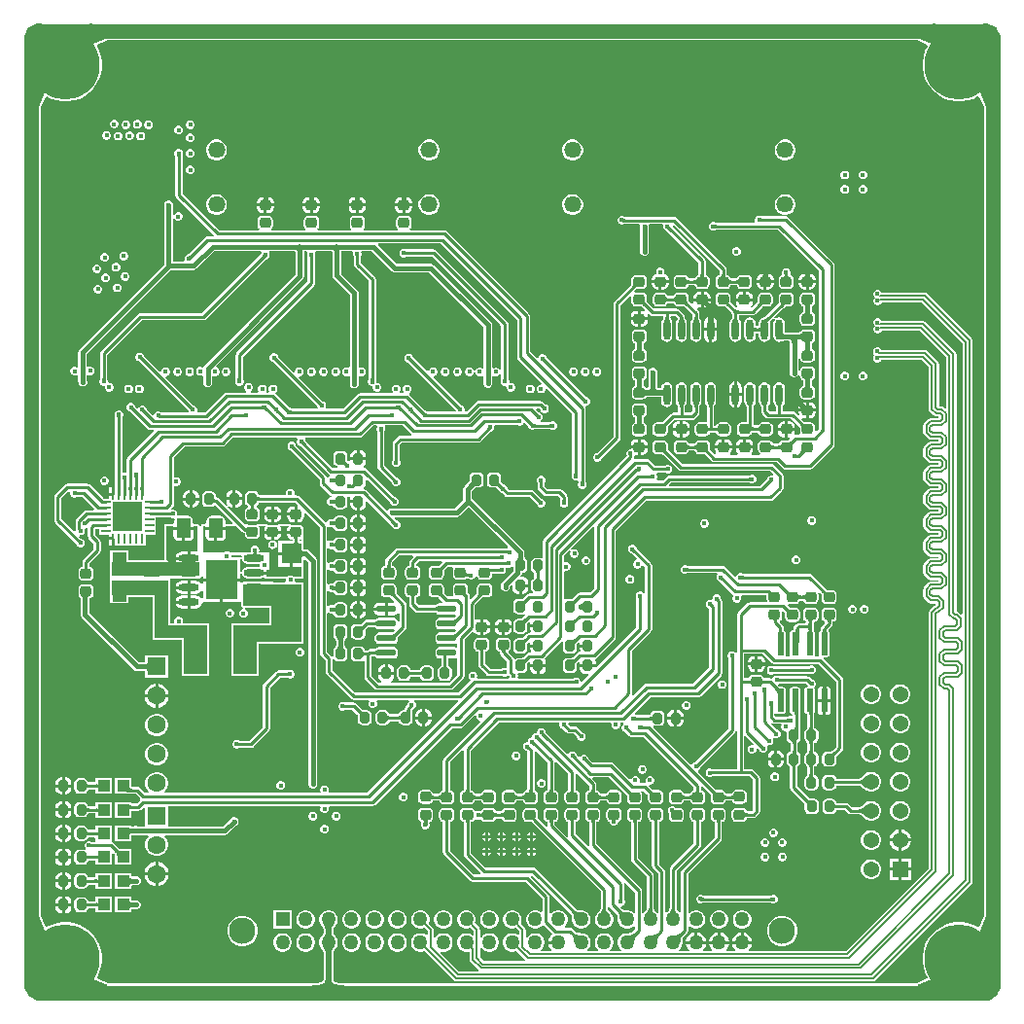
<source format=gbr>
G04*
G04 #@! TF.GenerationSoftware,Altium Limited,Altium Designer,24.1.2 (44)*
G04*
G04 Layer_Physical_Order=4*
G04 Layer_Color=16711680*
%FSLAX44Y44*%
%MOMM*%
G71*
G04*
G04 #@! TF.SameCoordinates,0167BC31-9F51-4C88-88AF-6E24005CD23D*
G04*
G04*
G04 #@! TF.FilePolarity,Positive*
G04*
G01*
G75*
%ADD11C,0.2540*%
%ADD12C,0.3810*%
%ADD14C,0.5080*%
%ADD24C,1.2300*%
G04:AMPARAMS|DCode=25|XSize=0.95mm|YSize=0.85mm|CornerRadius=0.2125mm|HoleSize=0mm|Usage=FLASHONLY|Rotation=270.000|XOffset=0mm|YOffset=0mm|HoleType=Round|Shape=RoundedRectangle|*
%AMROUNDEDRECTD25*
21,1,0.9500,0.4250,0,0,270.0*
21,1,0.5250,0.8500,0,0,270.0*
1,1,0.4250,-0.2125,-0.2625*
1,1,0.4250,-0.2125,0.2625*
1,1,0.4250,0.2125,0.2625*
1,1,0.4250,0.2125,-0.2625*
%
%ADD25ROUNDEDRECTD25*%
G04:AMPARAMS|DCode=36|XSize=0.95mm|YSize=0.85mm|CornerRadius=0.2125mm|HoleSize=0mm|Usage=FLASHONLY|Rotation=180.000|XOffset=0mm|YOffset=0mm|HoleType=Round|Shape=RoundedRectangle|*
%AMROUNDEDRECTD36*
21,1,0.9500,0.4250,0,0,180.0*
21,1,0.5250,0.8500,0,0,180.0*
1,1,0.4250,-0.2625,0.2125*
1,1,0.4250,0.2625,0.2125*
1,1,0.4250,0.2625,-0.2125*
1,1,0.4250,-0.2625,-0.2125*
%
%ADD36ROUNDEDRECTD36*%
%ADD41R,1.8000X1.8000*%
%ADD67O,0.6000X1.8000*%
%ADD131C,0.1800*%
%ADD136C,0.3000*%
%ADD137R,1.3700X1.3700*%
%ADD138C,1.3700*%
%ADD139C,1.4580*%
%ADD140C,1.2580*%
%ADD141R,1.2580X1.2580*%
%ADD142C,2.3000*%
%ADD143C,1.0000*%
%ADD144C,6.0000*%
%ADD145C,1.6000*%
%ADD146R,1.6000X1.6000*%
%ADD147C,0.4000*%
G04:AMPARAMS|DCode=151|XSize=1.64mm|YSize=0.59mm|CornerRadius=0.1475mm|HoleSize=0mm|Usage=FLASHONLY|Rotation=0.000|XOffset=0mm|YOffset=0mm|HoleType=Round|Shape=RoundedRectangle|*
%AMROUNDEDRECTD151*
21,1,1.6400,0.2950,0,0,0.0*
21,1,1.3450,0.5900,0,0,0.0*
1,1,0.2950,0.6725,-0.1475*
1,1,0.2950,-0.6725,-0.1475*
1,1,0.2950,-0.6725,0.1475*
1,1,0.2950,0.6725,0.1475*
%
%ADD151ROUNDEDRECTD151*%
G04:AMPARAMS|DCode=152|XSize=1.97mm|YSize=0.59mm|CornerRadius=0.0738mm|HoleSize=0mm|Usage=FLASHONLY|Rotation=270.000|XOffset=0mm|YOffset=0mm|HoleType=Round|Shape=RoundedRectangle|*
%AMROUNDEDRECTD152*
21,1,1.9700,0.4425,0,0,270.0*
21,1,1.8225,0.5900,0,0,270.0*
1,1,0.1475,-0.2213,-0.9113*
1,1,0.1475,-0.2213,0.9113*
1,1,0.1475,0.2213,0.9113*
1,1,0.1475,0.2213,-0.9113*
%
%ADD152ROUNDEDRECTD152*%
%ADD153R,2.7178X3.4036*%
%ADD154O,1.8000X0.6000*%
%ADD155R,2.6500X2.6500*%
%ADD156R,0.8048X0.2746*%
%ADD157R,0.2746X0.8048*%
%ADD158R,2.0000X4.2000*%
G04:AMPARAMS|DCode=159|XSize=1.75mm|YSize=1.25mm|CornerRadius=0.2438mm|HoleSize=0mm|Usage=FLASHONLY|Rotation=270.000|XOffset=0mm|YOffset=0mm|HoleType=Round|Shape=RoundedRectangle|*
%AMROUNDEDRECTD159*
21,1,1.7500,0.7625,0,0,270.0*
21,1,1.2625,1.2500,0,0,270.0*
1,1,0.4875,-0.3813,-0.6313*
1,1,0.4875,-0.3813,0.6313*
1,1,0.4875,0.3813,0.6313*
1,1,0.4875,0.3813,-0.6313*
%
%ADD159ROUNDEDRECTD159*%
%ADD160R,1.1000X1.0000*%
%ADD161R,1.3000X1.1500*%
%ADD162R,7.6301X1.1991*%
G36*
X72648Y837500D02*
X60019Y831975D01*
X36000Y840536D01*
X16458Y833570D01*
X9459Y814000D01*
X18057Y789957D01*
X12506Y777344D01*
X206Y791390D01*
X5266Y814000D01*
X206Y836610D01*
X11965Y837939D01*
Y837959D01*
X12003Y837997D01*
X12081Y837997D01*
X13429Y849800D01*
X36000Y844737D01*
X58571Y849800D01*
X72648Y837500D01*
D02*
G37*
G36*
X837944Y838035D02*
X837959D01*
X837997Y837997D01*
X837997Y837917D01*
X849806Y836531D01*
X849739Y835705D01*
X849538Y834400D01*
X847395Y824398D01*
X844871Y814000D01*
X847395Y803602D01*
X849538Y793599D01*
X849739Y792295D01*
X849806Y791469D01*
X837506Y777359D01*
X832007Y790005D01*
X840530Y814000D01*
X833584Y833555D01*
X814000Y840536D01*
X789981Y831974D01*
X777352Y837500D01*
X791429Y849800D01*
X814000Y844737D01*
X836571Y849800D01*
X837944Y838035D01*
D02*
G37*
G36*
X156323Y835651D02*
X416322D01*
X426322Y835651D01*
X696321D01*
X706321Y835651D01*
X777049D01*
X786182Y831655D01*
X786542Y830112D01*
X784548Y826199D01*
X783002Y821442D01*
X782220Y816501D01*
Y811499D01*
X783002Y806558D01*
X784548Y801801D01*
X786819Y797344D01*
X789760Y793297D01*
X793297Y789760D01*
X797344Y786819D01*
X801801Y784548D01*
X806558Y783002D01*
X811499Y782220D01*
X816501D01*
X821442Y783002D01*
X826199Y784548D01*
X830142Y786557D01*
X831678Y786209D01*
X835657Y777059D01*
Y706779D01*
X835657Y696779D01*
Y426780D01*
X835657Y416780D01*
Y156780D01*
X835657Y146780D01*
Y72941D01*
X831678Y63791D01*
X830142Y63443D01*
X826199Y65452D01*
X821442Y66997D01*
X816501Y67780D01*
X811499D01*
X806558Y66997D01*
X801801Y65452D01*
X797344Y63181D01*
X793297Y60240D01*
X789760Y56703D01*
X786819Y52656D01*
X784548Y48199D01*
X783002Y43442D01*
X782220Y38501D01*
Y33499D01*
X783002Y28558D01*
X784548Y23801D01*
X786542Y19888D01*
X786183Y18344D01*
X777049Y14349D01*
X700857D01*
X690857Y14349D01*
X430857D01*
X420857Y14349D01*
X278316D01*
X277616Y14364D01*
X273858Y14752D01*
X272457Y15064D01*
X271318Y15448D01*
X270478Y15873D01*
X269923Y16298D01*
X269714Y16557D01*
X269405Y21548D01*
Y41350D01*
X269416Y41470D01*
X269488Y41916D01*
X269587Y42327D01*
X269709Y42705D01*
X269855Y43053D01*
X270023Y43374D01*
X270215Y43672D01*
X270431Y43950D01*
X270730Y44269D01*
X270807Y44394D01*
X271458Y45045D01*
X272520Y46885D01*
X273070Y48938D01*
Y51062D01*
X272520Y53115D01*
X271458Y54955D01*
X270807Y55606D01*
X270730Y55731D01*
X270431Y56050D01*
X270214Y56328D01*
X270023Y56626D01*
X269855Y56947D01*
X269709Y57295D01*
X269587Y57673D01*
X269488Y58084D01*
X269416Y58530D01*
X269405Y58650D01*
Y61350D01*
X269416Y61470D01*
X269488Y61916D01*
X269587Y62327D01*
X269709Y62705D01*
X269855Y63053D01*
X270023Y63374D01*
X270215Y63672D01*
X270431Y63950D01*
X270730Y64269D01*
X270807Y64394D01*
X271458Y65045D01*
X272520Y66885D01*
X273070Y68938D01*
Y71062D01*
X272520Y73115D01*
X271458Y74955D01*
X269955Y76458D01*
X268115Y77520D01*
X266062Y78070D01*
X263937D01*
X261885Y77520D01*
X260045Y76458D01*
X258542Y74955D01*
X257480Y73115D01*
X256930Y71062D01*
Y68938D01*
X257480Y66885D01*
X258542Y65045D01*
X259193Y64394D01*
X259270Y64269D01*
X259569Y63950D01*
X259786Y63672D01*
X259977Y63374D01*
X260145Y63053D01*
X260291Y62705D01*
X260413Y62327D01*
X260512Y61916D01*
X260584Y61470D01*
X260595Y61350D01*
Y58650D01*
X260584Y58530D01*
X260512Y58084D01*
X260413Y57673D01*
X260291Y57295D01*
X260145Y56947D01*
X259977Y56626D01*
X259785Y56328D01*
X259569Y56050D01*
X259270Y55731D01*
X259193Y55606D01*
X258542Y54955D01*
X257480Y53115D01*
X256930Y51062D01*
Y48938D01*
X257480Y46885D01*
X258542Y45045D01*
X259193Y44394D01*
X259270Y44269D01*
X259569Y43950D01*
X259786Y43672D01*
X259977Y43374D01*
X260145Y43053D01*
X260291Y42705D01*
X260413Y42327D01*
X260512Y41916D01*
X260584Y41470D01*
X260595Y41350D01*
Y21184D01*
X260485Y18218D01*
X260336Y16619D01*
X260077Y16298D01*
X259522Y15873D01*
X258682Y15448D01*
X257543Y15064D01*
X256112Y14745D01*
X254398Y14509D01*
X252411Y14365D01*
X251684Y14349D01*
X150858D01*
X140858Y14349D01*
X72951D01*
X63818Y18345D01*
X63458Y19888D01*
X65452Y23801D01*
X66997Y28558D01*
X67780Y33499D01*
Y38501D01*
X66997Y43442D01*
X65452Y48199D01*
X63181Y52656D01*
X60240Y56703D01*
X56703Y60240D01*
X52656Y63181D01*
X48199Y65452D01*
X43442Y66997D01*
X38501Y67780D01*
X33499D01*
X28558Y66997D01*
X23801Y65452D01*
X19918Y63473D01*
X18367Y63844D01*
X14355Y72961D01*
Y145503D01*
X14355Y155503D01*
Y415503D01*
X14355Y425503D01*
Y695502D01*
X14355Y705502D01*
Y777038D01*
X18367Y786156D01*
X19918Y786527D01*
X23801Y784548D01*
X28558Y783002D01*
X33499Y782220D01*
X38501D01*
X43442Y783002D01*
X48199Y784548D01*
X52656Y786819D01*
X56703Y789760D01*
X60240Y793297D01*
X63181Y797344D01*
X65452Y801801D01*
X66997Y806558D01*
X67780Y811499D01*
Y816501D01*
X66997Y821442D01*
X65452Y826199D01*
X63458Y830112D01*
X63818Y831656D01*
X72951Y835651D01*
X146323D01*
X156323Y835651D01*
D02*
G37*
G36*
X269049Y65129D02*
X268732Y64722D01*
X268453Y64288D01*
X268211Y63826D01*
X268006Y63336D01*
X267838Y62818D01*
X267708Y62273D01*
X267614Y61700D01*
X267559Y61100D01*
X267540Y60472D01*
X262460D01*
X262441Y61100D01*
X262386Y61700D01*
X262292Y62273D01*
X262162Y62818D01*
X261994Y63336D01*
X261789Y63826D01*
X261547Y64288D01*
X261268Y64722D01*
X260951Y65129D01*
X260597Y65508D01*
X269403D01*
X269049Y65129D01*
D02*
G37*
G36*
X267559Y58900D02*
X267614Y58300D01*
X267708Y57727D01*
X267838Y57182D01*
X268006Y56664D01*
X268211Y56174D01*
X268453Y55712D01*
X268732Y55278D01*
X269049Y54871D01*
X269403Y54492D01*
X260597D01*
X260951Y54871D01*
X261268Y55278D01*
X261547Y55712D01*
X261789Y56174D01*
X261994Y56664D01*
X262162Y57182D01*
X262292Y57727D01*
X262386Y58300D01*
X262441Y58900D01*
X262460Y59528D01*
X267540D01*
X267559Y58900D01*
D02*
G37*
G36*
X269049Y45129D02*
X268732Y44722D01*
X268453Y44288D01*
X268211Y43826D01*
X268006Y43336D01*
X267838Y42818D01*
X267708Y42273D01*
X267614Y41700D01*
X267559Y41100D01*
X267540Y40472D01*
X262460D01*
X262441Y41100D01*
X262386Y41700D01*
X262292Y42273D01*
X262162Y42818D01*
X261994Y43336D01*
X261789Y43826D01*
X261547Y44288D01*
X261268Y44722D01*
X260951Y45129D01*
X260597Y45508D01*
X269403D01*
X269049Y45129D01*
D02*
G37*
G36*
X849806Y58532D02*
X849739Y57706D01*
X849538Y56401D01*
X847395Y46399D01*
X844871Y36000D01*
X847395Y25601D01*
X849538Y15599D01*
X849739Y14294D01*
X849806Y13468D01*
X838035Y12063D01*
Y12041D01*
X837997Y12003D01*
X837924Y12003D01*
X836571Y200D01*
X835750Y267D01*
X834449Y468D01*
X824447Y2607D01*
X814000Y5135D01*
X803553Y2607D01*
X793551Y468D01*
X792250Y267D01*
X791430Y200D01*
X777352Y12500D01*
X789981Y18025D01*
X814000Y9464D01*
X833583Y16444D01*
X840530Y36000D01*
X832006Y59995D01*
X837506Y72641D01*
X849806Y58532D01*
D02*
G37*
G36*
X18057Y60043D02*
X9459Y36000D01*
X16457Y16430D01*
X36000Y9464D01*
X60019Y18026D01*
X72648Y12500D01*
X58571Y200D01*
X57750Y267D01*
X56450Y468D01*
X46447Y2607D01*
X36000Y5135D01*
X25553Y2607D01*
X15550Y468D01*
X14250Y267D01*
X13429Y200D01*
X12068Y11965D01*
X12041D01*
X12003Y12003D01*
X12003Y12081D01*
X206Y13390D01*
X5266Y36000D01*
X206Y58610D01*
X12506Y72656D01*
X18057Y60043D01*
D02*
G37*
G36*
X267558Y22002D02*
X267931Y15988D01*
X268032Y15752D01*
X268647Y14990D01*
X269508Y14329D01*
X270615Y13770D01*
X271968Y13313D01*
X273567Y12958D01*
X277503Y12551D01*
X279840Y12500D01*
X265000Y200D01*
X250160Y12500D01*
X252497Y12551D01*
X254588Y12703D01*
X256433Y12958D01*
X258032Y13313D01*
X259385Y13770D01*
X260492Y14329D01*
X261353Y14990D01*
X261968Y15752D01*
X262109Y16081D01*
X262297Y18100D01*
X262442Y22002D01*
X262460Y24251D01*
X267540D01*
X267558Y22002D01*
D02*
G37*
%LPC*%
G36*
X79192Y766288D02*
X77688D01*
X76299Y765713D01*
X75236Y764649D01*
X74660Y763260D01*
Y761756D01*
X75236Y760367D01*
X76299Y759304D01*
X77688Y758728D01*
X79192D01*
X80581Y759304D01*
X81644Y760367D01*
X82220Y761756D01*
Y763260D01*
X81644Y764649D01*
X80581Y765713D01*
X79192Y766288D01*
D02*
G37*
G36*
X99158Y766041D02*
X97654D01*
X96265Y765466D01*
X95201Y764403D01*
X94626Y763013D01*
Y761510D01*
X95201Y760120D01*
X96265Y759057D01*
X97654Y758482D01*
X99158D01*
X100547Y759057D01*
X101610Y760120D01*
X102186Y761510D01*
Y763013D01*
X101610Y764403D01*
X100547Y765466D01*
X99158Y766041D01*
D02*
G37*
G36*
X145399Y765780D02*
X143895D01*
X142506Y765204D01*
X141443Y764141D01*
X140867Y762752D01*
Y761248D01*
X141443Y759859D01*
X142506Y758795D01*
X143895Y758220D01*
X145399D01*
X146788Y758795D01*
X147852Y759859D01*
X148427Y761248D01*
Y762752D01*
X147852Y764141D01*
X146788Y765204D01*
X145399Y765780D01*
D02*
G37*
G36*
X109141Y765660D02*
X107637D01*
X106248Y765085D01*
X105184Y764022D01*
X104609Y762632D01*
Y761129D01*
X105184Y759739D01*
X106248Y758676D01*
X107637Y758101D01*
X109141D01*
X110530Y758676D01*
X111594Y759739D01*
X112169Y761129D01*
Y762632D01*
X111594Y764022D01*
X110530Y765085D01*
X109141Y765660D01*
D02*
G37*
G36*
X89175D02*
X87671D01*
X86282Y765085D01*
X85218Y764022D01*
X84643Y762632D01*
Y761129D01*
X85218Y759739D01*
X86282Y758676D01*
X87671Y758101D01*
X89175D01*
X90564Y758676D01*
X91628Y759739D01*
X92203Y761129D01*
Y762632D01*
X91628Y764022D01*
X90564Y765085D01*
X89175Y765660D01*
D02*
G37*
G36*
X135195Y761081D02*
X133691D01*
X132302Y760506D01*
X131239Y759442D01*
X130663Y758053D01*
Y756549D01*
X131239Y755160D01*
X132302Y754097D01*
X133691Y753521D01*
X135195D01*
X136585Y754097D01*
X137648Y755160D01*
X138223Y756549D01*
Y758053D01*
X137648Y759442D01*
X136585Y760506D01*
X135195Y761081D01*
D02*
G37*
G36*
X72472Y756382D02*
X70968D01*
X69579Y755807D01*
X68516Y754743D01*
X67940Y753354D01*
Y751850D01*
X68516Y750461D01*
X69579Y749398D01*
X70968Y748822D01*
X72472D01*
X73861Y749398D01*
X74925Y750461D01*
X75500Y751850D01*
Y753354D01*
X74925Y754743D01*
X73861Y755807D01*
X72472Y756382D01*
D02*
G37*
G36*
X92438Y756135D02*
X90934D01*
X89545Y755560D01*
X88481Y754497D01*
X87906Y753107D01*
Y751604D01*
X88481Y750214D01*
X89545Y749151D01*
X90934Y748576D01*
X92438D01*
X93827Y749151D01*
X94890Y750214D01*
X95466Y751604D01*
Y753107D01*
X94890Y754497D01*
X93827Y755560D01*
X92438Y756135D01*
D02*
G37*
G36*
X102421Y755754D02*
X100917D01*
X99528Y755179D01*
X98464Y754116D01*
X97889Y752726D01*
Y751223D01*
X98464Y749833D01*
X99528Y748770D01*
X100917Y748195D01*
X102421D01*
X103810Y748770D01*
X104874Y749833D01*
X105449Y751223D01*
Y752726D01*
X104874Y754116D01*
X103810Y755179D01*
X102421Y755754D01*
D02*
G37*
G36*
X82455D02*
X80951D01*
X79562Y755179D01*
X78498Y754116D01*
X77923Y752726D01*
Y751223D01*
X78498Y749833D01*
X79562Y748770D01*
X80951Y748195D01*
X82455D01*
X83844Y748770D01*
X84908Y749833D01*
X85483Y751223D01*
Y752726D01*
X84908Y754116D01*
X83844Y755179D01*
X82455Y755754D01*
D02*
G37*
G36*
X145399Y754350D02*
X143895D01*
X142506Y753774D01*
X141443Y752711D01*
X140867Y751322D01*
Y749818D01*
X141443Y748429D01*
X142506Y747365D01*
X143895Y746790D01*
X145399D01*
X146788Y747365D01*
X147852Y748429D01*
X148427Y749818D01*
Y751322D01*
X147852Y752711D01*
X146788Y753774D01*
X145399Y754350D01*
D02*
G37*
G36*
Y740733D02*
X143895D01*
X142506Y740157D01*
X141443Y739094D01*
X140867Y737704D01*
Y736201D01*
X141443Y734811D01*
X142506Y733748D01*
X143895Y733173D01*
X145399D01*
X146788Y733748D01*
X147852Y734811D01*
X148427Y736201D01*
Y737704D01*
X147852Y739094D01*
X146788Y740157D01*
X145399Y740733D01*
D02*
G37*
G36*
X663694Y749070D02*
X661306D01*
X658999Y748452D01*
X656931Y747258D01*
X655242Y745569D01*
X654048Y743501D01*
X653430Y741194D01*
Y738806D01*
X654048Y736499D01*
X655242Y734431D01*
X656931Y732742D01*
X658999Y731548D01*
X661306Y730930D01*
X663694D01*
X666001Y731548D01*
X668069Y732742D01*
X669758Y734431D01*
X670952Y736499D01*
X671570Y738806D01*
Y741194D01*
X670952Y743501D01*
X669758Y745569D01*
X668069Y747258D01*
X666001Y748452D01*
X663694Y749070D01*
D02*
G37*
G36*
X478694D02*
X476306D01*
X473999Y748452D01*
X471931Y747258D01*
X470242Y745569D01*
X469048Y743501D01*
X468430Y741194D01*
Y738806D01*
X469048Y736499D01*
X470242Y734431D01*
X471931Y732742D01*
X473999Y731548D01*
X476306Y730930D01*
X478694D01*
X481001Y731548D01*
X483069Y732742D01*
X484758Y734431D01*
X485952Y736499D01*
X486570Y738806D01*
Y741194D01*
X485952Y743501D01*
X484758Y745569D01*
X483069Y747258D01*
X481001Y748452D01*
X478694Y749070D01*
D02*
G37*
G36*
X353694D02*
X351306D01*
X348999Y748452D01*
X346931Y747258D01*
X345242Y745569D01*
X344048Y743501D01*
X343430Y741194D01*
Y738806D01*
X344048Y736499D01*
X345242Y734431D01*
X346931Y732742D01*
X348999Y731548D01*
X351306Y730930D01*
X353694D01*
X356001Y731548D01*
X358069Y732742D01*
X359758Y734431D01*
X360952Y736499D01*
X361570Y738806D01*
Y741194D01*
X360952Y743501D01*
X359758Y745569D01*
X358069Y747258D01*
X356001Y748452D01*
X353694Y749070D01*
D02*
G37*
G36*
X168694D02*
X166306D01*
X163999Y748452D01*
X161931Y747258D01*
X160242Y745569D01*
X159048Y743501D01*
X158430Y741194D01*
Y738806D01*
X159048Y736499D01*
X160242Y734431D01*
X161931Y732742D01*
X163999Y731548D01*
X166306Y730930D01*
X168694D01*
X171001Y731548D01*
X173069Y732742D01*
X174758Y734431D01*
X175952Y736499D01*
X176570Y738806D01*
Y741194D01*
X175952Y743501D01*
X174758Y745569D01*
X173069Y747258D01*
X171001Y748452D01*
X168694Y749070D01*
D02*
G37*
G36*
X145399Y726410D02*
X143895D01*
X142506Y725835D01*
X141443Y724771D01*
X140867Y723382D01*
Y721878D01*
X141443Y720489D01*
X142506Y719426D01*
X143895Y718850D01*
X145399D01*
X146788Y719426D01*
X147852Y720489D01*
X148427Y721878D01*
Y723382D01*
X147852Y724771D01*
X146788Y725835D01*
X145399Y726410D01*
D02*
G37*
G36*
X730984Y721898D02*
X729480D01*
X728091Y721323D01*
X727027Y720259D01*
X726452Y718870D01*
Y717366D01*
X727027Y715977D01*
X728091Y714914D01*
X729480Y714338D01*
X730984D01*
X732373Y714914D01*
X733436Y715977D01*
X734012Y717366D01*
Y718870D01*
X733436Y720259D01*
X732373Y721323D01*
X730984Y721898D01*
D02*
G37*
G36*
X715306Y721873D02*
X713803D01*
X712413Y721297D01*
X711350Y720234D01*
X710775Y718845D01*
Y717341D01*
X711350Y715952D01*
X712413Y714888D01*
X713803Y714313D01*
X715306D01*
X716696Y714888D01*
X717759Y715952D01*
X718335Y717341D01*
Y718845D01*
X717759Y720234D01*
X716696Y721297D01*
X715306Y721873D01*
D02*
G37*
G36*
X731002Y709394D02*
X729498D01*
X728109Y708819D01*
X727046Y707755D01*
X726470Y706366D01*
Y704862D01*
X727046Y703473D01*
X728109Y702410D01*
X729498Y701834D01*
X731002D01*
X732391Y702410D01*
X733455Y703473D01*
X734030Y704862D01*
Y706366D01*
X733455Y707755D01*
X732391Y708819D01*
X731002Y709394D01*
D02*
G37*
G36*
X715325Y709369D02*
X713821D01*
X712432Y708793D01*
X711368Y707730D01*
X710793Y706340D01*
Y704837D01*
X711368Y703447D01*
X712432Y702384D01*
X713821Y701809D01*
X715325D01*
X716714Y702384D01*
X717777Y703447D01*
X718353Y704837D01*
Y706340D01*
X717777Y707730D01*
X716714Y708793D01*
X715325Y709369D01*
D02*
G37*
G36*
X333079Y698791D02*
X331724D01*
Y698740D01*
X332345D01*
X332352Y698246D01*
X332452Y697076D01*
X332511Y696790D01*
X332584Y696556D01*
X332671Y696374D01*
X332771Y696244D01*
X332884Y696166D01*
X333010Y696140D01*
X331724D01*
Y693180D01*
X337835D01*
Y694035D01*
X337473Y695855D01*
X336442Y697398D01*
X334899Y698429D01*
X333079Y698791D01*
D02*
G37*
G36*
X292625D02*
X291270D01*
Y698740D01*
X291891D01*
X291898Y698246D01*
X291998Y697076D01*
X292057Y696790D01*
X292131Y696556D01*
X292217Y696374D01*
X292317Y696244D01*
X292430Y696166D01*
X292556Y696140D01*
X291270D01*
Y693180D01*
X297381D01*
Y694035D01*
X297019Y695855D01*
X295988Y697398D01*
X294445Y698429D01*
X292625Y698791D01*
D02*
G37*
G36*
X252625D02*
X251270D01*
Y698740D01*
X251891D01*
X251898Y698246D01*
X251998Y697076D01*
X252057Y696790D01*
X252131Y696556D01*
X252217Y696374D01*
X252317Y696244D01*
X252430Y696166D01*
X252556Y696140D01*
X251270D01*
Y693180D01*
X257381D01*
Y694035D01*
X257019Y695855D01*
X255988Y697398D01*
X254445Y698429D01*
X252625Y698791D01*
D02*
G37*
G36*
X212625D02*
X211270D01*
Y698740D01*
X211891D01*
X211898Y698246D01*
X211998Y697076D01*
X212057Y696790D01*
X212131Y696556D01*
X212217Y696374D01*
X212317Y696244D01*
X212430Y696166D01*
X212556Y696140D01*
X211270D01*
Y693180D01*
X217381D01*
Y694035D01*
X217019Y695855D01*
X215988Y697398D01*
X214445Y698429D01*
X212625Y698791D01*
D02*
G37*
G36*
X288730D02*
X287375D01*
X285555Y698429D01*
X284012Y697398D01*
X282981Y695855D01*
X282619Y694035D01*
Y693180D01*
X288730D01*
Y696140D01*
X287416D01*
X287543Y696166D01*
X287656Y696244D01*
X287755Y696374D01*
X287842Y696556D01*
X287915Y696790D01*
X287975Y697076D01*
X288021Y697414D01*
X288074Y698246D01*
X288081Y698740D01*
X288730D01*
Y698791D01*
D02*
G37*
G36*
X329184D02*
X327829D01*
X326009Y698429D01*
X324466Y697398D01*
X323435Y695855D01*
X323073Y694035D01*
Y693180D01*
X329184D01*
Y696140D01*
X327870D01*
X327997Y696166D01*
X328110Y696244D01*
X328209Y696374D01*
X328296Y696556D01*
X328369Y696790D01*
X328429Y697076D01*
X328475Y697414D01*
X328529Y698246D01*
X328535Y698740D01*
X329184D01*
Y698791D01*
D02*
G37*
G36*
X208730D02*
X207375D01*
X205555Y698429D01*
X204012Y697398D01*
X202981Y695855D01*
X202619Y694035D01*
Y693180D01*
X208730D01*
Y696140D01*
X207416D01*
X207543Y696166D01*
X207656Y696244D01*
X207755Y696374D01*
X207842Y696556D01*
X207915Y696790D01*
X207975Y697076D01*
X208021Y697414D01*
X208074Y698246D01*
X208081Y698740D01*
X208730D01*
Y698791D01*
D02*
G37*
G36*
X248730D02*
X247375D01*
X245555Y698429D01*
X244012Y697398D01*
X242981Y695855D01*
X242619Y694035D01*
Y693180D01*
X248730D01*
Y696140D01*
X247416D01*
X247543Y696166D01*
X247656Y696244D01*
X247755Y696374D01*
X247842Y696556D01*
X247915Y696790D01*
X247975Y697076D01*
X248021Y697414D01*
X248074Y698246D01*
X248081Y698740D01*
X248730D01*
Y698791D01*
D02*
G37*
G36*
X337835Y690640D02*
X331724D01*
Y685028D01*
X333079D01*
X334899Y685390D01*
X336442Y686422D01*
X337473Y687965D01*
X337835Y689785D01*
Y690640D01*
D02*
G37*
G36*
X329184D02*
X323073D01*
Y689785D01*
X323435Y687965D01*
X324466Y686422D01*
X326009Y685390D01*
X327829Y685028D01*
X329184D01*
Y690640D01*
D02*
G37*
G36*
X297381D02*
X291270D01*
Y685028D01*
X292625D01*
X294445Y685390D01*
X295988Y686422D01*
X297019Y687965D01*
X297381Y689785D01*
Y690640D01*
D02*
G37*
G36*
X288730D02*
X282619D01*
Y689785D01*
X282981Y687965D01*
X284012Y686422D01*
X285555Y685390D01*
X287375Y685028D01*
X288730D01*
Y690640D01*
D02*
G37*
G36*
X257381D02*
X251270D01*
Y685028D01*
X252625D01*
X254445Y685390D01*
X255988Y686422D01*
X257019Y687965D01*
X257381Y689785D01*
Y690640D01*
D02*
G37*
G36*
X248730D02*
X242619D01*
Y689785D01*
X242981Y687965D01*
X244012Y686422D01*
X245555Y685390D01*
X247375Y685028D01*
X248730D01*
Y690640D01*
D02*
G37*
G36*
X217381D02*
X211270D01*
Y685028D01*
X212625D01*
X214445Y685390D01*
X215988Y686422D01*
X217019Y687965D01*
X217381Y689785D01*
Y690640D01*
D02*
G37*
G36*
X208730D02*
X202619D01*
Y689785D01*
X202981Y687965D01*
X204012Y686422D01*
X205555Y685390D01*
X207375Y685028D01*
X208730D01*
Y690640D01*
D02*
G37*
G36*
X663694Y701570D02*
X661306D01*
X658999Y700952D01*
X656931Y699758D01*
X655242Y698069D01*
X654048Y696001D01*
X653430Y693694D01*
Y691306D01*
X654048Y688999D01*
X655242Y686931D01*
X656931Y685242D01*
X658999Y684048D01*
X661306Y683430D01*
X663694D01*
X666001Y684048D01*
X668069Y685242D01*
X669758Y686931D01*
X670952Y688999D01*
X671570Y691306D01*
Y693694D01*
X670952Y696001D01*
X669758Y698069D01*
X668069Y699758D01*
X666001Y700952D01*
X663694Y701570D01*
D02*
G37*
G36*
X478694D02*
X476306D01*
X473999Y700952D01*
X471931Y699758D01*
X470242Y698069D01*
X469048Y696001D01*
X468430Y693694D01*
Y691306D01*
X469048Y688999D01*
X470242Y686931D01*
X471931Y685242D01*
X473999Y684048D01*
X476306Y683430D01*
X478694D01*
X481001Y684048D01*
X483069Y685242D01*
X484758Y686931D01*
X485952Y688999D01*
X486570Y691306D01*
Y693694D01*
X485952Y696001D01*
X484758Y698069D01*
X483069Y699758D01*
X481001Y700952D01*
X478694Y701570D01*
D02*
G37*
G36*
X353694D02*
X351306D01*
X348999Y700952D01*
X346931Y699758D01*
X345242Y698069D01*
X344048Y696001D01*
X343430Y693694D01*
Y691306D01*
X344048Y688999D01*
X345242Y686931D01*
X346931Y685242D01*
X348999Y684048D01*
X351306Y683430D01*
X353694D01*
X356001Y684048D01*
X358069Y685242D01*
X359758Y686931D01*
X360952Y688999D01*
X361570Y691306D01*
Y693694D01*
X360952Y696001D01*
X359758Y698069D01*
X358069Y699758D01*
X356001Y700952D01*
X353694Y701570D01*
D02*
G37*
G36*
X168694D02*
X166306D01*
X163999Y700952D01*
X161931Y699758D01*
X160242Y698069D01*
X159048Y696001D01*
X158430Y693694D01*
Y691306D01*
X159048Y688999D01*
X160242Y686931D01*
X161931Y685242D01*
X163999Y684048D01*
X166306Y683430D01*
X168694D01*
X171001Y684048D01*
X173069Y685242D01*
X174758Y686931D01*
X175952Y688999D01*
X176570Y691306D01*
Y693694D01*
X175952Y696001D01*
X174758Y698069D01*
X173069Y699758D01*
X171001Y700952D01*
X168694Y701570D01*
D02*
G37*
G36*
X135427Y740733D02*
X133923D01*
X132534Y740157D01*
X131470Y739094D01*
X130895Y737704D01*
Y736201D01*
X131470Y734811D01*
X131565Y734717D01*
Y700466D01*
X131802Y699276D01*
X132476Y698267D01*
X164848Y665895D01*
X164322Y664625D01*
X159555D01*
X158365Y664389D01*
X157356Y663715D01*
X142892Y649251D01*
X142758D01*
X141369Y648675D01*
X140306Y647612D01*
X139730Y646223D01*
Y644719D01*
X139993Y644085D01*
X139161Y642815D01*
X129423D01*
Y680441D01*
X130693Y680694D01*
X131021Y679900D01*
X132085Y678837D01*
X133474Y678261D01*
X134978D01*
X136367Y678837D01*
X137431Y679900D01*
X138006Y681289D01*
Y682793D01*
X137431Y684182D01*
X136367Y685246D01*
X134978Y685821D01*
X133474D01*
X132085Y685246D01*
X131021Y684182D01*
X130693Y683388D01*
X129423Y683641D01*
Y691446D01*
X129445Y691501D01*
Y693004D01*
X128870Y694394D01*
X127807Y695457D01*
X126417Y696032D01*
X124914D01*
X123524Y695457D01*
X122461Y694394D01*
X121885Y693004D01*
Y691501D01*
X121908Y691446D01*
Y640186D01*
X48137Y566415D01*
X47323Y565196D01*
X47037Y563758D01*
Y551371D01*
X45767Y550789D01*
X44705Y551229D01*
X43201D01*
X41812Y550654D01*
X40749Y549590D01*
X40173Y548201D01*
Y546697D01*
X40749Y545308D01*
X41812Y544245D01*
X43201Y543669D01*
X44705D01*
X45767Y544109D01*
X47037Y543528D01*
Y539260D01*
X47050Y539193D01*
Y538214D01*
X47336Y536776D01*
X47702Y536229D01*
X47882Y535793D01*
X48945Y534730D01*
X50335Y534155D01*
X51839D01*
X53228Y534730D01*
X54291Y535793D01*
X54867Y537183D01*
Y538687D01*
X54551Y539448D01*
Y543657D01*
X55821Y544229D01*
X56900Y543782D01*
X58404D01*
X59793Y544357D01*
X60856Y545421D01*
X61432Y546810D01*
Y548314D01*
X60856Y549703D01*
X59793Y550766D01*
X58404Y551342D01*
X56900D01*
X55821Y550895D01*
X54551Y551467D01*
Y562202D01*
X127650Y635301D01*
X147210D01*
X148648Y635587D01*
X149867Y636401D01*
X165536Y652071D01*
X206277D01*
X206803Y650801D01*
X206768Y650766D01*
X206192Y649376D01*
Y649242D01*
X154928Y597978D01*
X101091D01*
X99901Y597741D01*
X98892Y597067D01*
X67068Y565243D01*
X66394Y564234D01*
X66157Y563044D01*
Y540496D01*
X66062Y540401D01*
X65487Y539012D01*
Y537508D01*
X66062Y536119D01*
X67126Y535056D01*
X68515Y534480D01*
X69109D01*
X70093Y534152D01*
X70283Y533307D01*
Y532585D01*
X70858Y531196D01*
X71921Y530132D01*
X73311Y529557D01*
X74814D01*
X76204Y530132D01*
X77267Y531196D01*
X77842Y532585D01*
Y534089D01*
X77267Y535478D01*
X76204Y536541D01*
X74814Y537117D01*
X74220D01*
X73237Y537445D01*
X73047Y538290D01*
Y539012D01*
X72471Y540401D01*
X72377Y540496D01*
Y561756D01*
X102379Y591758D01*
X156216D01*
X157406Y591995D01*
X158415Y592669D01*
X210590Y644845D01*
X210724D01*
X212113Y645420D01*
X213177Y646483D01*
X213752Y647873D01*
Y649376D01*
X213177Y650766D01*
X213142Y650801D01*
X213668Y652071D01*
X234876D01*
X235240Y652007D01*
X235536Y651908D01*
X235739Y651798D01*
X235883Y651681D01*
X236000Y651537D01*
X236110Y651334D01*
X236208Y651038D01*
X236273Y650674D01*
Y631502D01*
X157141Y552369D01*
X156394Y551252D01*
X156268Y551127D01*
X154921Y550596D01*
X154099Y550936D01*
X152596D01*
X151206Y550361D01*
X150143Y549297D01*
X149567Y547908D01*
Y546404D01*
X150143Y545015D01*
X151206Y543952D01*
X152596Y543376D01*
X154099D01*
X154770Y543654D01*
X156040Y542844D01*
Y537165D01*
X156112Y536807D01*
Y536319D01*
X156298Y535868D01*
X156326Y535727D01*
X156406Y535607D01*
X156687Y534930D01*
X157750Y533866D01*
X159140Y533291D01*
X160644D01*
X162033Y533866D01*
X163096Y534930D01*
X163672Y536319D01*
Y537823D01*
X163555Y538105D01*
Y542699D01*
X164825Y543410D01*
X165665Y543062D01*
X167169D01*
X168559Y543637D01*
X169622Y544701D01*
X170197Y546090D01*
Y547594D01*
X169622Y548983D01*
X168559Y550046D01*
X167627Y550432D01*
X167193Y551795D01*
X242687Y627289D01*
X243501Y628507D01*
X243787Y629945D01*
Y650674D01*
X243852Y651038D01*
X243950Y651333D01*
X244060Y651537D01*
X244177Y651681D01*
X244321Y651798D01*
X244524Y651908D01*
X244820Y652007D01*
X245184Y652071D01*
X245982D01*
X246572Y650801D01*
X246138Y649753D01*
Y648249D01*
X246713Y646860D01*
X246890Y646682D01*
Y625430D01*
X184982Y563521D01*
X184307Y562513D01*
X184071Y561323D01*
Y540303D01*
X183550Y539047D01*
Y537543D01*
X184126Y536153D01*
X185189Y535090D01*
X186579Y534515D01*
X188082D01*
X189472Y535090D01*
X190535Y536153D01*
X191110Y537543D01*
Y539047D01*
X190535Y540436D01*
X190290Y540681D01*
Y560034D01*
X252199Y621943D01*
X252873Y622952D01*
X253110Y624142D01*
Y646847D01*
X253122Y646860D01*
X253697Y648249D01*
Y649753D01*
X253263Y650801D01*
X253853Y652071D01*
X267027D01*
X267391Y652007D01*
X267687Y651908D01*
X267891Y651798D01*
X268034Y651681D01*
X268152Y651537D01*
X268261Y651334D01*
X268360Y651038D01*
X268424Y650674D01*
Y630594D01*
X268710Y629157D01*
X269525Y627938D01*
X283449Y614013D01*
Y550961D01*
X282179Y550291D01*
X281269Y550668D01*
X279765D01*
X278376Y550092D01*
X277313Y549029D01*
X276737Y547640D01*
Y546136D01*
X277313Y544747D01*
X278376Y543683D01*
X279765Y543108D01*
X281269D01*
X282179Y543485D01*
X283449Y542815D01*
Y536421D01*
X283584Y535745D01*
Y535512D01*
X283673Y535297D01*
X283735Y534983D01*
X283913Y534718D01*
X284159Y534123D01*
X285223Y533060D01*
X286612Y532484D01*
X288116D01*
X289505Y533060D01*
X290568Y534123D01*
X291144Y535512D01*
Y537016D01*
X290964Y537451D01*
Y542876D01*
X292234Y543596D01*
X293059Y543254D01*
X294563D01*
X295952Y543829D01*
X297015Y544893D01*
X297591Y546282D01*
Y547786D01*
X297015Y549175D01*
X295952Y550238D01*
X294563Y550814D01*
X293059D01*
X292234Y550472D01*
X290964Y551192D01*
Y615569D01*
X290678Y617007D01*
X289863Y618226D01*
X275939Y632151D01*
Y650674D01*
X276003Y651038D01*
X276102Y651333D01*
X276211Y651537D01*
X276329Y651681D01*
X276472Y651798D01*
X276676Y651908D01*
X276972Y652007D01*
X277336Y652071D01*
X285738D01*
X286511Y650801D01*
X286207Y650067D01*
Y648563D01*
X286782Y647173D01*
X286877Y647079D01*
Y640582D01*
X287114Y639392D01*
X287788Y638383D01*
X300037Y626134D01*
Y540399D01*
X299942Y540304D01*
X299366Y538915D01*
Y537411D01*
X299942Y536022D01*
X301005Y534958D01*
X302395Y534383D01*
X303223D01*
X303419Y534089D01*
Y532585D01*
X303995Y531196D01*
X305058Y530132D01*
X306448Y529557D01*
X307951D01*
X309341Y530132D01*
X310404Y531196D01*
X310979Y532585D01*
Y534089D01*
X310404Y535478D01*
X309341Y536541D01*
X307951Y537117D01*
X307123D01*
X306926Y537411D01*
Y538915D01*
X306351Y540304D01*
X306256Y540399D01*
Y627422D01*
X306256Y627422D01*
X306019Y628612D01*
X305345Y629621D01*
X305345Y629621D01*
X293097Y641870D01*
Y647079D01*
X293191Y647173D01*
X293767Y648563D01*
Y650067D01*
X293463Y650801D01*
X294236Y652071D01*
X302777D01*
X320401Y634447D01*
X321619Y633632D01*
X323057Y633346D01*
X352325D01*
X399903Y585769D01*
Y550456D01*
X398655Y549907D01*
X397266Y550483D01*
X395762D01*
X394373Y549907D01*
X393310Y548844D01*
X392734Y547454D01*
X391506Y547557D01*
Y547614D01*
X390931Y549003D01*
X389868Y550067D01*
X388478Y550642D01*
X386974D01*
X385585Y550067D01*
X384522Y549003D01*
X383946Y547614D01*
Y546110D01*
X384522Y544721D01*
X385585Y543658D01*
X386974Y543082D01*
X388478D01*
X389868Y543658D01*
X390931Y544721D01*
X391506Y546110D01*
X392734Y546008D01*
Y545951D01*
X393310Y544561D01*
X394373Y543498D01*
X395762Y542923D01*
X397266D01*
X398655Y543498D01*
X399903Y542949D01*
Y537399D01*
X399880Y537344D01*
Y535840D01*
X400455Y534451D01*
X401519Y533388D01*
X402908Y532812D01*
X404412D01*
X405801Y533388D01*
X406864Y534451D01*
X407440Y535840D01*
Y537344D01*
X407417Y537399D01*
Y542797D01*
X407958Y543143D01*
X408687Y543426D01*
X409902Y542923D01*
X411405D01*
X412795Y543498D01*
X413858Y544561D01*
X414096Y545135D01*
X415366Y544882D01*
Y540485D01*
X415271Y540390D01*
X414695Y539001D01*
Y537497D01*
X415271Y536107D01*
X416334Y535044D01*
X417723Y534469D01*
X418815D01*
X419352Y534295D01*
X419988Y533409D01*
Y532585D01*
X420563Y531196D01*
X421627Y530132D01*
X423016Y529557D01*
X424520D01*
X425909Y530132D01*
X426973Y531196D01*
X427548Y532585D01*
Y534089D01*
X426973Y535478D01*
X425909Y536541D01*
X424520Y537117D01*
X423429D01*
X422891Y537291D01*
X422255Y538176D01*
Y539001D01*
X421680Y540390D01*
X421585Y540485D01*
Y588381D01*
X421348Y589571D01*
X420674Y590580D01*
X358805Y652449D01*
X357796Y653123D01*
X356606Y653360D01*
X332690D01*
X332595Y653455D01*
X331206Y654030D01*
X329702D01*
X328313Y653455D01*
X327249Y652391D01*
X326674Y651002D01*
Y649498D01*
X327249Y648109D01*
X328313Y647046D01*
X329702Y646470D01*
X331206D01*
X332595Y647046D01*
X332690Y647140D01*
X355318D01*
X415366Y587093D01*
Y548523D01*
X414096Y548270D01*
X413858Y548844D01*
X412795Y549907D01*
X411405Y550483D01*
X409902D01*
X408687Y549980D01*
X407958Y550262D01*
X407417Y550608D01*
Y587325D01*
X407131Y588763D01*
X406317Y589982D01*
X356538Y639760D01*
X355319Y640575D01*
X353881Y640861D01*
X324614D01*
X308242Y657233D01*
X308728Y658406D01*
X362848D01*
X429123Y592131D01*
Y559631D01*
X429360Y558441D01*
X430034Y557432D01*
X450582Y536884D01*
X450056Y535614D01*
X449205D01*
X447816Y535039D01*
X446752Y533976D01*
X446177Y532586D01*
Y531082D01*
X446752Y529693D01*
X447816Y528630D01*
X449205Y528054D01*
X450709D01*
X452098Y528630D01*
X453162Y529693D01*
X453737Y531082D01*
Y531933D01*
X455007Y532459D01*
X477058Y510408D01*
Y457702D01*
X476622Y456648D01*
Y455145D01*
X477197Y453755D01*
X478260Y452692D01*
X479650Y452117D01*
X481153D01*
X481505Y452262D01*
X482036Y451907D01*
X482680Y450848D01*
X482105Y449459D01*
Y447955D01*
X482680Y446566D01*
X483744Y445503D01*
X485133Y444927D01*
X486637D01*
X488026Y445503D01*
X489089Y446566D01*
X489665Y447955D01*
Y449459D01*
X489089Y450848D01*
X488995Y450943D01*
Y514799D01*
X488782Y515867D01*
X488820Y516084D01*
X489519Y517137D01*
X489543D01*
X490932Y517712D01*
X491996Y518775D01*
X492571Y520165D01*
Y521669D01*
X491996Y523058D01*
X490932Y524121D01*
X489543Y524697D01*
X489381D01*
X489372Y524704D01*
X455138Y558939D01*
Y559044D01*
X454562Y560433D01*
X453499Y561497D01*
X452110Y562072D01*
X450606D01*
X449217Y561497D01*
X448153Y560433D01*
X447653Y559225D01*
X446923Y558905D01*
X446308Y558774D01*
X440757Y564325D01*
Y595090D01*
X440520Y596280D01*
X439846Y597289D01*
X368004Y669132D01*
X366995Y669806D01*
X365805Y670042D01*
X336045D01*
X335660Y671312D01*
X335894Y671469D01*
X336757Y672761D01*
X337061Y674285D01*
Y678535D01*
X336757Y680058D01*
X335894Y681350D01*
X334603Y682213D01*
X333079Y682516D01*
X327829D01*
X326305Y682213D01*
X325014Y681350D01*
X324151Y680058D01*
X323848Y678535D01*
Y674285D01*
X324151Y672761D01*
X325014Y671469D01*
X325248Y671312D01*
X324863Y670042D01*
X295591D01*
X295205Y671312D01*
X295440Y671469D01*
X296303Y672761D01*
X296607Y674285D01*
Y678535D01*
X296303Y680058D01*
X295440Y681350D01*
X294149Y682213D01*
X292625Y682516D01*
X287375D01*
X285851Y682213D01*
X284560Y681350D01*
X283696Y680058D01*
X283393Y678535D01*
Y674285D01*
X283696Y672761D01*
X284560Y671469D01*
X284794Y671312D01*
X284409Y670042D01*
X255591D01*
X255205Y671312D01*
X255440Y671469D01*
X256303Y672761D01*
X256607Y674285D01*
Y678535D01*
X256303Y680058D01*
X255440Y681350D01*
X254149Y682213D01*
X252625Y682516D01*
X247375D01*
X245851Y682213D01*
X244560Y681350D01*
X243696Y680058D01*
X243393Y678535D01*
Y674285D01*
X243696Y672761D01*
X244560Y671469D01*
X244794Y671312D01*
X244409Y670042D01*
X215591D01*
X215205Y671312D01*
X215440Y671469D01*
X216303Y672761D01*
X216607Y674285D01*
Y678535D01*
X216303Y680058D01*
X215440Y681350D01*
X214149Y682213D01*
X212625Y682516D01*
X207375D01*
X205851Y682213D01*
X204560Y681350D01*
X203696Y680058D01*
X203393Y678535D01*
Y674285D01*
X203696Y672761D01*
X204560Y671469D01*
X204794Y671312D01*
X204409Y670042D01*
X169496D01*
X137785Y701754D01*
Y734717D01*
X137879Y734811D01*
X138455Y736201D01*
Y737704D01*
X137879Y739094D01*
X136816Y740157D01*
X135427Y740733D01*
D02*
G37*
G36*
X640660Y682827D02*
X639156D01*
X637767Y682251D01*
X636703Y681188D01*
X636128Y679799D01*
Y678295D01*
X636319Y677833D01*
X635471Y676563D01*
X602197D01*
X602102Y676658D01*
X600712Y677233D01*
X599209D01*
X597819Y676658D01*
X596756Y675594D01*
X596180Y674205D01*
Y672701D01*
X596756Y671312D01*
X597819Y670249D01*
X599209Y669673D01*
X600712D01*
X602102Y670249D01*
X602197Y670344D01*
X656023D01*
X692001Y634366D01*
Y497275D01*
X689861Y495135D01*
X688591Y495661D01*
Y498825D01*
X688288Y500349D01*
X687425Y501640D01*
X686133Y502503D01*
X684610Y502807D01*
X679907D01*
X679820Y502867D01*
X679137Y503445D01*
X676874Y505708D01*
X677132Y506228D01*
X677623Y506756D01*
X679235Y506435D01*
X680590D01*
Y512047D01*
X674478D01*
Y511191D01*
X674799Y509580D01*
X674271Y509089D01*
X673751Y508831D01*
X671113Y511469D01*
X670105Y512143D01*
X668914Y512380D01*
X660443D01*
Y516655D01*
X660462Y516972D01*
X660511Y517405D01*
X660780Y517585D01*
X661836Y519166D01*
X662207Y521031D01*
Y533031D01*
X661836Y534896D01*
X660780Y536477D01*
X659199Y537534D01*
X657334Y537905D01*
X655468Y537534D01*
X653887Y536477D01*
X652831Y534896D01*
X652460Y533031D01*
Y521031D01*
X652831Y519166D01*
X653887Y517585D01*
X654153Y517407D01*
X654224Y516572D01*
Y512380D01*
X648988D01*
X647743Y513625D01*
Y516655D01*
X647762Y516972D01*
X647811Y517405D01*
X648080Y517585D01*
X649136Y519166D01*
X649507Y521031D01*
Y533031D01*
X649136Y534896D01*
X648080Y536477D01*
X646499Y537534D01*
X644633Y537905D01*
X642768Y537534D01*
X641187Y536477D01*
X640131Y534896D01*
X639760Y533031D01*
Y521031D01*
X640131Y519166D01*
X641187Y517585D01*
X641453Y517407D01*
X641524Y516572D01*
Y512337D01*
X641760Y511147D01*
X642435Y510138D01*
X645501Y507071D01*
X646510Y506397D01*
X647700Y506160D01*
X667626D01*
X674635Y499151D01*
X675029Y498728D01*
X675303Y498385D01*
X675378Y498277D01*
Y494575D01*
X675626Y493330D01*
X674932Y492060D01*
X671741D01*
X671471Y492237D01*
X671078Y492677D01*
X670777Y493228D01*
X671045Y494575D01*
Y495430D01*
X664934D01*
Y489819D01*
X666088D01*
X666436Y489341D01*
X666664Y488598D01*
X666181Y488116D01*
X665769Y487733D01*
X665429Y487462D01*
X665206Y487307D01*
X661039D01*
X659515Y487003D01*
X658223Y486140D01*
X657360Y484849D01*
X657261Y484349D01*
X657100Y484323D01*
X656936Y484310D01*
X652071D01*
X651907Y484323D01*
X651746Y484349D01*
X651647Y484849D01*
X650783Y486140D01*
X649492Y487003D01*
X647968Y487307D01*
X642718D01*
X641195Y487003D01*
X639903Y486140D01*
X639040Y484849D01*
X638737Y483325D01*
Y479075D01*
X639040Y477551D01*
X639903Y476260D01*
X640842Y475632D01*
X640457Y474362D01*
X633402D01*
X633017Y475632D01*
X633136Y475712D01*
X634167Y477255D01*
X634529Y479075D01*
Y479930D01*
X619766D01*
Y479075D01*
X620128Y477255D01*
X621159Y475712D01*
X621278Y475632D01*
X620893Y474362D01*
X615081D01*
X614696Y475632D01*
X614815Y475712D01*
X615846Y477255D01*
X616208Y479075D01*
Y479930D01*
X601445D01*
Y479075D01*
X601807Y477255D01*
X602289Y476534D01*
X601730Y475085D01*
X601442Y475013D01*
X597726Y478729D01*
X597332Y479153D01*
X597058Y479495D01*
X596988Y479597D01*
Y483325D01*
X596684Y484849D01*
X595821Y486140D01*
X594530Y487003D01*
X593006Y487307D01*
X587756D01*
X586232Y487003D01*
X584941Y486140D01*
X584078Y484849D01*
X583978Y484349D01*
X583817Y484323D01*
X583653Y484310D01*
X578788D01*
X578624Y484323D01*
X578463Y484349D01*
X578364Y484849D01*
X577501Y486140D01*
X576209Y487003D01*
X574685Y487307D01*
X569435D01*
X567912Y487003D01*
X566620Y486140D01*
X565757Y484849D01*
X565454Y483325D01*
Y479075D01*
X565757Y477551D01*
X566620Y476260D01*
X567912Y475396D01*
X569435Y475093D01*
X574685D01*
X576209Y475396D01*
X577501Y476260D01*
X578364Y477551D01*
X578463Y478051D01*
X578624Y478077D01*
X578788Y478090D01*
X583653D01*
X583817Y478077D01*
X583978Y478051D01*
X584078Y477551D01*
X584941Y476260D01*
X586232Y475396D01*
X587756Y475093D01*
X592433D01*
X592526Y475028D01*
X593209Y474450D01*
X598606Y469053D01*
X599615Y468379D01*
X600805Y468143D01*
X655118D01*
X660381Y462880D01*
X660381Y462880D01*
X661390Y462206D01*
X662580Y461969D01*
X684375D01*
X685565Y462206D01*
X686574Y462880D01*
X704663Y480969D01*
X705337Y481978D01*
X705574Y483168D01*
Y640060D01*
X705574Y640060D01*
X705337Y641250D01*
X704663Y642259D01*
X704663Y642259D01*
X665676Y681246D01*
X664668Y681920D01*
X663478Y682157D01*
X642144D01*
X642049Y682251D01*
X640660Y682827D01*
D02*
G37*
G36*
X620752Y655280D02*
X619248D01*
X617859Y654705D01*
X616796Y653641D01*
X616220Y652252D01*
Y650748D01*
X616796Y649359D01*
X617859Y648296D01*
X619248Y647720D01*
X620752D01*
X622141Y648296D01*
X623204Y649359D01*
X623780Y650748D01*
Y652252D01*
X623204Y653641D01*
X622141Y654705D01*
X620752Y655280D01*
D02*
G37*
G36*
X87424Y651410D02*
X85921D01*
X84531Y650834D01*
X83468Y649771D01*
X82893Y648382D01*
Y646878D01*
X83468Y645489D01*
X84531Y644425D01*
X85921Y643850D01*
X87424D01*
X88814Y644425D01*
X89877Y645489D01*
X90453Y646878D01*
Y648382D01*
X89877Y649771D01*
X88814Y650834D01*
X87424Y651410D01*
D02*
G37*
G36*
X70852Y650179D02*
X69349D01*
X67959Y649604D01*
X66896Y648541D01*
X66321Y647151D01*
Y645648D01*
X66896Y644258D01*
X67959Y643195D01*
X69349Y642619D01*
X70852D01*
X72242Y643195D01*
X73305Y644258D01*
X73881Y645648D01*
Y647151D01*
X73305Y648541D01*
X72242Y649604D01*
X70852Y650179D01*
D02*
G37*
G36*
X80704Y641504D02*
X79201D01*
X77811Y640928D01*
X76748Y639865D01*
X76173Y638476D01*
Y636972D01*
X76748Y635583D01*
X77811Y634519D01*
X79201Y633944D01*
X80704D01*
X82094Y634519D01*
X83157Y635583D01*
X83733Y636972D01*
Y638476D01*
X83157Y639865D01*
X82094Y640928D01*
X80704Y641504D01*
D02*
G37*
G36*
X64132Y640273D02*
X62629D01*
X61239Y639698D01*
X60176Y638635D01*
X59601Y637245D01*
Y635742D01*
X60176Y634352D01*
X61239Y633289D01*
X62629Y632713D01*
X64132D01*
X65522Y633289D01*
X66585Y634352D01*
X67161Y635742D01*
Y637245D01*
X66585Y638635D01*
X65522Y639698D01*
X64132Y640273D01*
D02*
G37*
G36*
X684484Y632047D02*
X683811D01*
X683838Y631693D01*
X683931Y631066D01*
X684060Y630523D01*
X684226Y630064D01*
X684429Y629688D01*
X684670Y629396D01*
X684947Y629187D01*
X685261Y629062D01*
X685612Y629020D01*
X683129D01*
Y626436D01*
X689241D01*
Y627291D01*
X688879Y629111D01*
X687848Y630654D01*
X686305Y631685D01*
X684484Y632047D01*
D02*
G37*
G36*
X554572Y637335D02*
X553068D01*
X551679Y636759D01*
X550615Y635696D01*
X550040Y634307D01*
Y632803D01*
X549449Y631697D01*
X549388Y631685D01*
X547845Y630654D01*
X546814Y629111D01*
X546452Y627291D01*
Y626436D01*
X553833D01*
X561215D01*
Y627291D01*
X560853Y629111D01*
X559822Y630654D01*
X558279Y631685D01*
X558187Y631703D01*
X557600Y632803D01*
Y634307D01*
X557024Y635696D01*
X555961Y636759D01*
X554572Y637335D01*
D02*
G37*
G36*
X647906Y632047D02*
X647232D01*
X647259Y631693D01*
X647352Y631066D01*
X647481Y630523D01*
X647647Y630064D01*
X647851Y629688D01*
X648091Y629396D01*
X648368Y629187D01*
X648682Y629062D01*
X649033Y629020D01*
X646551D01*
Y626436D01*
X652662D01*
Y627291D01*
X652300Y629111D01*
X651269Y630654D01*
X649726Y631685D01*
X647906Y632047D01*
D02*
G37*
G36*
X643329D02*
X642656D01*
X640835Y631685D01*
X639292Y630654D01*
X638261Y629111D01*
X637899Y627291D01*
Y626436D01*
X644010D01*
Y629020D01*
X641528D01*
X641879Y629062D01*
X642193Y629187D01*
X642470Y629396D01*
X642710Y629688D01*
X642914Y630064D01*
X643080Y630523D01*
X643209Y631066D01*
X643302Y631693D01*
X643329Y632047D01*
D02*
G37*
G36*
X679908D02*
X679234D01*
X677414Y631685D01*
X675871Y630654D01*
X674840Y629111D01*
X674478Y627291D01*
Y626436D01*
X680589D01*
Y629020D01*
X678107D01*
X678458Y629062D01*
X678772Y629187D01*
X679049Y629396D01*
X679289Y629688D01*
X679493Y630064D01*
X679659Y630523D01*
X679788Y631066D01*
X679881Y631693D01*
X679908Y632047D01*
D02*
G37*
G36*
X88627Y633581D02*
X87123D01*
X85733Y633005D01*
X84670Y631942D01*
X84095Y630552D01*
Y629049D01*
X84670Y627659D01*
X85733Y626596D01*
X87123Y626021D01*
X88627D01*
X90016Y626596D01*
X91079Y627659D01*
X91655Y629049D01*
Y630552D01*
X91079Y631942D01*
X90016Y633005D01*
X88627Y633581D01*
D02*
G37*
G36*
X71644Y632310D02*
X70140D01*
X68751Y631735D01*
X67687Y630672D01*
X67112Y629282D01*
Y627779D01*
X67687Y626389D01*
X68751Y625326D01*
X70140Y624751D01*
X71644D01*
X73033Y625326D01*
X74096Y626389D01*
X74672Y627779D01*
Y629282D01*
X74096Y630672D01*
X73033Y631735D01*
X71644Y632310D01*
D02*
G37*
G36*
X521111Y682566D02*
X519607D01*
X518218Y681991D01*
X517155Y680927D01*
X516579Y679538D01*
Y678034D01*
X517155Y676645D01*
X518218Y675582D01*
X519607Y675006D01*
X521111D01*
X522500Y675582D01*
X522503Y675584D01*
X535590D01*
X536295Y674528D01*
X536220Y674347D01*
Y672843D01*
X536243Y672788D01*
Y652307D01*
X536220Y652252D01*
Y650748D01*
X536796Y649359D01*
X537859Y648296D01*
X539248Y647720D01*
X540752D01*
X542141Y648296D01*
X543205Y649359D01*
X543780Y650748D01*
Y652252D01*
X543757Y652307D01*
Y672788D01*
X543780Y672843D01*
Y674347D01*
X543705Y674528D01*
X544410Y675584D01*
X555526D01*
X556232Y674528D01*
X556156Y674347D01*
Y672843D01*
X556732Y671453D01*
X557795Y670390D01*
X559184Y669815D01*
X559318D01*
X587108Y642025D01*
Y631418D01*
X587095Y631268D01*
X587077Y631156D01*
X586139Y630970D01*
X584847Y630106D01*
X583984Y628815D01*
X583884Y628315D01*
X583723Y628289D01*
X583560Y628276D01*
X578725D01*
X578562Y628289D01*
X578401Y628315D01*
X578301Y628815D01*
X577438Y630106D01*
X576147Y630970D01*
X574623Y631273D01*
X569373D01*
X567849Y630970D01*
X566558Y630106D01*
X565694Y628815D01*
X565391Y627291D01*
Y623041D01*
X565694Y621517D01*
X566558Y620226D01*
X567849Y619363D01*
X569373Y619059D01*
X574623D01*
X576147Y619363D01*
X577438Y620226D01*
X578301Y621517D01*
X578401Y622017D01*
X578562Y622043D01*
X578725Y622056D01*
X583560D01*
X583723Y622043D01*
X583884Y622017D01*
X583984Y621517D01*
X584847Y620226D01*
X586139Y619363D01*
X587662Y619059D01*
X592912D01*
X594436Y619363D01*
X595728Y620226D01*
X596591Y621517D01*
X596894Y623041D01*
Y627291D01*
X596591Y628815D01*
X595728Y630106D01*
X594436Y630970D01*
X593355Y631185D01*
X593341Y631268D01*
X593328Y631418D01*
Y643313D01*
X593091Y644503D01*
X592417Y645512D01*
X564524Y673404D01*
X564998Y674727D01*
X565323Y674759D01*
X605467Y634615D01*
Y631418D01*
X605454Y631268D01*
X605438Y631170D01*
X604428Y630969D01*
X603136Y630106D01*
X602273Y628815D01*
X601970Y627291D01*
Y623041D01*
X602273Y621517D01*
X603136Y620226D01*
X604428Y619362D01*
X605952Y619059D01*
X611202D01*
X612725Y619362D01*
X614017Y620226D01*
X614880Y621517D01*
X614980Y622017D01*
X615141Y622043D01*
X615304Y622056D01*
X620139D01*
X620302Y622043D01*
X620463Y622017D01*
X620563Y621517D01*
X621426Y620226D01*
X622717Y619362D01*
X624241Y619059D01*
X629491D01*
X631015Y619362D01*
X632307Y620226D01*
X633170Y621517D01*
X633473Y623041D01*
Y627291D01*
X633170Y628815D01*
X632307Y630106D01*
X631015Y630969D01*
X629491Y631273D01*
X624241D01*
X622717Y630969D01*
X621426Y630106D01*
X620563Y628815D01*
X620463Y628315D01*
X620302Y628289D01*
X620139Y628276D01*
X615304D01*
X615141Y628289D01*
X614980Y628315D01*
X614880Y628815D01*
X614017Y630106D01*
X612725Y630969D01*
X611716Y631170D01*
X611699Y631268D01*
X611686Y631418D01*
Y635903D01*
X611686Y635903D01*
X611450Y637093D01*
X610776Y638102D01*
X567984Y680893D01*
X566976Y681567D01*
X565785Y681804D01*
X522687D01*
X522500Y681991D01*
X521111Y682566D01*
D02*
G37*
G36*
X664197Y636976D02*
X662693D01*
X661304Y636400D01*
X660240Y635337D01*
X659665Y633948D01*
Y632444D01*
X659848Y632002D01*
X659296Y630969D01*
X658005Y630106D01*
X657142Y628815D01*
X656839Y627291D01*
Y623041D01*
X657142Y621517D01*
X658005Y620226D01*
X659296Y619362D01*
X660820Y619059D01*
X666070D01*
X667594Y619362D01*
X668885Y620226D01*
X669748Y621517D01*
X670051Y623041D01*
Y627291D01*
X669748Y628815D01*
X668885Y630106D01*
X667594Y630969D01*
X667042Y632002D01*
X667225Y632444D01*
Y633948D01*
X666649Y635337D01*
X665586Y636400D01*
X664197Y636976D01*
D02*
G37*
G36*
X561215Y623896D02*
X555103D01*
Y618285D01*
X556458D01*
X558279Y618647D01*
X559822Y619678D01*
X560853Y621221D01*
X561215Y623041D01*
Y623896D01*
D02*
G37*
G36*
X552563D02*
X546452D01*
Y623041D01*
X546814Y621221D01*
X547845Y619678D01*
X549388Y618647D01*
X551208Y618285D01*
X552563D01*
Y623896D01*
D02*
G37*
G36*
X689241Y623896D02*
X683129D01*
Y618285D01*
X684484D01*
X686305Y618647D01*
X687848Y619678D01*
X688879Y621221D01*
X689241Y623041D01*
Y623896D01*
D02*
G37*
G36*
X680589D02*
X674478D01*
Y623041D01*
X674840Y621221D01*
X675871Y619678D01*
X677414Y618647D01*
X679234Y618285D01*
X680589D01*
Y623896D01*
D02*
G37*
G36*
X652662D02*
X646551D01*
Y618285D01*
X647906D01*
X649726Y618647D01*
X651269Y619678D01*
X652300Y621221D01*
X652662Y623041D01*
Y623896D01*
D02*
G37*
G36*
X644010D02*
X637899D01*
Y623041D01*
X638261Y621221D01*
X639292Y619678D01*
X640835Y618647D01*
X642656Y618285D01*
X644010D01*
Y623896D01*
D02*
G37*
G36*
X81907Y623675D02*
X80403D01*
X79014Y623099D01*
X77950Y622036D01*
X77375Y620646D01*
Y619143D01*
X77950Y617753D01*
X79014Y616690D01*
X80403Y616115D01*
X81907D01*
X83296Y616690D01*
X84359Y617753D01*
X84935Y619143D01*
Y620646D01*
X84359Y622036D01*
X83296Y623099D01*
X81907Y623675D01*
D02*
G37*
G36*
X64924Y622405D02*
X63420D01*
X62031Y621829D01*
X60967Y620766D01*
X60392Y619376D01*
Y617873D01*
X60967Y616483D01*
X62031Y615420D01*
X63420Y614845D01*
X64924D01*
X66313Y615420D01*
X67376Y616483D01*
X67952Y617873D01*
Y619376D01*
X67376Y620766D01*
X66313Y621829D01*
X64924Y622405D01*
D02*
G37*
G36*
X574623Y615773D02*
X569373D01*
X567849Y615470D01*
X566558Y614606D01*
X565694Y613315D01*
X565595Y612815D01*
X565434Y612789D01*
X565270Y612776D01*
X560561D01*
X560397Y612789D01*
X560236Y612815D01*
X560137Y613315D01*
X559274Y614606D01*
X557982Y615470D01*
X556458Y615773D01*
X551208D01*
X549685Y615470D01*
X548393Y614606D01*
X547530Y613315D01*
X547227Y611791D01*
Y607541D01*
X547530Y606017D01*
X548393Y604726D01*
X549685Y603863D01*
X551208Y603559D01*
X556458D01*
X557982Y603863D01*
X559274Y604726D01*
X560137Y606017D01*
X560236Y606517D01*
X560397Y606543D01*
X560561Y606556D01*
X565270D01*
X565434Y606543D01*
X565595Y606517D01*
X565694Y606017D01*
X566558Y604726D01*
X567849Y603863D01*
X569373Y603559D01*
X574623D01*
X574822Y603599D01*
X575441Y603075D01*
X581834Y596683D01*
Y593907D01*
X581815Y593591D01*
X581766Y593157D01*
X581497Y592977D01*
X580441Y591396D01*
X580070Y589531D01*
Y577531D01*
X580441Y575666D01*
X581497Y574085D01*
X583078Y573028D01*
X584944Y572657D01*
X586809Y573028D01*
X588390Y574085D01*
X589446Y575666D01*
X589817Y577531D01*
Y589531D01*
X589446Y591396D01*
X588390Y592977D01*
X588124Y593155D01*
X588053Y593990D01*
Y597971D01*
X588053Y597971D01*
X587817Y599161D01*
X587142Y600170D01*
X587142Y600170D01*
X585714Y601599D01*
X585753Y601870D01*
X587180Y602881D01*
X587662Y602785D01*
X589017D01*
Y608396D01*
X582906D01*
Y607541D01*
X583002Y607059D01*
X581991Y605632D01*
X581720Y605592D01*
X579890Y607422D01*
X579402Y607942D01*
X579039Y608379D01*
X578754Y608764D01*
X578604Y608999D01*
Y611791D01*
X578301Y613315D01*
X577438Y614606D01*
X576147Y615470D01*
X574623Y615773D01*
D02*
G37*
G36*
X592912Y616547D02*
X591557D01*
Y610936D01*
X597669D01*
Y611791D01*
X597307Y613611D01*
X596275Y615154D01*
X594732Y616185D01*
X592912Y616547D01*
D02*
G37*
G36*
X589017D02*
X587662D01*
X585842Y616185D01*
X584299Y615154D01*
X583268Y613611D01*
X582906Y611791D01*
Y610936D01*
X589017D01*
Y616547D01*
D02*
G37*
G36*
X629491Y616547D02*
X628136D01*
Y610936D01*
X634248D01*
Y611791D01*
X633885Y613611D01*
X632854Y615154D01*
X631311Y616185D01*
X629491Y616547D01*
D02*
G37*
G36*
X625596D02*
X624241D01*
X622421Y616185D01*
X620878Y615154D01*
X619847Y613611D01*
X619485Y611791D01*
Y610936D01*
X625596D01*
Y616547D01*
D02*
G37*
G36*
X592767Y608396D02*
X591557D01*
Y607430D01*
X592767Y608396D01*
D02*
G37*
G36*
X597669D02*
X594896D01*
X594956Y608255D01*
X595284Y607687D01*
X595727Y607058D01*
X596282Y606369D01*
X597131Y605458D01*
X597307Y605721D01*
X597669Y607541D01*
Y608396D01*
D02*
G37*
G36*
X591557Y605109D02*
Y602785D01*
X592912D01*
X594121Y603025D01*
X593689Y603442D01*
X592320Y604597D01*
X591708Y605023D01*
X591557Y605109D01*
D02*
G37*
G36*
X647906Y615773D02*
X642656D01*
X641132Y615469D01*
X639840Y614606D01*
X638977Y613315D01*
X638674Y611791D01*
Y608089D01*
X638613Y608001D01*
X638036Y607319D01*
X633410Y602694D01*
X633037Y602773D01*
X632777Y604126D01*
X632854Y604178D01*
X633885Y605721D01*
X634248Y607541D01*
Y608396D01*
X626866D01*
X619485D01*
Y607541D01*
X619847Y605721D01*
X620878Y604178D01*
X620886Y604172D01*
X620942Y604082D01*
X620961Y604014D01*
X620741Y602742D01*
X620371Y602642D01*
X620350Y602651D01*
X620068Y602812D01*
X619790Y603000D01*
X619591Y603159D01*
X615857Y606894D01*
X615460Y607321D01*
X615187Y607663D01*
X615183Y607668D01*
Y611791D01*
X614880Y613315D01*
X614017Y614606D01*
X612725Y615469D01*
X611202Y615773D01*
X605952D01*
X604428Y615469D01*
X603136Y614606D01*
X602273Y613315D01*
X601970Y611791D01*
Y607541D01*
X602273Y606017D01*
X603136Y604726D01*
X604428Y603862D01*
X605952Y603559D01*
X610235D01*
X610420Y603431D01*
X611098Y602857D01*
X615194Y598761D01*
X615353Y598563D01*
X615541Y598285D01*
X615702Y598003D01*
X615836Y597712D01*
X615946Y597412D01*
X616033Y597098D01*
X616096Y596769D01*
X616124Y596516D01*
Y593907D01*
X616105Y593590D01*
X616056Y593157D01*
X615787Y592977D01*
X614731Y591396D01*
X614360Y589531D01*
Y577531D01*
X614731Y575666D01*
X615787Y574085D01*
X617368Y573028D01*
X619234Y572657D01*
X621099Y573028D01*
X622680Y574085D01*
X623736Y575666D01*
X624107Y577531D01*
Y589531D01*
X623736Y591396D01*
X622680Y592977D01*
X622414Y593155D01*
X622343Y593990D01*
Y595630D01*
X622369Y595777D01*
X622404Y595882D01*
X622425Y595921D01*
X622428Y595925D01*
X622432Y595928D01*
X622471Y595949D01*
X622576Y595984D01*
X622723Y596010D01*
X634234D01*
X635424Y596246D01*
X636433Y596921D01*
X642329Y602817D01*
X642753Y603210D01*
X643095Y603484D01*
X643203Y603559D01*
X647906D01*
X649429Y603862D01*
X650721Y604726D01*
X651584Y606017D01*
X651887Y607541D01*
Y611791D01*
X651584Y613315D01*
X650721Y614606D01*
X649429Y615469D01*
X647906Y615773D01*
D02*
G37*
G36*
X538044Y631272D02*
X532794D01*
X531270Y630969D01*
X529979Y630106D01*
X529115Y628815D01*
X528812Y627291D01*
Y623589D01*
X528751Y623501D01*
X528174Y622819D01*
X513729Y608374D01*
X513055Y607365D01*
X512818Y606175D01*
Y490546D01*
X498492Y476220D01*
X498358D01*
X496969Y475644D01*
X495905Y474581D01*
X495330Y473192D01*
Y471688D01*
X495905Y470299D01*
X496969Y469235D01*
X498358Y468660D01*
X499862D01*
X501251Y469235D01*
X502314Y470299D01*
X502890Y471688D01*
Y471822D01*
X518127Y487059D01*
X518801Y488068D01*
X519038Y489258D01*
Y604887D01*
X527486Y613335D01*
X527819Y613304D01*
X528841Y611935D01*
X528812Y611791D01*
Y607541D01*
X529115Y606017D01*
X529979Y604726D01*
X531270Y603862D01*
X532794Y603559D01*
X537496D01*
X537584Y603498D01*
X538266Y602921D01*
X540529Y600658D01*
X540272Y600139D01*
X539781Y599610D01*
X538169Y599931D01*
X536814D01*
Y594319D01*
X542925D01*
Y595174D01*
X542605Y596786D01*
X543133Y597277D01*
X543652Y597535D01*
X544637Y596550D01*
X544744Y596479D01*
X544816Y596371D01*
X545825Y595697D01*
X547015Y595460D01*
X556505D01*
Y593944D01*
X556486Y593633D01*
X556437Y593204D01*
X556097Y592977D01*
X555041Y591396D01*
X554670Y589531D01*
Y577531D01*
X555041Y575666D01*
X556097Y574085D01*
X557678Y573028D01*
X559543Y572657D01*
X561409Y573028D01*
X562990Y574085D01*
X564046Y575666D01*
X564417Y577531D01*
Y589531D01*
X564046Y591396D01*
X563669Y591961D01*
X563611Y592089D01*
X563406Y592373D01*
X563255Y592613D01*
X563124Y592856D01*
X563012Y593102D01*
X562918Y593353D01*
X562840Y593610D01*
X562780Y593874D01*
X562736Y594148D01*
X562732Y594190D01*
X562859Y595460D01*
X566992D01*
X568288Y594164D01*
X568797Y592977D01*
X567741Y591396D01*
X567370Y589531D01*
Y577531D01*
X567741Y575666D01*
X568797Y574085D01*
X570378Y573028D01*
X572243Y572657D01*
X574109Y573028D01*
X575690Y574085D01*
X576746Y575666D01*
X577117Y577531D01*
Y589531D01*
X576746Y591396D01*
X575690Y592977D01*
X575365Y593194D01*
X575347Y593312D01*
X575305Y593909D01*
Y594655D01*
X575069Y595845D01*
X574394Y596854D01*
X570479Y600769D01*
X569470Y601443D01*
X568280Y601679D01*
X548303D01*
X542768Y607215D01*
X542375Y607638D01*
X542101Y607981D01*
X542025Y608089D01*
Y611791D01*
X541722Y613315D01*
X540859Y614606D01*
X539568Y615469D01*
X538044Y615773D01*
X532794D01*
X532649Y615744D01*
X531280Y616766D01*
X531250Y617099D01*
X532468Y618317D01*
X532891Y618710D01*
X533234Y618984D01*
X533342Y619059D01*
X538044D01*
X539568Y619362D01*
X540859Y620226D01*
X541722Y621517D01*
X542025Y623041D01*
Y627291D01*
X541722Y628815D01*
X540859Y630106D01*
X539568Y630969D01*
X538044Y631272D01*
D02*
G37*
G36*
X534274Y599931D02*
X532919D01*
X531099Y599569D01*
X529556Y598538D01*
X528525Y596995D01*
X528163Y595174D01*
Y594319D01*
X534274D01*
Y599931D01*
D02*
G37*
G36*
X684484Y615773D02*
X679234D01*
X677711Y615469D01*
X676419Y614606D01*
X675556Y613315D01*
X675253Y611791D01*
Y607541D01*
X675556Y606017D01*
X676419Y604726D01*
X677711Y603862D01*
X677898Y603825D01*
X677912Y603788D01*
X678001Y603415D01*
X678075Y602919D01*
X678102Y602565D01*
Y600150D01*
X678075Y599797D01*
X678001Y599301D01*
X677912Y598928D01*
X677898Y598890D01*
X677711Y598853D01*
X676419Y597990D01*
X675556Y596698D01*
X675253Y595174D01*
Y590924D01*
X675556Y589401D01*
X676419Y588109D01*
X677711Y587246D01*
X679234Y586943D01*
X684484D01*
X686008Y587246D01*
X687300Y588109D01*
X688163Y589401D01*
X688466Y590924D01*
Y595174D01*
X688163Y596698D01*
X687300Y597990D01*
X686008Y598853D01*
X685821Y598890D01*
X685807Y598928D01*
X685718Y599301D01*
X685645Y599797D01*
X685617Y600150D01*
Y602565D01*
X685645Y602919D01*
X685718Y603414D01*
X685807Y603788D01*
X685821Y603825D01*
X686008Y603862D01*
X687300Y604726D01*
X688163Y606017D01*
X688466Y607541D01*
Y611791D01*
X688163Y613315D01*
X687300Y614606D01*
X686008Y615469D01*
X684484Y615773D01*
D02*
G37*
G36*
X666070Y615773D02*
X660820D01*
X659296Y615469D01*
X658005Y614606D01*
X657142Y613315D01*
X656839Y611791D01*
Y607541D01*
X657007Y606692D01*
X656626Y606236D01*
X645530Y595140D01*
X645439Y595062D01*
X645201Y594881D01*
X644967Y594725D01*
X644737Y594592D01*
X644511Y594481D01*
X644288Y594390D01*
X644066Y594317D01*
X643845Y594263D01*
X643555Y594213D01*
X643427Y594165D01*
X642768Y594034D01*
X641187Y592977D01*
X640131Y591396D01*
X639760Y589531D01*
Y586651D01*
X639647Y586641D01*
X636920D01*
X636807Y586651D01*
Y589531D01*
X636436Y591396D01*
X635380Y592977D01*
X633799Y594034D01*
X631934Y594405D01*
X630068Y594034D01*
X628487Y592977D01*
X627431Y591396D01*
X627060Y589531D01*
Y577531D01*
X627431Y575666D01*
X628487Y574085D01*
X630068Y573028D01*
X631934Y572657D01*
X633799Y573028D01*
X635380Y574085D01*
X636436Y575666D01*
X636807Y577531D01*
Y580411D01*
X636920Y580421D01*
X639647D01*
X639760Y580411D01*
Y577531D01*
X640131Y575666D01*
X641187Y574085D01*
X642768Y573028D01*
X644633Y572657D01*
X646499Y573028D01*
X648080Y574085D01*
X649136Y575666D01*
X649507Y577531D01*
Y589531D01*
X649394Y590101D01*
X649403Y590115D01*
X649923Y590737D01*
X652756Y593570D01*
X653743Y592761D01*
X653361Y592189D01*
X652831Y591396D01*
X652460Y589531D01*
Y577531D01*
X652831Y575666D01*
X653887Y574085D01*
X655468Y573028D01*
X657334Y572657D01*
X659199Y573028D01*
X659700Y573364D01*
X659796Y573400D01*
X659799Y573403D01*
X659803Y573404D01*
X659906Y573470D01*
X659968Y573498D01*
X660132Y573551D01*
X660386Y573613D01*
X660672Y573665D01*
X662390Y573792D01*
X665190D01*
X665554Y573728D01*
X665850Y573629D01*
X666053Y573520D01*
X666197Y573402D01*
X666314Y573259D01*
X666424Y573055D01*
X666523Y572759D01*
X666587Y572395D01*
Y546496D01*
X666564Y546441D01*
Y544937D01*
X667140Y543548D01*
X668203Y542484D01*
X669592Y541909D01*
X671096D01*
X672485Y542484D01*
X673549Y543548D01*
X673983Y544596D01*
X675253Y544344D01*
Y543308D01*
X675556Y541784D01*
X676419Y540493D01*
X677711Y539630D01*
X677898Y539592D01*
X677912Y539555D01*
X678001Y539182D01*
X678075Y538686D01*
X678102Y538332D01*
Y535917D01*
X678075Y535564D01*
X678001Y535068D01*
X677912Y534695D01*
X677898Y534657D01*
X677711Y534620D01*
X676419Y533757D01*
X675556Y532465D01*
X675253Y530942D01*
Y526692D01*
X675556Y525168D01*
X676419Y523876D01*
X677711Y523013D01*
X679235Y522710D01*
X684484D01*
X686008Y523013D01*
X687300Y523876D01*
X688163Y525168D01*
X688466Y526692D01*
Y530942D01*
X688163Y532465D01*
X687300Y533757D01*
X686008Y534620D01*
X685821Y534657D01*
X685807Y534695D01*
X685718Y535068D01*
X685645Y535564D01*
X685617Y535917D01*
Y538332D01*
X685645Y538686D01*
X685718Y539181D01*
X685807Y539555D01*
X685821Y539592D01*
X686008Y539630D01*
X687300Y540493D01*
X688163Y541784D01*
X688466Y543308D01*
Y547558D01*
X688163Y549082D01*
X687300Y550373D01*
X686008Y551236D01*
X684484Y551539D01*
X679235D01*
X677711Y551236D01*
X676419Y550373D01*
X675556Y549082D01*
X675371Y548153D01*
X674101Y548278D01*
Y558088D01*
X675371Y558213D01*
X675556Y557284D01*
X676419Y555993D01*
X677711Y555130D01*
X679235Y554826D01*
X684484D01*
X686008Y555130D01*
X687300Y555993D01*
X688163Y557284D01*
X688466Y558808D01*
Y563058D01*
X688163Y564582D01*
X687300Y565873D01*
X686008Y566736D01*
X685821Y566774D01*
X685807Y566811D01*
X685718Y567184D01*
X685645Y567680D01*
X685617Y568034D01*
Y570449D01*
X685645Y570802D01*
X685718Y571298D01*
X685807Y571671D01*
X685821Y571709D01*
X686008Y571746D01*
X687300Y572609D01*
X688163Y573901D01*
X688466Y575424D01*
Y579674D01*
X688163Y581198D01*
X687300Y582490D01*
X686008Y583353D01*
X684484Y583656D01*
X679234D01*
X677711Y583353D01*
X676819Y582757D01*
X676818Y582757D01*
X676815Y582754D01*
X676419Y582490D01*
X676286Y582291D01*
X676285Y582290D01*
X676106Y582056D01*
X675978Y581929D01*
X675820Y581808D01*
X675622Y581690D01*
X675375Y581579D01*
X675073Y581478D01*
X674713Y581392D01*
X674295Y581326D01*
X674072Y581307D01*
X663175D01*
X662827Y581334D01*
X662359Y581407D01*
X662207Y581445D01*
Y589531D01*
X661836Y591396D01*
X660780Y592977D01*
X659199Y594034D01*
X657334Y594405D01*
X655468Y594034D01*
X654104Y593122D01*
X653295Y594108D01*
X661384Y602197D01*
X662253Y602955D01*
X662646Y603251D01*
X662989Y603475D01*
X663147Y603559D01*
X666070D01*
X667594Y603862D01*
X668885Y604726D01*
X669748Y606017D01*
X670051Y607541D01*
Y611791D01*
X669748Y613315D01*
X668885Y614606D01*
X667594Y615469D01*
X666070Y615773D01*
D02*
G37*
G36*
X542925Y591780D02*
X536814D01*
Y586168D01*
X538169D01*
X539989Y586530D01*
X541532Y587561D01*
X542563Y589104D01*
X542925Y590924D01*
Y591780D01*
D02*
G37*
G36*
X534274D02*
X528163D01*
Y590924D01*
X528525Y589104D01*
X529556Y587561D01*
X531099Y586530D01*
X532919Y586168D01*
X534274D01*
Y591780D01*
D02*
G37*
G36*
X599564Y594798D02*
X599721Y592626D01*
X599796Y592195D01*
X599886Y591819D01*
X599989Y591500D01*
X600107Y591236D01*
X600237Y591029D01*
X598913D01*
Y584801D01*
X603292D01*
Y589531D01*
X602862Y591693D01*
X601638Y593525D01*
X599805Y594750D01*
X599564Y594798D01*
D02*
G37*
G36*
X595727Y594798D02*
X595482Y594750D01*
X593649Y593525D01*
X592425Y591693D01*
X591995Y589531D01*
Y584801D01*
X596373D01*
Y591029D01*
X595050D01*
X595181Y591236D01*
X595298Y591500D01*
X595401Y591819D01*
X595490Y592195D01*
X595566Y592626D01*
X595676Y593657D01*
X595727Y594798D01*
D02*
G37*
G36*
X603292Y582261D02*
X598913D01*
Y572135D01*
X599805Y572313D01*
X601638Y573537D01*
X602862Y575369D01*
X603292Y577531D01*
Y582261D01*
D02*
G37*
G36*
X596373D02*
X591995D01*
Y577531D01*
X592425Y575369D01*
X593649Y573537D01*
X595482Y572313D01*
X596373Y572135D01*
Y582261D01*
D02*
G37*
G36*
X538169Y583656D02*
X532919D01*
X531395Y583353D01*
X530104Y582490D01*
X529240Y581198D01*
X528937Y579674D01*
Y575424D01*
X529240Y573901D01*
X530104Y572609D01*
X531395Y571746D01*
X531582Y571709D01*
X531596Y571671D01*
X531685Y571298D01*
X531759Y570802D01*
X531787Y570449D01*
Y568034D01*
X531759Y567680D01*
X531685Y567184D01*
X531596Y566811D01*
X531582Y566774D01*
X531395Y566736D01*
X530104Y565873D01*
X529240Y564582D01*
X528937Y563058D01*
Y558808D01*
X529240Y557284D01*
X530104Y555993D01*
X531395Y555130D01*
X532919Y554826D01*
X538169D01*
X539693Y555130D01*
X540984Y555993D01*
X541847Y557284D01*
X542150Y558808D01*
Y563058D01*
X541847Y564582D01*
X540984Y565873D01*
X539693Y566736D01*
X539506Y566774D01*
X539492Y566811D01*
X539402Y567184D01*
X539329Y567680D01*
X539301Y568034D01*
Y570449D01*
X539329Y570802D01*
X539402Y571298D01*
X539492Y571671D01*
X539506Y571709D01*
X539693Y571746D01*
X540984Y572609D01*
X541847Y573901D01*
X542150Y575424D01*
Y579674D01*
X541847Y581198D01*
X540984Y582490D01*
X539693Y583353D01*
X538169Y583656D01*
D02*
G37*
G36*
X499405Y550642D02*
X497901D01*
X496511Y550067D01*
X495448Y549003D01*
X494873Y547614D01*
Y546110D01*
X495448Y544721D01*
X496511Y543658D01*
X497901Y543082D01*
X499405D01*
X500794Y543658D01*
X501857Y544721D01*
X502433Y546110D01*
Y547614D01*
X501857Y549003D01*
X500794Y550067D01*
X499405Y550642D01*
D02*
G37*
G36*
X489236D02*
X487733D01*
X486343Y550067D01*
X485280Y549003D01*
X484704Y547614D01*
Y546110D01*
X485280Y544721D01*
X486343Y543658D01*
X487733Y543082D01*
X489236D01*
X490626Y543658D01*
X491689Y544721D01*
X492264Y546110D01*
Y547614D01*
X491689Y549003D01*
X490626Y550067D01*
X489236Y550642D01*
D02*
G37*
G36*
X479068D02*
X477564D01*
X476175Y550067D01*
X475112Y549003D01*
X474536Y547614D01*
Y546110D01*
X475112Y544721D01*
X476175Y543658D01*
X477564Y543082D01*
X479068D01*
X480457Y543658D01*
X481521Y544721D01*
X482096Y546110D01*
Y547614D01*
X481521Y549003D01*
X480457Y550067D01*
X479068Y550642D01*
D02*
G37*
G36*
X377929D02*
X376425D01*
X375036Y550067D01*
X373973Y549003D01*
X373397Y547614D01*
Y546110D01*
X373973Y544721D01*
X375036Y543658D01*
X376425Y543082D01*
X377929D01*
X379318Y543658D01*
X380382Y544721D01*
X380957Y546110D01*
Y547614D01*
X380382Y549003D01*
X379318Y550067D01*
X377929Y550642D01*
D02*
G37*
G36*
X367380D02*
X365876D01*
X364487Y550067D01*
X363423Y549003D01*
X362848Y547614D01*
Y546110D01*
X363423Y544721D01*
X364487Y543658D01*
X365876Y543082D01*
X367380D01*
X368769Y543658D01*
X369832Y544721D01*
X370408Y546110D01*
Y547614D01*
X369832Y549003D01*
X368769Y550067D01*
X367380Y550642D01*
D02*
G37*
G36*
X271910D02*
X270406D01*
X269017Y550067D01*
X267953Y549003D01*
X267378Y547614D01*
Y546110D01*
X267953Y544721D01*
X269017Y543658D01*
X270406Y543082D01*
X271910D01*
X273299Y543658D01*
X274362Y544721D01*
X274938Y546110D01*
Y547614D01*
X274362Y549003D01*
X273299Y550067D01*
X271910Y550642D01*
D02*
G37*
G36*
X261360D02*
X259857D01*
X258467Y550067D01*
X257404Y549003D01*
X256829Y547614D01*
Y546110D01*
X257404Y544721D01*
X258467Y543658D01*
X259857Y543082D01*
X261360D01*
X262750Y543658D01*
X263813Y544721D01*
X264389Y546110D01*
Y547614D01*
X263813Y549003D01*
X262750Y550067D01*
X261360Y550642D01*
D02*
G37*
G36*
X250811D02*
X249307D01*
X247918Y550067D01*
X246855Y549003D01*
X246279Y547614D01*
Y546110D01*
X246855Y544721D01*
X247918Y543658D01*
X249307Y543082D01*
X250811D01*
X252201Y543658D01*
X253264Y544721D01*
X253839Y546110D01*
Y547614D01*
X253264Y549003D01*
X252201Y550067D01*
X250811Y550642D01*
D02*
G37*
G36*
X176440D02*
X174936D01*
X173547Y550067D01*
X172484Y549003D01*
X171908Y547614D01*
Y546110D01*
X172484Y544721D01*
X173547Y543658D01*
X174936Y543082D01*
X176440D01*
X177829Y543658D01*
X178893Y544721D01*
X179468Y546110D01*
Y547614D01*
X178893Y549003D01*
X177829Y550067D01*
X176440Y550642D01*
D02*
G37*
G36*
X144792D02*
X143288D01*
X141899Y550067D01*
X140836Y549003D01*
X140260Y547614D01*
Y546110D01*
X140836Y544721D01*
X141899Y543658D01*
X143288Y543082D01*
X144792D01*
X146181Y543658D01*
X147245Y544721D01*
X147820Y546110D01*
Y547614D01*
X147245Y549003D01*
X146181Y550067D01*
X144792Y550642D01*
D02*
G37*
G36*
X134243D02*
X132739D01*
X131350Y550067D01*
X130286Y549003D01*
X129711Y547614D01*
Y546110D01*
X130286Y544721D01*
X131350Y543658D01*
X132739Y543082D01*
X134243D01*
X135632Y543658D01*
X136695Y544721D01*
X137271Y546110D01*
Y547614D01*
X136695Y549003D01*
X135632Y550067D01*
X134243Y550642D01*
D02*
G37*
G36*
X731002Y546894D02*
X729498D01*
X728109Y546319D01*
X727046Y545255D01*
X726470Y543866D01*
Y542362D01*
X727046Y540973D01*
X728109Y539910D01*
X729498Y539334D01*
X731002D01*
X732391Y539910D01*
X733455Y540973D01*
X734030Y542362D01*
Y543866D01*
X733455Y545255D01*
X732391Y546319D01*
X731002Y546894D01*
D02*
G37*
G36*
X715325Y546869D02*
X713821D01*
X712432Y546293D01*
X711368Y545230D01*
X710793Y543840D01*
Y542337D01*
X711368Y540947D01*
X712432Y539884D01*
X713821Y539309D01*
X715325D01*
X716714Y539884D01*
X717777Y540947D01*
X718353Y542337D01*
Y543840D01*
X717777Y545230D01*
X716714Y546293D01*
X715325Y546869D01*
D02*
G37*
G36*
X620504Y538427D02*
Y528301D01*
X624882D01*
Y533031D01*
X624452Y535193D01*
X623228Y537025D01*
X621395Y538250D01*
X620504Y538427D01*
D02*
G37*
G36*
X617963D02*
X617072Y538250D01*
X615239Y537025D01*
X614015Y535193D01*
X613585Y533031D01*
Y528301D01*
X617963D01*
Y538427D01*
D02*
G37*
G36*
X441209Y535614D02*
X439705D01*
X438316Y535039D01*
X437253Y533976D01*
X436677Y532586D01*
Y531082D01*
X437253Y529693D01*
X438316Y528630D01*
X439705Y528054D01*
X441209D01*
X442598Y528630D01*
X443662Y529693D01*
X444237Y531082D01*
Y532586D01*
X443662Y533976D01*
X442598Y535039D01*
X441209Y535614D01*
D02*
G37*
G36*
X101003D02*
X99500D01*
X98110Y535039D01*
X97047Y533976D01*
X96472Y532586D01*
Y531082D01*
X97047Y529693D01*
X98110Y528630D01*
X99500Y528054D01*
X101003D01*
X102393Y528630D01*
X103456Y529693D01*
X104031Y531082D01*
Y532586D01*
X103456Y533976D01*
X102393Y535039D01*
X101003Y535614D01*
D02*
G37*
G36*
X91504D02*
X90000D01*
X88610Y535039D01*
X87547Y533976D01*
X86972Y532586D01*
Y531082D01*
X87547Y529693D01*
X88610Y528630D01*
X90000Y528054D01*
X91504D01*
X92893Y528630D01*
X93956Y529693D01*
X94532Y531082D01*
Y532586D01*
X93956Y533976D01*
X92893Y535039D01*
X91504Y535614D01*
D02*
G37*
G36*
X680590Y520198D02*
X679235D01*
X677422Y519837D01*
X677661Y519603D01*
X679261Y518196D01*
X679686Y517887D01*
X680056Y517658D01*
X680371Y517510D01*
X680590Y517453D01*
Y520198D01*
D02*
G37*
G36*
X538169Y551539D02*
X532919D01*
X531395Y551236D01*
X530104Y550373D01*
X529240Y549082D01*
X528937Y547558D01*
Y543308D01*
X529240Y541784D01*
X530104Y540493D01*
X531395Y539630D01*
X531582Y539592D01*
X531596Y539555D01*
X531685Y539182D01*
X531759Y538686D01*
X531787Y538332D01*
Y535917D01*
X531759Y535564D01*
X531685Y535068D01*
X531596Y534695D01*
X531582Y534657D01*
X531395Y534620D01*
X530104Y533757D01*
X529240Y532465D01*
X528937Y530942D01*
Y526692D01*
X529240Y525168D01*
X530104Y523876D01*
X531395Y523013D01*
X532919Y522710D01*
X538169D01*
X539693Y523013D01*
X540584Y523609D01*
X540586Y523609D01*
X540588Y523612D01*
X540984Y523876D01*
X541117Y524075D01*
X541119Y524076D01*
X541298Y524310D01*
X541426Y524437D01*
X541583Y524558D01*
X541781Y524676D01*
X542029Y524787D01*
X542331Y524888D01*
X542690Y524974D01*
X543108Y525040D01*
X543331Y525059D01*
X553597D01*
X553894Y525033D01*
X554314Y524964D01*
X554619Y524883D01*
X554670Y524862D01*
Y521031D01*
X555041Y519166D01*
X556097Y517585D01*
X557678Y516528D01*
X559543Y516157D01*
X561409Y516528D01*
X562990Y517585D01*
X564046Y519166D01*
X564417Y521031D01*
Y533031D01*
X564046Y534896D01*
X562990Y536477D01*
X561409Y537534D01*
X559543Y537905D01*
X557678Y537534D01*
X556097Y536477D01*
X555041Y534896D01*
X554670Y533031D01*
Y532771D01*
X554619Y532751D01*
X554314Y532669D01*
X553894Y532600D01*
X553597Y532574D01*
X552467D01*
X552103Y532638D01*
X551807Y532737D01*
X551603Y532846D01*
X551460Y532964D01*
X551342Y533107D01*
X551233Y533311D01*
X551134Y533607D01*
X551070Y533971D01*
Y545508D01*
X551093Y545564D01*
Y547067D01*
X550517Y548457D01*
X549454Y549520D01*
X548064Y550095D01*
X546561D01*
X545171Y549520D01*
X544108Y548457D01*
X543533Y547067D01*
Y545564D01*
X543555Y545508D01*
Y533971D01*
X543491Y533607D01*
X543409Y533362D01*
X542255Y532770D01*
X542029Y532846D01*
X541781Y532957D01*
X541583Y533075D01*
X541426Y533196D01*
X541298Y533323D01*
X541119Y533557D01*
X541117Y533558D01*
X540984Y533757D01*
X540589Y534021D01*
X540586Y534024D01*
X540584Y534024D01*
X539693Y534620D01*
X539506Y534657D01*
X539492Y534695D01*
X539402Y535068D01*
X539329Y535564D01*
X539301Y535917D01*
Y538332D01*
X539329Y538686D01*
X539402Y539181D01*
X539492Y539555D01*
X539506Y539592D01*
X539693Y539630D01*
X540984Y540493D01*
X541847Y541784D01*
X542150Y543308D01*
Y547558D01*
X541847Y549082D01*
X540984Y550373D01*
X539693Y551236D01*
X538169Y551539D01*
D02*
G37*
G36*
X624882Y525761D02*
X620504D01*
Y515635D01*
X621395Y515812D01*
X623228Y517037D01*
X624452Y518869D01*
X624882Y521031D01*
Y525761D01*
D02*
G37*
G36*
X617963D02*
X613585D01*
Y521031D01*
X614015Y518869D01*
X615239Y517037D01*
X617072Y515812D01*
X617963Y515635D01*
Y525761D01*
D02*
G37*
G36*
X684484Y520198D02*
X683130D01*
Y514586D01*
X689241D01*
Y515442D01*
X688879Y517262D01*
X687848Y518805D01*
X686305Y519836D01*
X684484Y520198D01*
D02*
G37*
G36*
X680590Y517121D02*
X678203Y514586D01*
X680590D01*
Y517121D01*
D02*
G37*
G36*
X674799Y517056D02*
X674478Y515442D01*
Y514586D01*
X676881D01*
X676760Y514781D01*
X676448Y515209D01*
X676057Y515691D01*
X675035Y516815D01*
X674799Y517056D01*
D02*
G37*
G36*
X101595Y563485D02*
X100091D01*
X98702Y562910D01*
X97639Y561846D01*
X97063Y560457D01*
Y558953D01*
X97639Y557564D01*
X98702Y556501D01*
X99923Y555995D01*
X99970Y555953D01*
X142911Y513012D01*
Y512878D01*
X142972Y512732D01*
X142123Y511462D01*
X119224D01*
X118759Y511928D01*
X117370Y512503D01*
X115866D01*
X114476Y511928D01*
X113413Y510864D01*
X112990Y509842D01*
X111664Y509372D01*
X106679Y514357D01*
Y514491D01*
X106104Y515880D01*
X105041Y516944D01*
X103651Y517519D01*
X102148D01*
X100758Y516944D01*
X99695Y515880D01*
X99574Y515589D01*
X98076Y515291D01*
X96768Y516599D01*
Y516732D01*
X96193Y518122D01*
X95129Y519185D01*
X93740Y519761D01*
X92236D01*
X90847Y519185D01*
X89784Y518122D01*
X89208Y516732D01*
Y515229D01*
X89784Y513839D01*
X90847Y512776D01*
X92236Y512201D01*
X92370D01*
X107265Y497306D01*
X108274Y496632D01*
X109464Y496395D01*
X109464Y496395D01*
X112574D01*
X113060Y495222D01*
X90209Y472371D01*
X89535Y471362D01*
X89298Y470172D01*
Y459431D01*
X88242Y458725D01*
X88110Y458780D01*
X86606D01*
X86461Y458720D01*
X85405Y459426D01*
Y507226D01*
X85585Y507406D01*
X86161Y508796D01*
Y510299D01*
X85585Y511689D01*
X84522Y512752D01*
X83132Y513327D01*
X81629D01*
X80239Y512752D01*
X79176Y511689D01*
X78601Y510299D01*
Y508796D01*
X79176Y507406D01*
X79186Y507397D01*
Y446290D01*
X78700D01*
Y439726D01*
X77430D01*
Y438456D01*
X73517D01*
Y436355D01*
X69695D01*
X69684Y436361D01*
X69415Y436546D01*
X68746Y437108D01*
X57414Y448441D01*
X56405Y449115D01*
X55215Y449352D01*
X37553D01*
X36363Y449115D01*
X35354Y448441D01*
X27055Y440143D01*
X26381Y439134D01*
X26144Y437944D01*
Y417546D01*
X26381Y416356D01*
X27055Y415347D01*
X45213Y397189D01*
Y397055D01*
X45788Y395666D01*
X46852Y394603D01*
X48241Y394027D01*
X49745D01*
X51134Y394603D01*
X52197Y395666D01*
X52773Y397055D01*
Y398559D01*
X52197Y399948D01*
X51134Y401012D01*
X49745Y401587D01*
X49611D01*
X47949Y403248D01*
X47997Y403442D01*
X48572Y404422D01*
X49745D01*
X51134Y404997D01*
X52197Y406060D01*
X52773Y407450D01*
Y408954D01*
X52450Y409732D01*
X53087Y410815D01*
X54399Y411122D01*
X55477Y410402D01*
Y403759D01*
X55714Y402569D01*
X56388Y401560D01*
X60527Y397421D01*
Y392436D01*
X51667Y383576D01*
X50993Y382567D01*
X50756Y381377D01*
Y377222D01*
X50743Y377072D01*
X50727Y376974D01*
X49717Y376773D01*
X48425Y375910D01*
X47562Y374619D01*
X47259Y373095D01*
Y368845D01*
X47562Y367321D01*
X48425Y366030D01*
X49717Y365167D01*
X51241Y364864D01*
X56491D01*
X58014Y365167D01*
X59306Y366030D01*
X60169Y367321D01*
X60472Y368845D01*
Y373095D01*
X60169Y374619D01*
X59306Y375910D01*
X58014Y376773D01*
X57005Y376974D01*
X56989Y377072D01*
X56975Y377222D01*
Y380089D01*
X65835Y388949D01*
X66509Y389958D01*
X66746Y391148D01*
Y398709D01*
X66746Y398709D01*
X66509Y399899D01*
X65835Y400908D01*
X65835Y400908D01*
X61696Y405047D01*
Y410033D01*
X61756Y410092D01*
X65102D01*
Y405049D01*
X73517D01*
Y402948D01*
X77430D01*
Y401678D01*
X78700D01*
Y395114D01*
X81343D01*
Y395874D01*
X105583D01*
Y404912D01*
X105720D01*
Y405049D01*
X114758D01*
Y410049D01*
Y420030D01*
X127314D01*
X127471Y419873D01*
X128861Y419297D01*
X130042D01*
X130174Y419225D01*
X130800Y418563D01*
X131019Y418194D01*
X130793Y417059D01*
Y415626D01*
X130018Y414485D01*
X123568D01*
X122874Y414347D01*
X122285Y413953D01*
X121892Y413364D01*
X121754Y412670D01*
Y383189D01*
X120593Y382719D01*
X120569Y382713D01*
X116819D01*
X116571Y382663D01*
X91096D01*
Y391250D01*
X74536D01*
Y381303D01*
X74446Y380848D01*
Y368857D01*
X74584Y368163D01*
X74977Y367574D01*
X75039Y366551D01*
X74645Y365962D01*
X74507Y365268D01*
Y352751D01*
X74536Y352605D01*
Y345190D01*
X91096D01*
Y350936D01*
X112054D01*
Y314880D01*
X112192Y314186D01*
X112586Y313597D01*
X113174Y313203D01*
X113869Y313065D01*
X137140D01*
Y304720D01*
X137220Y304317D01*
Y281940D01*
X160780D01*
Y304464D01*
X160831Y304720D01*
Y325788D01*
X160780Y326044D01*
Y327500D01*
X159535D01*
X159016Y327603D01*
X138929D01*
X138224Y328659D01*
X138289Y328816D01*
Y330320D01*
X137713Y331710D01*
X136650Y332773D01*
X135261Y333348D01*
X133757D01*
X132368Y332773D01*
X131304Y331710D01*
X130729Y330320D01*
Y328816D01*
X130794Y328659D01*
X130089Y327603D01*
X127235D01*
Y365268D01*
X127135Y365773D01*
X127379Y366341D01*
X127903Y367043D01*
X136705D01*
X137410Y366902D01*
X149410D01*
X150115Y367043D01*
X152561D01*
X153256Y367181D01*
X153845Y367574D01*
X154238Y368163D01*
X154258Y368262D01*
X155528Y368137D01*
Y367002D01*
X187786D01*
Y385290D01*
X180636D01*
X180310Y385779D01*
Y387282D01*
X180386Y387396D01*
X188701D01*
X189365Y386126D01*
X189036Y384476D01*
X189407Y382611D01*
X190464Y381030D01*
X192045Y379973D01*
X193910Y379602D01*
X204833D01*
X205179Y379085D01*
Y377581D01*
X204557Y376650D01*
X193910D01*
X192045Y376279D01*
X190464Y375222D01*
X189407Y373641D01*
X189036Y371776D01*
X189407Y369911D01*
X190464Y368330D01*
X192045Y367273D01*
X193910Y366902D01*
X205910D01*
X207775Y367273D01*
X208762Y367322D01*
X208888Y367196D01*
X208988Y367047D01*
X209136Y366948D01*
X209263Y366822D01*
X209428Y366753D01*
X209576Y366654D01*
X209752Y366619D01*
X209917Y366551D01*
X210096D01*
X210271Y366516D01*
X227956D01*
X227989Y366466D01*
Y365024D01*
X227946Y364650D01*
X227346Y363754D01*
X206782Y363776D01*
X205910Y363950D01*
X193910D01*
X193112Y363791D01*
X190806Y363793D01*
X190805Y363793D01*
X190804Y363793D01*
X190456Y363724D01*
X190112Y363656D01*
X190111Y363655D01*
X190110Y363655D01*
X189813Y363457D01*
X189522Y363263D01*
X189522Y363262D01*
X189521Y363262D01*
X189328Y362973D01*
X189128Y362675D01*
X189128Y362674D01*
X189128Y362673D01*
X189060Y362330D01*
X189056Y362312D01*
X187786Y362438D01*
Y364462D01*
X172927D01*
Y346174D01*
X187786D01*
Y346174D01*
X188990Y346014D01*
Y343166D01*
X189058Y342823D01*
X189124Y342480D01*
X189127Y342476D01*
X189128Y342471D01*
X189322Y342180D01*
X189514Y341889D01*
X189518Y341887D01*
X189521Y341883D01*
X189813Y341688D01*
X190101Y341493D01*
X190106Y341492D01*
X190110Y341489D01*
X190309Y341450D01*
X190184Y340180D01*
X190135D01*
X188746Y339604D01*
X187682Y338541D01*
X187107Y337151D01*
Y335648D01*
X187682Y334258D01*
X188746Y333195D01*
X190135Y332620D01*
X191639D01*
X193028Y333195D01*
X194092Y334258D01*
X194667Y335648D01*
Y337151D01*
X194092Y338541D01*
X193028Y339604D01*
X191891Y340075D01*
X192147Y341344D01*
X213515Y341230D01*
Y327565D01*
X182413D01*
X182084Y327500D01*
X180620D01*
Y325862D01*
X180598Y325750D01*
Y311864D01*
X180620Y311752D01*
Y281940D01*
X204180D01*
Y310049D01*
X241566D01*
X242261Y310187D01*
X242849Y310581D01*
X243243Y311169D01*
X243381Y311864D01*
Y337821D01*
X243514D01*
Y359381D01*
X243381D01*
Y361924D01*
X243312Y362272D01*
X243244Y362617D01*
X243243Y362618D01*
X243243Y362619D01*
X243044Y362916D01*
X242851Y363206D01*
X242850Y363207D01*
X242849Y363208D01*
X242555Y363404D01*
X242262Y363600D01*
X242261Y363600D01*
X242261Y363601D01*
X241916Y363670D01*
X241568Y363739D01*
X236187Y363745D01*
X235482Y364801D01*
X235549Y364963D01*
Y366466D01*
X235582Y366516D01*
X241566D01*
X242261Y366654D01*
X242849Y367047D01*
X243243Y367636D01*
X243381Y368331D01*
Y376606D01*
X243514Y377821D01*
X243514D01*
X243514Y377821D01*
Y383107D01*
X244783Y383633D01*
X247703Y380714D01*
Y188767D01*
X247680Y188712D01*
Y187208D01*
X248256Y185819D01*
X249319Y184755D01*
X250708Y184180D01*
X252212D01*
X253601Y184755D01*
X254664Y185819D01*
X255240Y187208D01*
Y188712D01*
X255217Y188767D01*
Y382270D01*
X254931Y383708D01*
X254117Y384927D01*
X247786Y391257D01*
X246567Y392072D01*
X245129Y392358D01*
X244258D01*
X244087Y392371D01*
X243708Y392427D01*
X243514Y392473D01*
Y399381D01*
X243514Y399381D01*
X243514D01*
X243381Y400596D01*
Y401143D01*
X243346Y401319D01*
Y401497D01*
X243278Y401662D01*
X243243Y401838D01*
X243144Y401986D01*
X243075Y402151D01*
X242949Y402278D01*
X242849Y402426D01*
X242807Y403601D01*
X243110Y405125D01*
Y409375D01*
X242807Y410899D01*
X241944Y412190D01*
X240652Y413053D01*
X239128Y413357D01*
X233878D01*
X232355Y413054D01*
X231979Y413678D01*
X231852Y413804D01*
X231753Y413953D01*
X231604Y414053D01*
X231478Y414179D01*
X231313Y414247D01*
X231164Y414347D01*
X230989Y414382D01*
X230824Y414450D01*
X230645D01*
X230470Y414485D01*
X222478D01*
X222303Y414450D01*
X222124D01*
X221959Y414382D01*
X221784Y414347D01*
X221635Y414248D01*
X221470Y414179D01*
X221343Y414053D01*
X221195Y413953D01*
X220518Y413165D01*
X218995Y413468D01*
X213745D01*
X212221Y413165D01*
X211545Y413953D01*
X211396Y414053D01*
X211270Y414179D01*
X211105Y414247D01*
X210956Y414347D01*
X210781Y414382D01*
X210616Y414450D01*
X210437D01*
X210262Y414485D01*
X203501D01*
X203325Y414450D01*
X203146D01*
X202981Y414382D01*
X202806Y414347D01*
X202658Y414247D01*
X202492Y414179D01*
X202366Y414053D01*
X202217Y413953D01*
X202118Y413805D01*
X201992Y413678D01*
X201923Y413513D01*
X201824Y413364D01*
X201821Y413352D01*
X201236Y413468D01*
X195986D01*
X195401Y413352D01*
X195399Y413364D01*
X195300Y413513D01*
X195231Y413678D01*
X195105Y413805D01*
X195005Y413953D01*
X194857Y414053D01*
X194730Y414179D01*
X194565Y414247D01*
X194417Y414347D01*
X194241Y414382D01*
X194076Y414450D01*
X193897D01*
X193722Y414485D01*
X193323D01*
X192629Y414347D01*
X192040Y413953D01*
X176897Y429096D01*
X177706Y430083D01*
X178289Y429693D01*
X179039Y429193D01*
X180859Y428831D01*
X181714D01*
Y434942D01*
X176103D01*
Y433587D01*
X176465Y431767D01*
X177355Y430434D01*
X176368Y429625D01*
X169370Y436623D01*
X168362Y437297D01*
X167171Y437533D01*
X166862D01*
Y438696D01*
X166559Y440219D01*
X165696Y441511D01*
X164404Y442374D01*
X162880Y442677D01*
X158630D01*
X157107Y442374D01*
X155815Y441511D01*
X154952Y440219D01*
X154649Y438696D01*
Y433446D01*
X154952Y431922D01*
X155815Y430630D01*
X157107Y429767D01*
X158630Y429464D01*
X162880D01*
X164404Y429767D01*
X165696Y430630D01*
X166489Y430709D01*
X181539Y415658D01*
X181053Y414485D01*
X175793D01*
X175018Y415626D01*
Y417059D01*
X174691Y418704D01*
X173759Y420099D01*
X172363Y421031D01*
X170718Y421359D01*
X163093D01*
X161447Y421031D01*
X160052Y420099D01*
X159120Y418704D01*
X158793Y417059D01*
Y415626D01*
X158018Y414485D01*
X155500D01*
X154806Y414347D01*
X154217Y413953D01*
X153823Y413364D01*
X153685Y412670D01*
Y389999D01*
X152890Y389269D01*
X152315Y390050D01*
Y412670D01*
X152177Y413364D01*
X151783Y413953D01*
X151195Y414347D01*
X150500Y414485D01*
X147793D01*
X147018Y415626D01*
Y417059D01*
X146691Y418704D01*
X145759Y420099D01*
X144363Y421031D01*
X142718Y421359D01*
X135093D01*
X134302Y421201D01*
X133388Y422314D01*
X133393Y422326D01*
Y423829D01*
X132817Y425219D01*
X131754Y426282D01*
X130365Y426857D01*
X128861D01*
X128455Y426689D01*
X127735Y427766D01*
X129593Y429623D01*
X130267Y430632D01*
X130503Y431822D01*
Y446749D01*
X131559Y447455D01*
X131692Y447400D01*
X133195D01*
X134585Y447976D01*
X135648Y449039D01*
X136224Y450428D01*
Y451932D01*
X135648Y453321D01*
X134585Y454385D01*
X133195Y454960D01*
X131692D01*
X131559Y454905D01*
X130503Y455611D01*
Y472419D01*
X139746Y481662D01*
X172480D01*
X173670Y481898D01*
X174679Y482572D01*
X181475Y489369D01*
X237599D01*
X238125Y488099D01*
X238105Y488078D01*
X237529Y486689D01*
Y485185D01*
X238105Y483796D01*
X239168Y482733D01*
X240557Y482157D01*
X240691D01*
X264820Y458028D01*
X265829Y457354D01*
X266056Y457309D01*
X266186Y455988D01*
X265401Y455663D01*
X264685Y454948D01*
X263357Y455234D01*
X263330Y455252D01*
X263223Y455788D01*
X262549Y456797D01*
X262549Y456797D01*
X236732Y482614D01*
Y482748D01*
X236157Y484137D01*
X235093Y485201D01*
X233704Y485776D01*
X232200D01*
X230811Y485201D01*
X229748Y484137D01*
X229172Y482748D01*
Y481245D01*
X229748Y479855D01*
X230811Y478792D01*
X232200Y478216D01*
X232334D01*
X257240Y453310D01*
Y449580D01*
X257477Y448390D01*
X258151Y447381D01*
X266015Y439518D01*
X267024Y438843D01*
X267427Y438763D01*
X267302Y437493D01*
X266790D01*
X265401Y436918D01*
X264337Y435854D01*
X263762Y434465D01*
Y432961D01*
X264337Y431572D01*
X265401Y430509D01*
X266790Y429933D01*
X268294D01*
X268538Y430034D01*
X269476Y429533D01*
X270339Y428242D01*
X271631Y427378D01*
X273155Y427075D01*
X277405D01*
X278928Y427378D01*
X280220Y428242D01*
X281083Y429533D01*
X281386Y431057D01*
Y436307D01*
X281181Y437337D01*
X281975Y438607D01*
X283170D01*
X284103Y437337D01*
X283898Y436307D01*
Y434952D01*
X290780D01*
Y433682D01*
X292050D01*
Y426300D01*
X292905D01*
X294725Y426662D01*
X296268Y427694D01*
X297299Y429237D01*
X297661Y431057D01*
Y433489D01*
X298834Y433975D01*
X320070Y412739D01*
Y412606D01*
X320645Y411216D01*
X321709Y410153D01*
X323098Y409577D01*
X324602D01*
X325991Y410153D01*
X327054Y411216D01*
X327630Y412606D01*
Y414109D01*
X327054Y415499D01*
X325991Y416562D01*
X324602Y417137D01*
X324468D01*
X322354Y419252D01*
X322840Y420425D01*
X376507D01*
X377945Y420711D01*
X379164Y421525D01*
X386752Y429114D01*
X420970Y394896D01*
X420672Y393398D01*
X420134Y393176D01*
X420096Y393137D01*
X325301D01*
X324111Y392900D01*
X323102Y392226D01*
X315179Y384303D01*
X314505Y383294D01*
X314268Y382104D01*
Y378153D01*
X314255Y378003D01*
X314239Y377906D01*
X313229Y377705D01*
X311938Y376842D01*
X311075Y375550D01*
X310772Y374027D01*
Y369777D01*
X311075Y368253D01*
X311938Y366961D01*
X313229Y366098D01*
X314753Y365795D01*
X320003D01*
X321527Y366098D01*
X322818Y366961D01*
X323681Y368253D01*
X323985Y369777D01*
Y374027D01*
X323681Y375550D01*
X322818Y376842D01*
X321527Y377705D01*
X320517Y377906D01*
X320501Y378003D01*
X320488Y378153D01*
Y380816D01*
X326589Y386917D01*
X338207D01*
X338693Y385744D01*
X336003Y383054D01*
X335329Y382045D01*
X335092Y380855D01*
Y378153D01*
X335079Y378003D01*
X335063Y377906D01*
X334053Y377705D01*
X332762Y376842D01*
X331899Y375550D01*
X331595Y374027D01*
Y369777D01*
X331899Y368253D01*
X332762Y366961D01*
X334053Y366098D01*
X335577Y365795D01*
X340827D01*
X342351Y366098D01*
X343642Y366961D01*
X344506Y368253D01*
X344809Y369777D01*
Y374027D01*
X344506Y375550D01*
X343642Y376842D01*
X342351Y377705D01*
X341341Y377906D01*
X341325Y378003D01*
X341312Y378153D01*
Y379567D01*
X343612Y381867D01*
X363434D01*
X363921Y380694D01*
X361977Y378751D01*
X361554Y378357D01*
X361211Y378083D01*
X361103Y378008D01*
X356401D01*
X354877Y377705D01*
X353586Y376842D01*
X352723Y375550D01*
X352420Y374027D01*
Y369777D01*
X352723Y368253D01*
X353586Y366961D01*
X354877Y366098D01*
X356401Y365795D01*
X361651D01*
X363175Y366098D01*
X364466Y366961D01*
X365329Y368253D01*
X365633Y369777D01*
Y373479D01*
X365693Y373566D01*
X366271Y374249D01*
X368839Y376817D01*
X373046D01*
X373645Y375697D01*
X373546Y375550D01*
X373243Y374027D01*
Y369777D01*
X373546Y368253D01*
X374410Y366961D01*
X375701Y366098D01*
X377225Y365795D01*
X382475D01*
X383556Y366010D01*
X383567Y366010D01*
X383583Y366016D01*
X383999Y366098D01*
X384222Y366247D01*
X384232Y366251D01*
X384410Y366359D01*
X384545Y366426D01*
X384710Y366493D01*
X384881Y366548D01*
X385418Y366669D01*
X385664Y366704D01*
X386130Y366740D01*
X386613D01*
X386987Y366366D01*
X388376Y365790D01*
X389880D01*
X391269Y366366D01*
X392332Y367429D01*
X392908Y368818D01*
Y369095D01*
X394178Y369221D01*
X394370Y368253D01*
X395234Y366961D01*
X396525Y366098D01*
X398049Y365795D01*
X403299D01*
X404823Y366098D01*
X406114Y366961D01*
X406977Y368253D01*
X407280Y369777D01*
Y371176D01*
X407331Y371180D01*
X414006D01*
X414949Y370789D01*
X416453D01*
X417842Y371364D01*
X418906Y372428D01*
X419481Y373817D01*
Y375321D01*
X419382Y375561D01*
X419625Y376115D01*
X420318Y376619D01*
X421425Y376161D01*
X422928D01*
X424318Y376736D01*
X424581Y377000D01*
X425851Y376474D01*
Y375606D01*
X426005Y374831D01*
Y373765D01*
X416438Y364197D01*
X415623Y362978D01*
X415337Y361540D01*
Y360325D01*
X415278Y360182D01*
Y358678D01*
X415854Y357289D01*
X416917Y356226D01*
X418306Y355650D01*
X419810D01*
X421199Y356226D01*
X422263Y357289D01*
X422838Y358678D01*
Y359399D01*
X422852Y359467D01*
Y359984D01*
X423903Y361035D01*
X425076Y360549D01*
Y358156D01*
X425438Y356336D01*
X426469Y354793D01*
X428013Y353761D01*
X429833Y353399D01*
X430688D01*
Y360781D01*
X431958D01*
Y362051D01*
X438839D01*
Y363406D01*
X438477Y365226D01*
X437446Y366769D01*
X435903Y367800D01*
X434083Y368162D01*
X432689D01*
X432203Y369336D01*
X432419Y369552D01*
X433234Y370770D01*
X433404Y371624D01*
X434083D01*
X435606Y371927D01*
X436898Y372790D01*
X437761Y374082D01*
X438064Y375606D01*
Y380855D01*
X437761Y382379D01*
X437165Y383271D01*
X437165Y383272D01*
X437163Y383275D01*
X436898Y383671D01*
X436699Y383804D01*
X436698Y383805D01*
X436465Y383984D01*
X436337Y384112D01*
X436216Y384270D01*
X436099Y384468D01*
X435987Y384715D01*
X435886Y385017D01*
X435800Y385377D01*
X435734Y385795D01*
X435715Y386017D01*
Y389222D01*
X435429Y390659D01*
X434614Y391879D01*
X390118Y436375D01*
X389657Y436683D01*
Y443094D01*
X390675Y444111D01*
X391471Y444858D01*
X392135Y445404D01*
X392714Y445825D01*
X392826Y445894D01*
X395875D01*
X397399Y446197D01*
X398690Y447060D01*
X399553Y448351D01*
X399856Y449875D01*
Y455125D01*
X399553Y456649D01*
X398690Y457940D01*
X397399Y458803D01*
X395875Y459106D01*
X391625D01*
X390101Y458803D01*
X388810Y457940D01*
X387947Y456649D01*
X387644Y455125D01*
Y452241D01*
X387635Y452225D01*
X387293Y451690D01*
X386827Y451065D01*
X385635Y449699D01*
X383243Y447307D01*
X382429Y446088D01*
X382143Y444650D01*
Y435131D01*
X374951Y427939D01*
X320974D01*
X320919Y427962D01*
X319415D01*
X318026Y427387D01*
X316963Y426323D01*
X316908Y426191D01*
X315662Y425943D01*
X297690Y443915D01*
X296681Y444590D01*
X295992Y444727D01*
X295711Y446066D01*
X296268Y446439D01*
X297299Y447982D01*
X297661Y449802D01*
Y452354D01*
X298834Y452840D01*
X318574Y433101D01*
Y432966D01*
X319149Y431577D01*
X320213Y430514D01*
X321602Y429938D01*
X323106D01*
X324495Y430514D01*
X325558Y431577D01*
X326134Y432966D01*
Y434470D01*
X325558Y435860D01*
X324495Y436923D01*
X323106Y437498D01*
X322972D01*
X298044Y462426D01*
X297035Y463100D01*
X295845Y463337D01*
X295790D01*
X295404Y464607D01*
X296268Y465184D01*
X297299Y466727D01*
X297661Y468547D01*
Y469902D01*
X290780D01*
X283898D01*
Y469503D01*
X283872Y469467D01*
X282628Y468759D01*
X281807Y469100D01*
X281548D01*
X281500Y469160D01*
X281386Y469323D01*
Y473797D01*
X281083Y475321D01*
X280220Y476612D01*
X278928Y477475D01*
X277405Y477779D01*
X273155D01*
X271631Y477475D01*
X270339Y476612D01*
X269476Y475321D01*
X269173Y473797D01*
Y468547D01*
X269476Y467023D01*
X270339Y465732D01*
X271631Y464869D01*
X272948Y464607D01*
X272822Y463337D01*
X268308D01*
X245089Y486555D01*
Y486689D01*
X244514Y488078D01*
X244494Y488099D01*
X245020Y489369D01*
X292165D01*
X293355Y489605D01*
X294364Y490279D01*
X304310Y500225D01*
X306515D01*
X307119Y498955D01*
X306696Y497933D01*
Y496429D01*
X307271Y495040D01*
X307366Y494945D01*
Y464222D01*
X307603Y463032D01*
X308277Y462023D01*
X320070Y450230D01*
Y450096D01*
X320645Y448706D01*
X321709Y447643D01*
X323098Y447067D01*
X324602D01*
X325991Y447643D01*
X327054Y448706D01*
X327630Y450096D01*
Y451599D01*
X327054Y452989D01*
X325991Y454052D01*
X324602Y454627D01*
X324468D01*
X313585Y465510D01*
Y494945D01*
X313680Y495040D01*
X314256Y496429D01*
Y497933D01*
X313832Y498955D01*
X314436Y500225D01*
X329543D01*
X336906Y492863D01*
X337512Y492458D01*
X337127Y491188D01*
X327560D01*
X326370Y490951D01*
X325361Y490277D01*
X321651Y486567D01*
X320977Y485559D01*
X320740Y484369D01*
Y469896D01*
X320698Y469854D01*
X320122Y468464D01*
Y466961D01*
X320698Y465571D01*
X321761Y464508D01*
X323150Y463932D01*
X324654D01*
X326044Y464508D01*
X327107Y465571D01*
X327682Y466961D01*
Y468464D01*
X327107Y469854D01*
X326960Y470001D01*
Y483080D01*
X328848Y484968D01*
X395263D01*
X396454Y485205D01*
X397463Y485879D01*
X406236Y494653D01*
X406371D01*
X407760Y495229D01*
X408823Y496292D01*
X409399Y497681D01*
Y499185D01*
X409344Y499318D01*
X410049Y500373D01*
X429571D01*
X430679Y499914D01*
X432183D01*
X433572Y500490D01*
X434636Y501553D01*
X434747Y501822D01*
X435992Y502069D01*
X438743Y499319D01*
Y499184D01*
X439319Y497795D01*
X440382Y496732D01*
X441771Y496156D01*
X443275D01*
X444664Y496732D01*
X444695Y496763D01*
X457924D01*
X458082Y496604D01*
X459472Y496029D01*
X460975D01*
X462365Y496604D01*
X463428Y497668D01*
X464003Y499057D01*
Y500561D01*
X463428Y501950D01*
X462365Y503013D01*
X460975Y503589D01*
X459472D01*
X458082Y503013D01*
X458051Y502982D01*
X450154D01*
X449877Y504146D01*
X449875Y504252D01*
X450919Y505297D01*
X451495Y506686D01*
Y508190D01*
X450919Y509579D01*
X449856Y510643D01*
X448467Y511218D01*
X448333D01*
X445641Y513910D01*
X446127Y515083D01*
X448449D01*
X449300Y514231D01*
Y514097D01*
X449876Y512708D01*
X450939Y511645D01*
X452328Y511069D01*
X453832D01*
X455221Y511645D01*
X456285Y512708D01*
X456860Y514097D01*
Y515601D01*
X456285Y516990D01*
X455221Y518054D01*
X453832Y518629D01*
X453698D01*
X451936Y520392D01*
X450927Y521066D01*
X449737Y521302D01*
X395366D01*
X394176Y521066D01*
X393167Y520392D01*
X385262Y512487D01*
X384645Y512537D01*
X383562Y513243D01*
Y514746D01*
X382987Y516136D01*
X381923Y517199D01*
X380534Y517775D01*
X380298D01*
X356260Y541812D01*
X356786Y543082D01*
X356830D01*
X358220Y543658D01*
X359283Y544721D01*
X359859Y546110D01*
Y547614D01*
X359283Y549003D01*
X358220Y550067D01*
X356830Y550642D01*
X355327D01*
X353937Y550067D01*
X352874Y549003D01*
X352299Y547614D01*
Y547570D01*
X351029Y547044D01*
X338552Y559520D01*
Y559552D01*
X337976Y560941D01*
X336913Y562005D01*
X335524Y562580D01*
X334020D01*
X332631Y562005D01*
X331567Y560941D01*
X330992Y559552D01*
Y558048D01*
X331567Y556659D01*
X332631Y555596D01*
X334020Y555020D01*
X334257D01*
X376002Y513274D01*
Y513243D01*
X376098Y513011D01*
X375392Y511955D01*
X351203D01*
X350686Y512472D01*
X349297Y513047D01*
X349163D01*
X335123Y527087D01*
X335125Y527887D01*
X335321Y528543D01*
X335530Y528630D01*
X336593Y529693D01*
X337169Y531082D01*
Y532586D01*
X336593Y533976D01*
X335530Y535039D01*
X334140Y535614D01*
X332637D01*
X331247Y535039D01*
X330184Y533976D01*
X329608Y532586D01*
Y531082D01*
X330184Y529693D01*
X330427Y529450D01*
X329901Y528180D01*
X327376D01*
X326850Y529450D01*
X327093Y529693D01*
X327669Y531082D01*
Y532586D01*
X327093Y533976D01*
X326030Y535039D01*
X324641Y535614D01*
X323137D01*
X321748Y535039D01*
X320684Y533976D01*
X320109Y532586D01*
Y531082D01*
X320684Y529693D01*
X320927Y529450D01*
X320401Y528180D01*
X292314D01*
X291124Y527944D01*
X290116Y527270D01*
X277593Y514747D01*
X263419D01*
X262617Y516017D01*
X262900Y516701D01*
Y518205D01*
X262324Y519594D01*
X261261Y520657D01*
X259872Y521233D01*
X259817D01*
X239238Y541812D01*
X239764Y543082D01*
X240262D01*
X241651Y543658D01*
X242715Y544721D01*
X243290Y546110D01*
Y547614D01*
X242715Y549003D01*
X241651Y550067D01*
X240262Y550642D01*
X238758D01*
X237369Y550067D01*
X236305Y549003D01*
X235730Y547614D01*
Y547116D01*
X234460Y546590D01*
X221458Y559592D01*
Y559806D01*
X220882Y561195D01*
X219819Y562258D01*
X218430Y562834D01*
X216926D01*
X215537Y562258D01*
X214473Y561195D01*
X213898Y559806D01*
Y558302D01*
X214473Y556913D01*
X215537Y555849D01*
X216926Y555274D01*
X216980D01*
X255340Y516915D01*
Y516701D01*
X255623Y516017D01*
X254820Y514747D01*
X232743D01*
X232648Y514842D01*
X231259Y515417D01*
X231125D01*
X219191Y527351D01*
X218986Y528491D01*
X219317Y528986D01*
X220025Y529693D01*
X220600Y531082D01*
Y532586D01*
X220025Y533976D01*
X218961Y535039D01*
X217572Y535614D01*
X216068D01*
X214679Y535039D01*
X213615Y533976D01*
X213040Y532586D01*
Y531082D01*
X213442Y530111D01*
X212808Y528841D01*
X211332D01*
X210698Y530111D01*
X211100Y531082D01*
Y532586D01*
X210525Y533976D01*
X209461Y535039D01*
X208072Y535614D01*
X206568D01*
X205179Y535039D01*
X204116Y533976D01*
X203540Y532586D01*
Y531082D01*
X203942Y530111D01*
X203308Y528841D01*
X197564D01*
X197312Y530111D01*
X197541Y530206D01*
X198604Y531269D01*
X199179Y532659D01*
Y534163D01*
X198604Y535552D01*
X197541Y536615D01*
X196151Y537191D01*
X194648D01*
X193258Y536615D01*
X192195Y535552D01*
X191619Y534163D01*
Y532659D01*
X192195Y531269D01*
X193258Y530206D01*
X193487Y530111D01*
X193235Y528841D01*
X176041D01*
X174851Y528605D01*
X173842Y527931D01*
X157374Y511462D01*
X151260D01*
X150411Y512732D01*
X150471Y512878D01*
Y514382D01*
X149896Y515771D01*
X148833Y516834D01*
X147443Y517410D01*
X147309D01*
X122907Y541812D01*
X123433Y543082D01*
X123693D01*
X125083Y543658D01*
X126146Y544721D01*
X126721Y546110D01*
Y547614D01*
X126146Y549003D01*
X125083Y550067D01*
X123693Y550642D01*
X122190D01*
X120800Y550067D01*
X119737Y549003D01*
X119162Y547614D01*
Y547354D01*
X117892Y546827D01*
X104623Y560096D01*
Y560457D01*
X104048Y561846D01*
X102984Y562910D01*
X101595Y563485D01*
D02*
G37*
G36*
X584944Y537905D02*
X583078Y537534D01*
X581497Y536477D01*
X580441Y534896D01*
X580070Y533031D01*
Y521031D01*
X580441Y519166D01*
X581497Y517585D01*
X581763Y517407D01*
X581834Y516572D01*
Y512572D01*
X580372Y511110D01*
X575353D01*
Y516655D01*
X575372Y516972D01*
X575421Y517405D01*
X575690Y517585D01*
X576746Y519166D01*
X577117Y521031D01*
Y533031D01*
X576746Y534896D01*
X575690Y536477D01*
X574109Y537534D01*
X572243Y537905D01*
X570378Y537534D01*
X568797Y536477D01*
X567741Y534896D01*
X567370Y533031D01*
Y521031D01*
X567741Y519166D01*
X568797Y517585D01*
X569063Y517407D01*
X569134Y516572D01*
Y511110D01*
X565077D01*
X565077Y511110D01*
X563887Y510873D01*
X562878Y510199D01*
X562878Y510199D01*
X556293Y503614D01*
X555878Y503229D01*
X555538Y502958D01*
X555321Y502807D01*
X551115D01*
X549591Y502503D01*
X548299Y501640D01*
X547436Y500349D01*
X547133Y498825D01*
Y494575D01*
X547436Y493051D01*
X548299Y491760D01*
X549591Y490896D01*
X551115Y490593D01*
X556365D01*
X557888Y490896D01*
X559180Y491760D01*
X560043Y493051D01*
X560346Y494575D01*
Y498771D01*
X560901Y499427D01*
X566365Y504890D01*
X581660D01*
X582850Y505127D01*
X583859Y505801D01*
X587142Y509085D01*
X587817Y510093D01*
X588053Y511283D01*
Y516655D01*
X588072Y516972D01*
X588121Y517405D01*
X588390Y517585D01*
X589446Y519166D01*
X589817Y521031D01*
Y533031D01*
X589446Y534896D01*
X588390Y536477D01*
X586809Y537534D01*
X584944Y537905D01*
D02*
G37*
G36*
X689241Y512047D02*
X683130D01*
Y506435D01*
X684484D01*
X686305Y506797D01*
X687848Y507828D01*
X688879Y509371D01*
X689241Y511191D01*
Y512047D01*
D02*
G37*
G36*
X597644Y537905D02*
X595778Y537534D01*
X594197Y536477D01*
X593141Y534896D01*
X592770Y533031D01*
Y521031D01*
X593141Y519166D01*
X594197Y517585D01*
X594463Y517407D01*
X594534Y516572D01*
Y503797D01*
X593264Y502755D01*
X593006Y502807D01*
X587756D01*
X586232Y502503D01*
X584941Y501640D01*
X584078Y500349D01*
X583774Y498825D01*
Y494575D01*
X584078Y493051D01*
X584941Y491760D01*
X586232Y490896D01*
X587756Y490593D01*
X593006D01*
X594530Y490896D01*
X595821Y491760D01*
X596684Y493051D01*
X596790Y493579D01*
X596896Y493590D01*
X602099D01*
X602263Y493577D01*
X602424Y493551D01*
X602523Y493051D01*
X603386Y491760D01*
X604678Y490896D01*
X606202Y490593D01*
X611452D01*
X612975Y490896D01*
X614267Y491760D01*
X615130Y493051D01*
X615433Y494575D01*
Y498825D01*
X615130Y500349D01*
X614267Y501640D01*
X612975Y502503D01*
X611452Y502807D01*
X606202D01*
X604678Y502503D01*
X603386Y501640D01*
X602523Y500349D01*
X602424Y499849D01*
X602263Y499823D01*
X602099Y499810D01*
X600753D01*
Y516655D01*
X600772Y516972D01*
X600821Y517405D01*
X601090Y517585D01*
X602146Y519166D01*
X602517Y521031D01*
Y533031D01*
X602146Y534896D01*
X601090Y536477D01*
X599509Y537534D01*
X597644Y537905D01*
D02*
G37*
G36*
X666289Y503581D02*
X664934D01*
Y497970D01*
X671045D01*
Y498825D01*
X670683Y500645D01*
X669652Y502188D01*
X668109Y503219D01*
X666289Y503581D01*
D02*
G37*
G36*
X662394D02*
X661039D01*
X659219Y503219D01*
X657675Y502188D01*
X656645Y500645D01*
X656282Y498825D01*
Y497970D01*
X662394D01*
Y503581D01*
D02*
G37*
G36*
X574685D02*
X573330D01*
Y497970D01*
X579442D01*
Y498825D01*
X579080Y500645D01*
X578049Y502188D01*
X576506Y503219D01*
X574685Y503581D01*
D02*
G37*
G36*
X570790D02*
X569435D01*
X567615Y503219D01*
X566072Y502188D01*
X565041Y500645D01*
X564679Y498825D01*
Y497970D01*
X570790D01*
Y503581D01*
D02*
G37*
G36*
X538169Y519423D02*
X532919D01*
X531395Y519120D01*
X530104Y518257D01*
X529240Y516965D01*
X528937Y515442D01*
Y511191D01*
X529240Y509668D01*
X530104Y508376D01*
X531395Y507513D01*
X531582Y507476D01*
X531596Y507438D01*
X531685Y507065D01*
X531759Y506569D01*
X531787Y506216D01*
Y503801D01*
X531759Y503447D01*
X531685Y502952D01*
X531596Y502578D01*
X531582Y502541D01*
X531395Y502503D01*
X530104Y501640D01*
X529240Y500349D01*
X528937Y498825D01*
Y494575D01*
X529240Y493051D01*
X530104Y491760D01*
X531395Y490896D01*
X532919Y490593D01*
X538169D01*
X539693Y490896D01*
X540984Y491760D01*
X541847Y493051D01*
X542150Y494575D01*
Y498825D01*
X541847Y500349D01*
X540984Y501640D01*
X539693Y502503D01*
X539506Y502541D01*
X539492Y502578D01*
X539403Y502951D01*
X539329Y503447D01*
X539301Y503801D01*
Y506216D01*
X539329Y506569D01*
X539403Y507065D01*
X539492Y507438D01*
X539506Y507476D01*
X539693Y507513D01*
X540984Y508376D01*
X541847Y509668D01*
X542150Y511191D01*
Y515442D01*
X541847Y516965D01*
X540984Y518257D01*
X539693Y519120D01*
X538169Y519423D01*
D02*
G37*
G36*
X631934Y537905D02*
X630068Y537534D01*
X628487Y536477D01*
X627431Y534896D01*
X627060Y533031D01*
Y521031D01*
X627431Y519166D01*
X628487Y517585D01*
X628719Y517430D01*
X628790Y516588D01*
Y502807D01*
X624522D01*
X622999Y502503D01*
X621707Y501640D01*
X620844Y500349D01*
X620541Y498825D01*
Y494575D01*
X620844Y493051D01*
X621707Y491760D01*
X622999Y490896D01*
X624522Y490593D01*
X629772D01*
X631296Y490896D01*
X632588Y491760D01*
X633451Y493051D01*
X633617Y493885D01*
X633728Y493903D01*
X633885Y493916D01*
X638606D01*
X638762Y493903D01*
X638874Y493885D01*
X639040Y493051D01*
X639903Y491760D01*
X641195Y490896D01*
X642718Y490593D01*
X647968D01*
X649492Y490896D01*
X650783Y491760D01*
X651647Y493051D01*
X651950Y494575D01*
Y498825D01*
X651647Y500349D01*
X650783Y501640D01*
X649492Y502503D01*
X647968Y502807D01*
X642718D01*
X641195Y502503D01*
X639903Y501640D01*
X639040Y500349D01*
X639007Y500183D01*
X638795Y500150D01*
X638625Y500135D01*
X635389D01*
X635243Y500161D01*
X635137Y500197D01*
X635099Y500217D01*
X635095Y500220D01*
X635092Y500224D01*
X635071Y500263D01*
X635036Y500368D01*
X635010Y500515D01*
Y516639D01*
X635029Y516953D01*
X635077Y517383D01*
X635380Y517585D01*
X636436Y519166D01*
X636807Y521031D01*
Y533031D01*
X636436Y534896D01*
X635380Y536477D01*
X633799Y537534D01*
X631934Y537905D01*
D02*
G37*
G36*
X662394Y495430D02*
X656282D01*
Y494575D01*
X656645Y492755D01*
X657675Y491212D01*
X659219Y490181D01*
X661039Y489819D01*
X662394D01*
Y495430D01*
D02*
G37*
G36*
X579442D02*
X573330D01*
Y489819D01*
X574685D01*
X576506Y490181D01*
X578049Y491212D01*
X579080Y492755D01*
X579442Y494575D01*
Y495430D01*
D02*
G37*
G36*
X570790D02*
X564679D01*
Y494575D01*
X565041Y492755D01*
X566072Y491212D01*
X567615Y490181D01*
X569435Y489819D01*
X570790D01*
Y495430D01*
D02*
G37*
G36*
X629772Y488081D02*
X628417D01*
Y482470D01*
X634529D01*
Y483325D01*
X634167Y485145D01*
X633136Y486688D01*
X631593Y487719D01*
X629772Y488081D01*
D02*
G37*
G36*
X625877D02*
X624522D01*
X622702Y487719D01*
X621159Y486688D01*
X620128Y485145D01*
X619766Y483325D01*
Y482470D01*
X625877D01*
Y488081D01*
D02*
G37*
G36*
X611452D02*
X610097D01*
Y482470D01*
X616208D01*
Y483325D01*
X615846Y485145D01*
X614815Y486688D01*
X613272Y487719D01*
X611452Y488081D01*
D02*
G37*
G36*
X607557D02*
X606202D01*
X604382Y487719D01*
X602839Y486688D01*
X601807Y485145D01*
X601445Y483325D01*
Y482470D01*
X607557D01*
Y488081D01*
D02*
G37*
G36*
X538169D02*
X536814D01*
Y482470D01*
X542925D01*
Y483325D01*
X542563Y485145D01*
X541532Y486688D01*
X539989Y487719D01*
X538169Y488081D01*
D02*
G37*
G36*
X534274D02*
X532919D01*
X531099Y487719D01*
X529556Y486688D01*
X528525Y485145D01*
X528163Y483325D01*
Y482470D01*
X534274D01*
Y488081D01*
D02*
G37*
G36*
X542925Y479930D02*
X536814D01*
Y474319D01*
X538169D01*
X539989Y474681D01*
X541532Y475712D01*
X542563Y477255D01*
X542925Y479075D01*
Y479930D01*
D02*
G37*
G36*
X556365Y487307D02*
X551115D01*
X549591Y487003D01*
X548299Y486140D01*
X547436Y484849D01*
X547133Y483325D01*
Y479075D01*
X547436Y477551D01*
X548299Y476260D01*
X549591Y475396D01*
X551115Y475093D01*
X555817D01*
X555904Y475033D01*
X556587Y474455D01*
X569732Y461310D01*
X570741Y460636D01*
X571931Y460399D01*
X649483D01*
X652329Y457553D01*
X651609Y456477D01*
X651288Y456610D01*
X649784D01*
X648394Y456035D01*
X647331Y454971D01*
X646756Y453582D01*
Y453448D01*
X640616Y447308D01*
X561658D01*
X561172Y448481D01*
X562938Y450247D01*
X631320D01*
X631409Y450158D01*
X632799Y449582D01*
X634302D01*
X635692Y450158D01*
X636755Y451221D01*
X637331Y452611D01*
Y454114D01*
X636755Y455504D01*
X635692Y456567D01*
X634302Y457142D01*
X632799D01*
X631409Y456567D01*
X631309Y456466D01*
X631308Y456466D01*
X561650D01*
X560460Y456230D01*
X559451Y455556D01*
X556242Y452347D01*
X551309D01*
X550740Y453617D01*
X551188Y454699D01*
Y456203D01*
X550613Y457592D01*
X550435Y457769D01*
X550962Y459039D01*
X558352D01*
X558447Y458945D01*
X559836Y458369D01*
X561340D01*
X562729Y458945D01*
X563793Y460008D01*
X564368Y461397D01*
Y462901D01*
X563793Y464290D01*
X562729Y465354D01*
X561340Y465929D01*
X559836D01*
X558447Y465354D01*
X558352Y465259D01*
X549052D01*
X544512Y469799D01*
X543503Y470473D01*
X542313Y470709D01*
X531951D01*
X531944Y470713D01*
X531254Y471395D01*
X530987Y471875D01*
X531085Y472366D01*
Y473426D01*
X531180Y473520D01*
X531617Y474577D01*
X532919Y474319D01*
X534274D01*
Y479930D01*
X528163D01*
Y479442D01*
X527223D01*
X525834Y478866D01*
X524770Y477803D01*
X524195Y476413D01*
Y474910D01*
X524759Y473548D01*
X452559Y401348D01*
X451885Y400339D01*
X451648Y399149D01*
Y385583D01*
X450378Y384679D01*
X449583Y384837D01*
X445333D01*
X443809Y384534D01*
X442517Y383671D01*
X441654Y382379D01*
X441351Y380855D01*
Y375606D01*
X441654Y374082D01*
X442517Y372790D01*
X443809Y371927D01*
X444096Y371870D01*
X444127Y371676D01*
X444141Y371509D01*
Y367502D01*
X444127Y367335D01*
X444096Y367141D01*
X443809Y367084D01*
X442517Y366221D01*
X441654Y364929D01*
X441351Y363406D01*
Y358156D01*
X441654Y356632D01*
X442517Y355340D01*
X442960Y355045D01*
X442575Y353775D01*
X439755D01*
X438565Y353538D01*
X437556Y352864D01*
X434407Y349715D01*
X433984Y349321D01*
X433641Y349047D01*
X433533Y348972D01*
X429831D01*
X428307Y348669D01*
X427015Y347806D01*
X426152Y346514D01*
X425849Y344991D01*
Y339741D01*
X426152Y338217D01*
X427015Y336925D01*
X428307Y336062D01*
X429831Y335759D01*
X434081D01*
X435605Y336062D01*
X436370Y335047D01*
X434010Y332686D01*
X433595Y332301D01*
X433254Y332029D01*
X433037Y331878D01*
X429831D01*
X428307Y331575D01*
X427015Y330712D01*
X426152Y329420D01*
X425849Y327896D01*
Y322646D01*
X426152Y321123D01*
X427015Y319831D01*
X428307Y318968D01*
X429831Y318665D01*
X434081D01*
X435605Y318968D01*
X436896Y319831D01*
X437759Y321123D01*
X438062Y322646D01*
Y327842D01*
X438617Y328498D01*
X439593Y329474D01*
X440764Y328848D01*
X440574Y327896D01*
Y326541D01*
X447456D01*
Y324002D01*
X440574D01*
Y322646D01*
X440903Y320993D01*
X440685Y320355D01*
X440347Y319723D01*
X439937D01*
X438747Y319486D01*
X437738Y318812D01*
X434444Y315519D01*
X434020Y315125D01*
X433677Y314851D01*
X433582Y314784D01*
X429831D01*
X428307Y314481D01*
X427015Y313618D01*
X426152Y312326D01*
X425849Y310802D01*
Y305552D01*
X426152Y304029D01*
X427015Y302737D01*
X428307Y301874D01*
X429831Y301571D01*
X434081D01*
X435605Y301874D01*
X436896Y302737D01*
X437759Y304029D01*
X438062Y305552D01*
Y310206D01*
X438131Y310305D01*
X438709Y310988D01*
X439467Y311746D01*
X440638Y311120D01*
X440574Y310802D01*
Y309447D01*
X447456D01*
Y306907D01*
X440574D01*
Y305552D01*
X440937Y303732D01*
X441250Y303263D01*
X440571Y301993D01*
X439256D01*
X438066Y301756D01*
X437057Y301082D01*
X437057Y301082D01*
X434407Y298432D01*
X433984Y298039D01*
X433641Y297765D01*
X433533Y297690D01*
X429831D01*
X428307Y297386D01*
X427497Y296845D01*
X426173Y297268D01*
X426106Y297327D01*
X426045Y297633D01*
X425371Y298642D01*
X421817Y302196D01*
X422042Y303767D01*
X422630Y304160D01*
X423493Y305452D01*
X423797Y306976D01*
Y311226D01*
X423493Y312750D01*
X422630Y314041D01*
X421339Y314904D01*
X419815Y315207D01*
X414565D01*
X413041Y314904D01*
X411750Y314041D01*
X410887Y312750D01*
X410583Y311226D01*
Y306976D01*
X410887Y305452D01*
X411750Y304160D01*
X413041Y303297D01*
X414071Y303093D01*
X414071Y303091D01*
X414080Y302978D01*
Y302425D01*
X414317Y301235D01*
X414991Y300226D01*
X420063Y295155D01*
Y289636D01*
X419007Y288931D01*
X418825Y289006D01*
X417321D01*
X415932Y288431D01*
X415837Y288336D01*
X405984D01*
X401373Y292947D01*
Y302849D01*
X401386Y302999D01*
X401402Y303097D01*
X402412Y303297D01*
X403703Y304160D01*
X404566Y305452D01*
X404869Y306976D01*
Y311226D01*
X404566Y312750D01*
X403703Y314041D01*
X402412Y314904D01*
X400888Y315207D01*
X395638D01*
X394114Y314904D01*
X392823Y314041D01*
X391959Y312750D01*
X391656Y311226D01*
Y306976D01*
X391959Y305452D01*
X392823Y304160D01*
X394114Y303297D01*
X395124Y303097D01*
X395140Y302999D01*
X395153Y302849D01*
Y291659D01*
X395390Y290469D01*
X396064Y289460D01*
X402497Y283027D01*
X403506Y282353D01*
X404696Y282116D01*
X415837D01*
X415932Y282022D01*
X417321Y281446D01*
X418825D01*
X420214Y282022D01*
X421064Y282872D01*
X422289Y281647D01*
Y281118D01*
X422344Y280986D01*
X421638Y279930D01*
X394904D01*
X394198Y280986D01*
X394299Y281230D01*
Y282734D01*
X393724Y284123D01*
X392660Y285187D01*
X391271Y285762D01*
X389767D01*
X388378Y285187D01*
X387315Y284123D01*
X386739Y282734D01*
Y281230D01*
X387315Y279841D01*
X388378Y278777D01*
X388528Y278025D01*
X377848Y267345D01*
X288277D01*
X268540Y287083D01*
Y296215D01*
X269810Y296600D01*
X270339Y295808D01*
X271631Y294945D01*
X273155Y294642D01*
X277405D01*
X278928Y294945D01*
X280220Y295808D01*
X281083Y297099D01*
X281386Y298623D01*
Y303873D01*
X281083Y305397D01*
X280487Y306288D01*
X280487Y306290D01*
X280484Y306293D01*
X280220Y306688D01*
X280021Y306821D01*
X280020Y306823D01*
X279786Y307002D01*
X279659Y307130D01*
X279538Y307287D01*
X279421Y307485D01*
X279309Y307733D01*
X279208Y308035D01*
X279122Y308395D01*
X279056Y308813D01*
X279037Y309035D01*
Y312612D01*
X279056Y312835D01*
X279122Y313253D01*
X279208Y313613D01*
X279309Y313915D01*
X279421Y314162D01*
X279538Y314360D01*
X279659Y314518D01*
X279786Y314645D01*
X280020Y314825D01*
X280021Y314826D01*
X280220Y314959D01*
X280484Y315355D01*
X280487Y315357D01*
X280487Y315359D01*
X281083Y316251D01*
X281386Y317774D01*
Y323024D01*
X281083Y324548D01*
X280220Y325840D01*
X278928Y326703D01*
X277405Y327006D01*
X273155D01*
X271631Y326703D01*
X270339Y325840D01*
X269476Y324548D01*
X269173Y323024D01*
Y317774D01*
X269476Y316251D01*
X270072Y315359D01*
X270072Y315357D01*
X270075Y315355D01*
X270339Y314959D01*
X270538Y314826D01*
X270539Y314825D01*
X270773Y314645D01*
X270900Y314518D01*
X271021Y314360D01*
X271138Y314162D01*
X271250Y313915D01*
X271351Y313613D01*
X271437Y313253D01*
X271503Y312835D01*
X271522Y312612D01*
Y309035D01*
X271503Y308813D01*
X271437Y308394D01*
X271351Y308035D01*
X271250Y307733D01*
X271139Y307486D01*
X271021Y307287D01*
X270900Y307130D01*
X270773Y307002D01*
X270539Y306823D01*
X270538Y306821D01*
X270339Y306688D01*
X270075Y306293D01*
X270072Y306290D01*
X270072Y306288D01*
X269476Y305397D01*
X269173Y303873D01*
Y299113D01*
X267903Y298728D01*
X267629Y299138D01*
X263800Y302967D01*
Y336588D01*
X265070Y337114D01*
X265401Y336783D01*
X266790Y336208D01*
X268294D01*
X268313Y336216D01*
X269433Y335617D01*
X269476Y335402D01*
X270339Y334110D01*
X271631Y333247D01*
X273155Y332944D01*
X277405D01*
X278928Y333247D01*
X280220Y334110D01*
X281083Y335402D01*
X281386Y336925D01*
Y342175D01*
X281083Y343699D01*
X280220Y344991D01*
X278928Y345854D01*
X277405Y346157D01*
X273155D01*
X271631Y345854D01*
X270339Y344991D01*
X269476Y343699D01*
X269032Y343462D01*
X268294Y343768D01*
X266790D01*
X265401Y343192D01*
X265070Y342862D01*
X263800Y343388D01*
Y355333D01*
X265070Y355859D01*
X265401Y355528D01*
X266790Y354953D01*
X268294D01*
X268538Y355054D01*
X269476Y354553D01*
X270339Y353261D01*
X271631Y352398D01*
X273155Y352095D01*
X277405D01*
X278928Y352398D01*
X280220Y353261D01*
X281083Y354553D01*
X281386Y356077D01*
Y361326D01*
X281083Y362850D01*
X280220Y364142D01*
X278928Y365005D01*
X277405Y365308D01*
X273155D01*
X271631Y365005D01*
X270339Y364142D01*
X269476Y362850D01*
X268604Y362384D01*
X268294Y362513D01*
X266790D01*
X265401Y361937D01*
X265070Y361607D01*
X263800Y362133D01*
Y374078D01*
X265070Y374604D01*
X265401Y374273D01*
X266790Y373698D01*
X268294D01*
X268538Y373799D01*
X269476Y373298D01*
X270339Y372006D01*
X271631Y371143D01*
X273155Y370840D01*
X277405D01*
X278928Y371143D01*
X280220Y372006D01*
X281083Y373298D01*
X281386Y374822D01*
Y380072D01*
X281083Y381595D01*
X280220Y382887D01*
X278928Y383750D01*
X277405Y384053D01*
X273155D01*
X271631Y383750D01*
X270339Y382887D01*
X269476Y381595D01*
X268604Y381129D01*
X268294Y381258D01*
X266790D01*
X265401Y380683D01*
X265070Y380352D01*
X263800Y380878D01*
Y392823D01*
X265070Y393349D01*
X265401Y393018D01*
X266790Y392443D01*
X268294D01*
X268398Y392486D01*
X269476Y391910D01*
X270339Y390618D01*
X271631Y389755D01*
X273155Y389452D01*
X277405D01*
X278928Y389755D01*
X280220Y390618D01*
X281083Y391910D01*
X281386Y393434D01*
Y398684D01*
X281083Y400207D01*
X280220Y401499D01*
X278928Y402362D01*
X277405Y402665D01*
X273155D01*
X271631Y402362D01*
X270339Y401499D01*
X269476Y400207D01*
X268745Y399816D01*
X268294Y400003D01*
X266790D01*
X265401Y399428D01*
X265070Y399097D01*
X263800Y399623D01*
Y411568D01*
X265070Y412094D01*
X265401Y411764D01*
X266790Y411188D01*
X268294D01*
X268538Y411289D01*
X269476Y410788D01*
X270339Y409496D01*
X271631Y408633D01*
X273155Y408330D01*
X277405D01*
X278928Y408633D01*
X280220Y409496D01*
X281083Y410788D01*
X281386Y412312D01*
Y417562D01*
X281083Y419085D01*
X280220Y420377D01*
X278928Y421240D01*
X277405Y421543D01*
X273155D01*
X271631Y421240D01*
X270339Y420377D01*
X269476Y419085D01*
X268604Y418619D01*
X268294Y418748D01*
X266790D01*
X265401Y418173D01*
X264337Y417109D01*
X263762Y415720D01*
X262492Y415266D01*
X239347Y438411D01*
X238338Y439085D01*
X237148Y439322D01*
X236062D01*
X235357Y440378D01*
X235411Y440510D01*
Y442014D01*
X234836Y443403D01*
X233773Y444467D01*
X232383Y445042D01*
X230879D01*
X229490Y444467D01*
X228427Y443403D01*
X227851Y442014D01*
Y440510D01*
X227906Y440378D01*
X227201Y439322D01*
X204736D01*
X204586Y439335D01*
X204488Y439351D01*
X204287Y440361D01*
X203424Y441652D01*
X202132Y442515D01*
X200609Y442818D01*
X196359D01*
X194835Y442515D01*
X193543Y441652D01*
X192680Y440361D01*
X192377Y438837D01*
Y433587D01*
X192680Y432063D01*
X193543Y430772D01*
X194691Y430005D01*
X194726Y429427D01*
X194557Y428684D01*
X194463Y428665D01*
X193171Y427802D01*
X192308Y426510D01*
X192005Y424986D01*
Y420736D01*
X192308Y419213D01*
X193171Y417921D01*
X194463Y417058D01*
X195986Y416755D01*
X201236D01*
X202760Y417058D01*
X204052Y417921D01*
X204915Y419213D01*
X205218Y420736D01*
Y424986D01*
X204915Y426510D01*
X204052Y427802D01*
X202760Y428665D01*
X202470Y428723D01*
X202330Y429213D01*
X202335Y430044D01*
X203424Y430772D01*
X204287Y432063D01*
X204488Y433073D01*
X204585Y433089D01*
X204736Y433102D01*
X235860D01*
X238061Y430901D01*
X237773Y430207D01*
Y422750D01*
Y415869D01*
X239128D01*
X240949Y416231D01*
X242492Y417262D01*
X243523Y418805D01*
X243885Y420625D01*
Y423282D01*
X245155Y423808D01*
X257581Y411382D01*
Y301679D01*
X257817Y300489D01*
X258491Y299480D01*
X262320Y295651D01*
Y285795D01*
X262557Y284605D01*
X263231Y283596D01*
X284790Y262036D01*
X284790Y262036D01*
X285799Y261362D01*
X286989Y261126D01*
X286989Y261126D01*
X299704D01*
X300326Y259951D01*
X299750Y258562D01*
Y257058D01*
X300326Y255669D01*
X301389Y254606D01*
X302778Y254030D01*
X304282D01*
X305671Y254606D01*
X306735Y255669D01*
X307310Y257058D01*
Y258562D01*
X306735Y259951D01*
X307356Y261126D01*
X334787D01*
X334978Y260772D01*
X335176Y259855D01*
X334307Y258986D01*
X333731Y257597D01*
Y257068D01*
X332369Y255706D01*
X331696Y254697D01*
X331459Y253507D01*
Y252293D01*
X331455Y252244D01*
X329991D01*
X328468Y251941D01*
X327176Y251078D01*
X326313Y249786D01*
X326112Y248777D01*
X326015Y248761D01*
X325865Y248748D01*
X318308D01*
X318158Y248761D01*
X318061Y248777D01*
X317860Y249786D01*
X316997Y251078D01*
X315705Y251941D01*
X314181Y252244D01*
X309931D01*
X308408Y251941D01*
X307116Y251078D01*
X306253Y249786D01*
X305950Y248263D01*
Y243013D01*
X306253Y241489D01*
X307116Y240197D01*
X308408Y239334D01*
X309931Y239031D01*
X314181D01*
X315705Y239334D01*
X316997Y240197D01*
X317860Y241489D01*
X318061Y242499D01*
X318158Y242515D01*
X318308Y242528D01*
X325865D01*
X326015Y242515D01*
X326112Y242499D01*
X326313Y241489D01*
X327176Y240197D01*
X328468Y239334D01*
X329991Y239031D01*
X334241D01*
X335765Y239334D01*
X337057Y240197D01*
X337920Y241489D01*
X338223Y243013D01*
Y248263D01*
X337920Y249786D01*
X337804Y249960D01*
X337792Y250003D01*
X337776Y250085D01*
X337678Y251462D01*
Y252219D01*
X338709Y253249D01*
X339653Y253640D01*
X340716Y254704D01*
X341292Y256093D01*
Y257597D01*
X340716Y258986D01*
X339847Y259855D01*
X340045Y260772D01*
X340236Y261126D01*
X377404D01*
X377930Y259855D01*
X298421Y180347D01*
X266037D01*
X265188Y181617D01*
X265400Y182128D01*
Y183632D01*
X264825Y185021D01*
X263761Y186084D01*
X262372Y186660D01*
X260868D01*
X259479Y186084D01*
X258416Y185021D01*
X257840Y183632D01*
Y182128D01*
X258052Y181617D01*
X257203Y180347D01*
X122774D01*
X122248Y181617D01*
X123142Y182511D01*
X124430Y184741D01*
X125096Y187229D01*
Y189804D01*
X124430Y192291D01*
X123142Y194521D01*
X121321Y196342D01*
X119091Y197630D01*
X116604Y198296D01*
X114028D01*
X111541Y197630D01*
X109311Y196342D01*
X107490Y194521D01*
X106202Y192291D01*
X105536Y189804D01*
Y187229D01*
X106202Y184741D01*
X107490Y182511D01*
X108384Y181617D01*
X107858Y180347D01*
X104957D01*
X100559Y184746D01*
X99550Y185420D01*
X98359Y185656D01*
X93695D01*
X93546Y185669D01*
X93512Y185675D01*
Y193045D01*
X78952D01*
Y179485D01*
X89707D01*
X89951Y179437D01*
X97071D01*
X101093Y175415D01*
X101209Y174998D01*
X101204Y174151D01*
X101089Y173766D01*
X98115Y170791D01*
X93692D01*
X93542Y170804D01*
X93512Y170809D01*
Y172353D01*
X78952D01*
Y158793D01*
X93512D01*
Y164554D01*
X93542Y164559D01*
X93692Y164572D01*
X99403D01*
X100593Y164809D01*
X101602Y165483D01*
X104266Y168147D01*
X105536Y167621D01*
Y150978D01*
X98854D01*
X97840Y151398D01*
X96336D01*
X95257Y150951D01*
X94228D01*
X93709Y150977D01*
X93512Y150998D01*
Y151661D01*
X91731D01*
X91710Y151665D01*
X91687Y151661D01*
X78952D01*
Y138101D01*
X93512D01*
Y143210D01*
X93636Y143260D01*
X93940Y143341D01*
X94359Y143411D01*
X94655Y143437D01*
X96612D01*
X97142Y143542D01*
X97537Y143464D01*
X108025D01*
X108551Y142194D01*
X107490Y141133D01*
X106202Y138903D01*
X105536Y136416D01*
Y133840D01*
X106202Y131353D01*
X107490Y129123D01*
X109311Y127302D01*
X111541Y126014D01*
X114028Y125348D01*
X116604D01*
X119091Y126014D01*
X121321Y127302D01*
X123142Y129123D01*
X124430Y131353D01*
X125096Y133840D01*
Y136416D01*
X124430Y138903D01*
X123142Y141133D01*
X122081Y142194D01*
X122607Y143464D01*
X174809D01*
X176247Y143750D01*
X177466Y144564D01*
X184861Y151959D01*
X184925Y151986D01*
X185989Y153049D01*
X186564Y154439D01*
Y155942D01*
X185989Y157332D01*
X184925Y158395D01*
X183536Y158970D01*
X182032D01*
X180643Y158395D01*
X179580Y157332D01*
X179561Y157286D01*
X173253Y150978D01*
X125096D01*
Y168819D01*
X257168D01*
X258017Y167549D01*
X257840Y167122D01*
Y165618D01*
X258416Y164229D01*
X259479Y163165D01*
X260868Y162590D01*
X262372D01*
X263761Y163165D01*
X264825Y164229D01*
X265400Y165618D01*
Y167122D01*
X265223Y167549D01*
X266072Y168819D01*
X303195D01*
X304385Y169055D01*
X305394Y169729D01*
X372393Y236728D01*
X380177D01*
X381367Y236965D01*
X382376Y237639D01*
X392323Y247585D01*
X393593Y247059D01*
Y246277D01*
X394169Y244888D01*
X395232Y243824D01*
X396483Y243306D01*
X396767Y242687D01*
X396952Y241979D01*
X365508Y210536D01*
X364834Y209527D01*
X364598Y208337D01*
Y182766D01*
X364585Y182616D01*
X364568Y182518D01*
X363559Y182317D01*
X362267Y181454D01*
X361404Y180163D01*
X361319Y179738D01*
X361146Y179711D01*
X360982Y179697D01*
X356234D01*
X356072Y179710D01*
X355922Y179734D01*
X355807Y180309D01*
X354944Y181600D01*
X353653Y182463D01*
X352129Y182766D01*
X346879D01*
X345355Y182463D01*
X344064Y181600D01*
X343201Y180309D01*
X342897Y178785D01*
Y174535D01*
X343201Y173011D01*
X344064Y171720D01*
X345355Y170857D01*
X346879Y170553D01*
X352129D01*
X353653Y170857D01*
X354944Y171720D01*
X355807Y173011D01*
X355892Y173436D01*
X356065Y173463D01*
X356229Y173477D01*
X360978D01*
X361139Y173464D01*
X361290Y173440D01*
X361404Y172865D01*
X362267Y171574D01*
X363559Y170711D01*
X365082Y170407D01*
X370332D01*
X371856Y170711D01*
X373148Y171574D01*
X374011Y172865D01*
X374314Y174389D01*
Y178639D01*
X374011Y180163D01*
X373148Y181454D01*
X371856Y182317D01*
X370846Y182518D01*
X370830Y182616D01*
X370817Y182766D01*
Y207048D01*
X381531Y217762D01*
X382801Y217236D01*
Y182766D01*
X382788Y182616D01*
X382772Y182518D01*
X381762Y182317D01*
X380470Y181454D01*
X379607Y180163D01*
X379304Y178639D01*
Y174389D01*
X379607Y172865D01*
X380470Y171574D01*
X381762Y170711D01*
X383286Y170408D01*
X388536D01*
X390059Y170711D01*
X391351Y171574D01*
X392214Y172865D01*
X392313Y173365D01*
X392475Y173391D01*
X392638Y173404D01*
X397386D01*
X397550Y173391D01*
X397711Y173365D01*
X397811Y172865D01*
X398674Y171574D01*
X399965Y170711D01*
X401489Y170407D01*
X406739D01*
X408263Y170711D01*
X409554Y171574D01*
X410417Y172865D01*
X410720Y174389D01*
Y178639D01*
X410417Y180163D01*
X409554Y181454D01*
X408263Y182317D01*
X406739Y182621D01*
X401489D01*
X399965Y182317D01*
X398674Y181454D01*
X397811Y180163D01*
X397711Y179663D01*
X397550Y179638D01*
X397386Y179624D01*
X392638D01*
X392475Y179638D01*
X392313Y179663D01*
X392214Y180163D01*
X391351Y181454D01*
X390059Y182317D01*
X389049Y182518D01*
X389034Y182616D01*
X389020Y182766D01*
Y217192D01*
X413172Y241343D01*
X465441D01*
X466146Y240287D01*
X466066Y240094D01*
Y238590D01*
X466642Y237201D01*
X467705Y236137D01*
X469094Y235562D01*
X469228D01*
X472097Y232693D01*
X473106Y232019D01*
X474296Y231782D01*
X478217D01*
X481310Y228689D01*
Y228555D01*
X481885Y227166D01*
X482948Y226103D01*
X484338Y225527D01*
X485841D01*
X487231Y226103D01*
X488294Y227166D01*
X488870Y228555D01*
Y230059D01*
X488294Y231448D01*
X487231Y232512D01*
X485841Y233087D01*
X485708D01*
X481704Y237091D01*
X480695Y237765D01*
X479505Y238002D01*
X475584D01*
X473626Y239960D01*
Y240094D01*
X473546Y240287D01*
X474251Y241343D01*
X510619D01*
X511325Y240287D01*
X511270Y240155D01*
Y238651D01*
X511846Y237262D01*
X512909Y236199D01*
X514298Y235623D01*
X515802D01*
X517191Y236199D01*
X518255Y237262D01*
X518830Y238651D01*
Y240155D01*
X518775Y240287D01*
X519481Y241343D01*
X521755D01*
X522007Y240073D01*
X521919Y240037D01*
X520856Y238974D01*
X520280Y237584D01*
Y236080D01*
X520856Y234691D01*
X521919Y233628D01*
X523308Y233052D01*
X523442D01*
X526626Y229869D01*
X527635Y229195D01*
X528825Y228958D01*
X539058D01*
X583037Y184979D01*
Y182766D01*
X583024Y182616D01*
X583008Y182518D01*
X581998Y182317D01*
X580707Y181454D01*
X579844Y180163D01*
X579744Y179663D01*
X579583Y179638D01*
X579420Y179624D01*
X574671D01*
X574508Y179638D01*
X574347Y179663D01*
X574247Y180163D01*
X573384Y181454D01*
X572093Y182317D01*
X570569Y182621D01*
X565319D01*
X563795Y182317D01*
X562503Y181454D01*
X561640Y180163D01*
X561337Y178639D01*
Y174389D01*
X561640Y172865D01*
X562503Y171574D01*
X563795Y170711D01*
X565319Y170407D01*
X570569D01*
X572093Y170711D01*
X573384Y171574D01*
X574247Y172865D01*
X574347Y173365D01*
X574508Y173391D01*
X574671Y173404D01*
X579420D01*
X579583Y173391D01*
X579744Y173365D01*
X579844Y172865D01*
X580707Y171574D01*
X581998Y170711D01*
X583522Y170408D01*
X588772D01*
X590296Y170711D01*
X591587Y171574D01*
X592451Y172865D01*
X592754Y174389D01*
Y178639D01*
X592451Y180163D01*
X591587Y181454D01*
X590296Y182317D01*
X589286Y182518D01*
X589270Y182616D01*
X589257Y182766D01*
Y185414D01*
X590527Y185940D01*
X597089Y179377D01*
X597488Y178949D01*
X597744Y178628D01*
Y174389D01*
X598047Y172865D01*
X598910Y171574D01*
X600202Y170711D01*
X601725Y170407D01*
X606975D01*
X608499Y170711D01*
X609791Y171574D01*
X610654Y172865D01*
X610768Y173440D01*
X610919Y173464D01*
X611080Y173477D01*
X615829D01*
X615993Y173463D01*
X616166Y173436D01*
X616250Y173011D01*
X617113Y171720D01*
X618405Y170857D01*
X619929Y170553D01*
X625179D01*
X626702Y170857D01*
X627994Y171720D01*
X628857Y173011D01*
X629160Y174535D01*
Y178785D01*
X628857Y180309D01*
X627994Y181600D01*
X626702Y182463D01*
X625179Y182766D01*
X619929D01*
X618405Y182463D01*
X617113Y181600D01*
X616250Y180309D01*
X616136Y179734D01*
X615986Y179710D01*
X615824Y179697D01*
X611076D01*
X610911Y179711D01*
X610738Y179738D01*
X610654Y180163D01*
X609791Y181454D01*
X608499Y182317D01*
X606975Y182621D01*
X602898D01*
X602757Y182709D01*
X602401Y182971D01*
X601577Y183685D01*
X586729Y198533D01*
X587027Y200031D01*
X587156Y200084D01*
X588219Y201148D01*
X588795Y202537D01*
Y202671D01*
X618750Y232626D01*
X619424Y233635D01*
X619444Y233739D01*
X620714Y233614D01*
Y200976D01*
X598907D01*
X597793Y201437D01*
X596289D01*
X594899Y200862D01*
X593836Y199799D01*
X593261Y198409D01*
Y196905D01*
X593836Y195516D01*
X594899Y194453D01*
X596289Y193877D01*
X597793D01*
X599182Y194453D01*
X599485Y194756D01*
X631561D01*
X634463Y191854D01*
Y165259D01*
X633474Y164270D01*
X629281D01*
X629118Y164284D01*
X628957Y164309D01*
X628857Y164809D01*
X627994Y166100D01*
X626702Y166963D01*
X625179Y167267D01*
X619929D01*
X618405Y166963D01*
X617113Y166100D01*
X616250Y164809D01*
X615947Y163285D01*
Y159035D01*
X616250Y157511D01*
X617113Y156220D01*
X618405Y155357D01*
X619929Y155054D01*
X625179D01*
X626702Y155357D01*
X627994Y156220D01*
X628857Y157511D01*
X628957Y158011D01*
X629118Y158036D01*
X629281Y158050D01*
X634762D01*
X635952Y158287D01*
X636961Y158961D01*
X639772Y161772D01*
X640446Y162781D01*
X640683Y163971D01*
Y193142D01*
X640446Y194332D01*
X639772Y195341D01*
X639772Y195341D01*
X635048Y200065D01*
X634039Y200739D01*
X632849Y200976D01*
X626934D01*
Y229170D01*
X628204Y229696D01*
X635071Y222829D01*
X634434Y221804D01*
X634368Y221736D01*
X632887D01*
X631498Y221160D01*
X630435Y220097D01*
X629859Y218708D01*
Y217204D01*
X630435Y215814D01*
X631498Y214751D01*
X632887Y214176D01*
X634391D01*
X635780Y214751D01*
X636844Y215814D01*
X637419Y217204D01*
Y218684D01*
X637487Y218750D01*
X638512Y219387D01*
X639614Y218285D01*
Y218151D01*
X640190Y216762D01*
X641253Y215699D01*
X642642Y215123D01*
X644146D01*
X645535Y215699D01*
X646599Y216762D01*
X647174Y218151D01*
Y219655D01*
X646798Y220562D01*
X647738Y221548D01*
X649242D01*
X650631Y222123D01*
X651694Y223187D01*
X652270Y224576D01*
Y226080D01*
X651694Y227469D01*
X652552Y228326D01*
X653941Y227751D01*
X655445D01*
X656834Y228326D01*
X657897Y229390D01*
X658473Y230779D01*
Y232283D01*
X657897Y233672D01*
X656834Y234736D01*
X655445Y235311D01*
X655311D01*
X650374Y240248D01*
X651183Y241234D01*
X652079Y240636D01*
X653269Y240400D01*
X658586D01*
X659435Y239130D01*
X659193Y238547D01*
Y237043D01*
X659769Y235654D01*
X660832Y234590D01*
X662222Y234015D01*
X662739D01*
X663796Y232818D01*
Y227568D01*
X664099Y226045D01*
X664962Y224753D01*
X666254Y223890D01*
X667132Y223715D01*
X667149Y223610D01*
X667163Y223455D01*
Y216337D01*
X667149Y216182D01*
X667132Y216077D01*
X666254Y215902D01*
X664962Y215039D01*
X664099Y213748D01*
X663796Y212224D01*
Y206974D01*
X664099Y205450D01*
X664962Y204159D01*
X666254Y203295D01*
X666753Y203196D01*
X666779Y203035D01*
X666793Y202871D01*
Y184678D01*
X667029Y183487D01*
X667704Y182479D01*
X678821Y171361D01*
X679214Y170938D01*
X679488Y170595D01*
X679564Y170487D01*
Y165785D01*
X679867Y164261D01*
X680730Y162970D01*
X682021Y162107D01*
X683545Y161803D01*
X687795D01*
X689319Y162107D01*
X690610Y162970D01*
X691473Y164261D01*
X691777Y165785D01*
Y171035D01*
X691473Y172559D01*
X690610Y173850D01*
X689319Y174713D01*
X687795Y175016D01*
X684093D01*
X684005Y175077D01*
X683323Y175655D01*
X673012Y185966D01*
Y202871D01*
X673026Y203035D01*
X673052Y203196D01*
X673551Y203295D01*
X674843Y204159D01*
X675706Y205450D01*
X676009Y206974D01*
Y212224D01*
X675706Y213748D01*
X674843Y215039D01*
X673551Y215902D01*
X673430Y215926D01*
X673396Y216145D01*
X673382Y216316D01*
Y223477D01*
X673396Y223647D01*
X673430Y223866D01*
X673551Y223890D01*
X674843Y224753D01*
X675706Y226045D01*
X676009Y227568D01*
Y232818D01*
X675706Y234342D01*
X675577Y234535D01*
X675561Y234563D01*
X675537Y234645D01*
X675505Y234797D01*
X675478Y234966D01*
X675403Y236094D01*
Y249223D01*
X675413Y249454D01*
X675471Y249992D01*
X675500Y250160D01*
X675531Y250292D01*
X675553Y250363D01*
X675554Y250364D01*
X675579Y250409D01*
X675709Y250603D01*
X675904Y251585D01*
Y269810D01*
X675709Y270793D01*
X675152Y271625D01*
X674320Y272182D01*
X673337Y272377D01*
X668912D01*
X667930Y272182D01*
X667097Y271625D01*
X666541Y270793D01*
X666345Y269810D01*
Y251585D01*
X666541Y250603D01*
X667097Y249770D01*
X667930Y249214D01*
X668469Y249107D01*
X668738Y248041D01*
X667726Y247286D01*
X667725Y247285D01*
X667715Y247289D01*
X666212D01*
X664822Y246714D01*
X664727Y246619D01*
X654557D01*
X653151Y248025D01*
Y249350D01*
X654397Y249770D01*
X655230Y249214D01*
X656212Y249018D01*
X660637D01*
X661619Y249214D01*
X662452Y249770D01*
X663009Y250603D01*
X663204Y251585D01*
Y269810D01*
X663009Y270793D01*
X662452Y271625D01*
X661619Y272182D01*
X660637Y272377D01*
X658185D01*
X658063Y272463D01*
X657363Y273058D01*
X656657Y273763D01*
X656955Y275261D01*
X657367Y275431D01*
X657462Y275526D01*
X680423D01*
X682057Y273892D01*
X682159Y273647D01*
X681850Y272930D01*
X681402Y272335D01*
X680630Y272182D01*
X679797Y271625D01*
X679241Y270793D01*
X679045Y269810D01*
Y251585D01*
X679241Y250603D01*
X679797Y249770D01*
X680630Y249214D01*
X681612Y249018D01*
X681628D01*
X681638Y248903D01*
Y236871D01*
X681623Y236680D01*
X681580Y236392D01*
X681577Y236379D01*
X680462Y235634D01*
X679599Y234342D01*
X679296Y232818D01*
Y227568D01*
X679599Y226045D01*
X680462Y224753D01*
X681577Y224008D01*
X681580Y223995D01*
X681623Y223707D01*
X681638Y223516D01*
Y216276D01*
X681623Y216085D01*
X681580Y215797D01*
X681577Y215784D01*
X680462Y215039D01*
X679599Y213748D01*
X679296Y212224D01*
Y206974D01*
X679599Y205450D01*
X680462Y204159D01*
X681577Y203413D01*
X681580Y203401D01*
X681623Y203113D01*
X681638Y202921D01*
Y195682D01*
X681623Y195491D01*
X681580Y195203D01*
X681577Y195190D01*
X680462Y194445D01*
X679599Y193153D01*
X679296Y191630D01*
Y186380D01*
X679599Y184856D01*
X680462Y183564D01*
X681754Y182701D01*
X683278Y182398D01*
X687527D01*
X689051Y182701D01*
X690343Y183564D01*
X691206Y184856D01*
X691509Y186380D01*
Y191630D01*
X691206Y193153D01*
X690343Y194445D01*
X689051Y195308D01*
X687876Y195542D01*
X687871Y195575D01*
X687857Y195736D01*
Y202868D01*
X687871Y203028D01*
X687876Y203062D01*
X689051Y203295D01*
X690343Y204159D01*
X691206Y205450D01*
X691509Y206974D01*
Y212224D01*
X691206Y213748D01*
X690343Y215039D01*
X689051Y215902D01*
X687876Y216136D01*
X687871Y216169D01*
X687857Y216330D01*
Y223462D01*
X687871Y223623D01*
X687876Y223656D01*
X689051Y223890D01*
X690343Y224753D01*
X691206Y226045D01*
X691509Y227568D01*
Y232818D01*
X691206Y234342D01*
X690343Y235634D01*
X689051Y236497D01*
X687876Y236731D01*
X687871Y236764D01*
X687857Y236925D01*
Y248939D01*
X687920Y249453D01*
X687958Y249642D01*
X688006Y249826D01*
X688057Y249982D01*
X688110Y250112D01*
X688163Y250217D01*
X688254Y250368D01*
X688258Y250378D01*
X688409Y250603D01*
X688491Y251017D01*
X688497Y251033D01*
X688496Y251044D01*
X688604Y251585D01*
Y269810D01*
X688409Y270793D01*
X688390Y270821D01*
X687900Y271695D01*
X688571Y272662D01*
X688857Y272948D01*
X689433Y274338D01*
Y275841D01*
X688857Y277231D01*
X687794Y278294D01*
X686405Y278869D01*
X685875D01*
X683910Y280835D01*
X682901Y281509D01*
X681711Y281746D01*
X657462D01*
X657367Y281841D01*
X655978Y282416D01*
X654474D01*
X653085Y281841D01*
X652021Y280777D01*
X651818Y280287D01*
X650335Y279750D01*
X649145Y279987D01*
X643984D01*
X643876Y280526D01*
X643013Y281818D01*
X641721Y282681D01*
X640198Y282984D01*
X634948D01*
X633424Y282681D01*
X632132Y281818D01*
X631269Y280526D01*
X631162Y279987D01*
X626934D01*
Y301313D01*
X642901D01*
X650757Y293457D01*
X651765Y292783D01*
X652955Y292546D01*
X691587D01*
X706820Y277313D01*
Y220415D01*
X703354Y216948D01*
X702930Y216555D01*
X702588Y216281D01*
X702480Y216206D01*
X698777D01*
X697254Y215902D01*
X695962Y215039D01*
X695099Y213748D01*
X694796Y212224D01*
Y206974D01*
X695099Y205450D01*
X695962Y204159D01*
X697254Y203295D01*
X698777Y202992D01*
X703027D01*
X704551Y203295D01*
X705843Y204159D01*
X706706Y205450D01*
X707009Y206974D01*
Y211676D01*
X707070Y211764D01*
X707647Y212446D01*
X712129Y216928D01*
X712803Y217936D01*
X713040Y219126D01*
Y278601D01*
X713040Y278601D01*
X712803Y279791D01*
X712129Y280800D01*
X695680Y297248D01*
X696206Y298519D01*
X698737D01*
X699719Y298714D01*
X700552Y299270D01*
X701109Y300103D01*
X701304Y301085D01*
Y319310D01*
X701109Y320293D01*
X700552Y321125D01*
X700486Y322697D01*
X703065Y325277D01*
X703065Y325277D01*
X703739Y326286D01*
X703976Y327476D01*
Y328898D01*
X703989Y329048D01*
X704005Y329146D01*
X705014Y329347D01*
X706306Y330210D01*
X707169Y331501D01*
X707472Y333025D01*
Y337275D01*
X707169Y338799D01*
X706306Y340090D01*
X705014Y340953D01*
X703491Y341256D01*
X698241D01*
X696717Y340953D01*
X695425Y340090D01*
X694562Y338799D01*
X694259Y337275D01*
Y333025D01*
X694562Y331501D01*
X695425Y330210D01*
X696613Y329416D01*
X696740Y329235D01*
X696990Y327997D01*
X694326Y325334D01*
X693652Y324325D01*
X693415Y323134D01*
Y321994D01*
X693401Y321832D01*
X693379Y321692D01*
X693330Y321682D01*
X692497Y321125D01*
X691941Y320293D01*
X691745Y319310D01*
Y301085D01*
X691941Y300103D01*
X691986Y300036D01*
X691307Y298766D01*
X689043D01*
X688364Y300036D01*
X688409Y300103D01*
X688604Y301085D01*
Y319310D01*
X688409Y320293D01*
X687852Y321125D01*
X687659Y321254D01*
X687639Y321270D01*
X687628Y321291D01*
X687594Y321380D01*
X687555Y321521D01*
X687522Y321687D01*
X687483Y322085D01*
Y328904D01*
X687495Y329044D01*
X687547D01*
X689071Y329347D01*
X690362Y330210D01*
X691225Y331501D01*
X691528Y333025D01*
Y337275D01*
X691225Y338799D01*
X690362Y340090D01*
X689071Y340953D01*
X687547Y341256D01*
X682297D01*
X680773Y340953D01*
X679482Y340090D01*
X678618Y338799D01*
X678315Y337275D01*
Y333025D01*
X678618Y331501D01*
X679482Y330210D01*
X680443Y329567D01*
X680449Y329337D01*
X679247Y328102D01*
X674293D01*
X673103Y327865D01*
X672094Y327191D01*
X670606Y325703D01*
X669932Y324694D01*
X669695Y323504D01*
Y321987D01*
X669686Y321877D01*
X668912D01*
X667930Y321682D01*
X667097Y321125D01*
X666541Y320293D01*
X666345Y319310D01*
Y301085D01*
X666541Y300103D01*
X666586Y300036D01*
X665907Y298766D01*
X663643D01*
X662964Y300036D01*
X663009Y300103D01*
X663204Y301085D01*
Y319310D01*
X663009Y320293D01*
X662452Y321125D01*
X661619Y321682D01*
X661446Y321716D01*
X661426Y321842D01*
X661413Y322002D01*
Y324288D01*
X661176Y325478D01*
X660502Y326487D01*
X658166Y328823D01*
X658290Y330087D01*
X658474Y330210D01*
X659337Y331501D01*
X659641Y333025D01*
Y337275D01*
X659512Y337922D01*
X660682Y338548D01*
X661629Y337601D01*
X662022Y337178D01*
X662296Y336835D01*
X662371Y336727D01*
Y333025D01*
X662674Y331501D01*
X663538Y330210D01*
X664829Y329347D01*
X666353Y329043D01*
X671603D01*
X673127Y329347D01*
X674418Y330210D01*
X675281Y331501D01*
X675584Y333025D01*
Y337275D01*
X675281Y338799D01*
X674418Y340090D01*
X673127Y340953D01*
X671603Y341256D01*
X666901D01*
X666813Y341317D01*
X666131Y341895D01*
X664809Y343217D01*
X664839Y343550D01*
X666208Y344572D01*
X666353Y344543D01*
X671603D01*
X673127Y344846D01*
X674418Y345710D01*
X675281Y347001D01*
X675381Y347501D01*
X675542Y347527D01*
X675706Y347540D01*
X678194D01*
X678358Y347527D01*
X678519Y347501D01*
X678618Y347001D01*
X679482Y345710D01*
X680773Y344846D01*
X682297Y344543D01*
X687547D01*
X689071Y344846D01*
X690362Y345710D01*
X691225Y347001D01*
X691528Y348525D01*
Y352775D01*
X691292Y353964D01*
X692401Y354651D01*
X693593Y353459D01*
X693991Y353031D01*
X694259Y352695D01*
Y348525D01*
X694562Y347001D01*
X695425Y345710D01*
X696717Y344846D01*
X698241Y344543D01*
X703491D01*
X705014Y344846D01*
X706306Y345710D01*
X707169Y347001D01*
X707472Y348525D01*
Y352775D01*
X707169Y354299D01*
X706306Y355590D01*
X705014Y356453D01*
X703491Y356757D01*
X699254D01*
X699062Y356890D01*
X698386Y357462D01*
X685871Y369977D01*
X684862Y370651D01*
X683672Y370888D01*
X625897D01*
X625802Y370983D01*
X624412Y371558D01*
X622909D01*
X621519Y370983D01*
X620456Y369919D01*
X620054Y368948D01*
X618707Y368498D01*
X610378Y376827D01*
X609369Y377501D01*
X608179Y377738D01*
X577528D01*
X577433Y377833D01*
X576044Y378408D01*
X574540D01*
X573151Y377833D01*
X572087Y376769D01*
X571512Y375380D01*
Y373876D01*
X572087Y372487D01*
X573151Y371424D01*
X574540Y370848D01*
X576044D01*
X577433Y371424D01*
X577528Y371519D01*
X602896D01*
X603422Y370248D01*
X603294Y370120D01*
X602719Y368731D01*
Y367227D01*
X603294Y365838D01*
X604357Y364775D01*
X605747Y364199D01*
X605881D01*
X616907Y353173D01*
X617202Y351743D01*
X617144Y351603D01*
X616627Y350354D01*
Y348850D01*
X617202Y347461D01*
X618265Y346398D01*
X619655Y345822D01*
X621158D01*
X622548Y346398D01*
X623611Y347461D01*
X624187Y348850D01*
Y350354D01*
X623922Y350992D01*
X624752Y352262D01*
X646428D01*
Y348525D01*
X646647Y347420D01*
X645888Y346150D01*
X631797D01*
X631796Y346150D01*
X630606Y345913D01*
X629598Y345239D01*
X621625Y337267D01*
X620951Y336258D01*
X620714Y335068D01*
Y304423D01*
Y302374D01*
X620462Y302229D01*
X619444Y301985D01*
X618597Y302833D01*
X617207Y303408D01*
X615704D01*
X614314Y302833D01*
X613251Y301769D01*
X612675Y300380D01*
Y298876D01*
X613251Y297487D01*
X613441Y297297D01*
Y236113D01*
X584397Y207069D01*
X584263D01*
X582873Y206493D01*
X581810Y205430D01*
X581757Y205302D01*
X580259Y205004D01*
X547677Y237586D01*
X548302Y238756D01*
X549392Y238539D01*
X553642D01*
X555166Y238842D01*
X556457Y239706D01*
X557321Y240997D01*
X557624Y242521D01*
Y247771D01*
X557321Y249294D01*
X556457Y250586D01*
X555166Y251449D01*
X553642Y251752D01*
X549392D01*
X547868Y251449D01*
X546577Y250586D01*
X545714Y249294D01*
X545468Y248060D01*
X545418Y248052D01*
X545267Y248039D01*
X532361D01*
X531956Y248207D01*
X531618Y249665D01*
X545329Y263377D01*
X586934D01*
X588124Y263613D01*
X589133Y264287D01*
X606916Y282070D01*
X607590Y283079D01*
X607827Y284269D01*
X607827Y284269D01*
Y347162D01*
X607590Y348352D01*
X606916Y349361D01*
X606747Y349529D01*
Y350059D01*
X606172Y351448D01*
X605108Y352511D01*
X603719Y353087D01*
X602215D01*
X600826Y352511D01*
X599763Y351448D01*
X599187Y350059D01*
Y349139D01*
X598094Y348271D01*
X598014Y348250D01*
X597942Y348280D01*
X596438D01*
X595049Y347705D01*
X593986Y346641D01*
X593410Y345252D01*
Y343748D01*
X593986Y342359D01*
X595049Y341296D01*
X596438Y340720D01*
X596475D01*
Y289437D01*
X582250Y275212D01*
X541605D01*
X540415Y274975D01*
X539406Y274301D01*
X530265Y265160D01*
X529095Y265786D01*
X529234Y266486D01*
Y303939D01*
X545772Y320476D01*
X545772Y320476D01*
X546446Y321485D01*
X546683Y322675D01*
Y378416D01*
X546446Y379606D01*
X545772Y380615D01*
X533115Y393271D01*
X532567Y394595D01*
X531503Y395658D01*
X530114Y396233D01*
X528610D01*
X527221Y395658D01*
X526158Y394595D01*
X525582Y393205D01*
Y391702D01*
X526158Y390312D01*
X527221Y389249D01*
X528610Y388673D01*
X528917D01*
X533444Y384146D01*
X532936Y382859D01*
X531822Y382397D01*
X530759Y381334D01*
X530183Y379945D01*
Y378441D01*
X530759Y377052D01*
X531822Y375988D01*
X533212Y375413D01*
X534715D01*
X536105Y375988D01*
X537168Y377052D01*
X537629Y378165D01*
X538917Y378674D01*
X540463Y377128D01*
Y354503D01*
X540108Y354311D01*
X539193Y354114D01*
X538323Y354984D01*
X536934Y355559D01*
X535430D01*
X534041Y354984D01*
X532977Y353920D01*
X532402Y352531D01*
Y351027D01*
X532977Y349638D01*
X533072Y349543D01*
Y324091D01*
X498774Y289793D01*
X498724Y289813D01*
X490719D01*
X483838D01*
Y288458D01*
X484199Y286638D01*
X485231Y285095D01*
X486774Y284064D01*
X488594Y283702D01*
X491023D01*
X491509Y282528D01*
X485718Y276737D01*
X484448Y277263D01*
Y277563D01*
X483872Y278953D01*
X482809Y280016D01*
X481420Y280592D01*
X479916D01*
X478527Y280016D01*
X478440Y279930D01*
X430500D01*
X429794Y280986D01*
X429849Y281118D01*
Y282622D01*
X429596Y283233D01*
X429628Y283407D01*
X430455Y284477D01*
X434081D01*
X435605Y284780D01*
X436896Y285643D01*
X437759Y286934D01*
X438062Y288458D01*
Y293160D01*
X438123Y293248D01*
X438701Y293930D01*
X439478Y294708D01*
X440649Y294082D01*
X440574Y293708D01*
Y292353D01*
X447456D01*
X454337D01*
Y293708D01*
X453975Y295528D01*
X452944Y297071D01*
X452933Y297188D01*
X468133Y312388D01*
X469303Y311762D01*
X469112Y310802D01*
Y305552D01*
X469415Y304029D01*
X470279Y302737D01*
X471570Y301874D01*
X473094Y301571D01*
X477344D01*
X478867Y301874D01*
X480159Y302737D01*
X481022Y304029D01*
X481325Y305552D01*
Y310254D01*
X481386Y310342D01*
X481964Y311024D01*
X482741Y311802D01*
X483912Y311176D01*
X483838Y310802D01*
Y309447D01*
X490719D01*
Y306907D01*
X483838D01*
Y305552D01*
X484120Y304132D01*
X483506Y303066D01*
X483269Y302839D01*
X482198Y302626D01*
X481190Y301952D01*
X481190Y301952D01*
X477670Y298432D01*
X477247Y298039D01*
X476904Y297765D01*
X476796Y297690D01*
X473094D01*
X471570Y297386D01*
X470279Y296523D01*
X469415Y295232D01*
X469112Y293708D01*
Y288458D01*
X469415Y286934D01*
X470279Y285643D01*
X471570Y284780D01*
X473094Y284477D01*
X477344D01*
X478867Y284780D01*
X480159Y285643D01*
X481022Y286934D01*
X481325Y288458D01*
Y293160D01*
X481386Y293248D01*
X481964Y293930D01*
X482741Y294708D01*
X483912Y294082D01*
X483838Y293708D01*
Y292353D01*
X490719D01*
X497600D01*
Y293708D01*
X497238Y295528D01*
X497158Y295649D01*
X497699Y297125D01*
X498340Y297554D01*
X514334Y313548D01*
X514334Y313548D01*
X515008Y314557D01*
X515245Y315747D01*
Y408329D01*
X541382Y434467D01*
X649888D01*
X651078Y434703D01*
X652087Y435378D01*
X660059Y443349D01*
X660733Y444358D01*
X660970Y445548D01*
Y456420D01*
X660733Y457610D01*
X660059Y458619D01*
X652970Y465708D01*
X651961Y466382D01*
X650771Y466618D01*
X573219D01*
X561089Y478749D01*
X560695Y479172D01*
X560421Y479515D01*
X560346Y479623D01*
Y483325D01*
X560043Y484849D01*
X559180Y486140D01*
X557888Y487003D01*
X556365Y487307D01*
D02*
G37*
G36*
X292905Y478553D02*
X292050D01*
Y472442D01*
X297661D01*
Y473797D01*
X297299Y475617D01*
X296268Y477160D01*
X294725Y478191D01*
X292905Y478553D01*
D02*
G37*
G36*
X289510D02*
X288655D01*
X286834Y478191D01*
X285291Y477160D01*
X284260Y475617D01*
X283898Y473797D01*
Y472442D01*
X289510D01*
Y478553D01*
D02*
G37*
G36*
X70602Y455624D02*
X69098D01*
X67709Y455048D01*
X66645Y453985D01*
X66070Y452595D01*
Y451092D01*
X66645Y449702D01*
X67709Y448639D01*
X69098Y448064D01*
X70602D01*
X71991Y448639D01*
X73054Y449702D01*
X73630Y451092D01*
Y452595D01*
X73054Y453985D01*
X71991Y455048D01*
X70602Y455624D01*
D02*
G37*
G36*
X76160Y446290D02*
X73517D01*
Y440996D01*
X76160D01*
Y446290D01*
D02*
G37*
G36*
X185109Y443593D02*
X184254D01*
Y437482D01*
X189865D01*
Y438837D01*
X189503Y440657D01*
X188472Y442200D01*
X186929Y443231D01*
X185109Y443593D01*
D02*
G37*
G36*
X181714D02*
X180859D01*
X179039Y443231D01*
X177496Y442200D01*
X176465Y440657D01*
X176103Y438837D01*
Y437482D01*
X181714D01*
Y443593D01*
D02*
G37*
G36*
X147380Y443452D02*
X146525D01*
Y437341D01*
X152137D01*
Y438696D01*
X151775Y440516D01*
X150744Y442059D01*
X149200Y443090D01*
X147380Y443452D01*
D02*
G37*
G36*
X143985D02*
X143130D01*
X141310Y443090D01*
X139767Y442059D01*
X138736Y440516D01*
X138374Y438696D01*
Y437341D01*
X143985D01*
Y443452D01*
D02*
G37*
G36*
X189865Y434942D02*
X184254D01*
Y428831D01*
X185109D01*
X186929Y429193D01*
X188472Y430224D01*
X189503Y431767D01*
X189865Y433587D01*
Y434942D01*
D02*
G37*
G36*
X450752Y456280D02*
X449248D01*
X447859Y455704D01*
X446795Y454641D01*
X446220Y453252D01*
Y451748D01*
X446795Y450359D01*
X446923Y450231D01*
Y446210D01*
X447160Y445020D01*
X447834Y444011D01*
X452300Y439546D01*
X452300Y439546D01*
X453308Y438872D01*
X454498Y438635D01*
X464771D01*
X466890Y436516D01*
Y434686D01*
X466846Y434641D01*
X466270Y433252D01*
Y431748D01*
X466846Y430359D01*
X467909Y429296D01*
X469298Y428720D01*
X470802D01*
X472191Y429296D01*
X473255Y430359D01*
X473830Y431748D01*
Y433252D01*
X473255Y434641D01*
X473110Y434786D01*
Y437804D01*
X472873Y438994D01*
X472199Y440003D01*
X468259Y443944D01*
X467250Y444618D01*
X466060Y444855D01*
X455787D01*
X453143Y447499D01*
Y450297D01*
X453204Y450359D01*
X453780Y451748D01*
Y453252D01*
X453204Y454641D01*
X452141Y455704D01*
X450752Y456280D01*
D02*
G37*
G36*
X411375Y459106D02*
X407125D01*
X405601Y458803D01*
X404310Y457940D01*
X403447Y456649D01*
X403144Y455125D01*
Y449875D01*
X403447Y448351D01*
X404310Y447060D01*
X405601Y446197D01*
X407125Y445894D01*
X411026D01*
X411065Y445867D01*
X411749Y445288D01*
X413209Y443827D01*
X413749Y442524D01*
X414812Y441461D01*
X416202Y440885D01*
X416336D01*
X418534Y438686D01*
X419543Y438012D01*
X420733Y437776D01*
X440327D01*
X446220Y431882D01*
Y431748D01*
X446795Y430359D01*
X447859Y429296D01*
X449248Y428720D01*
X450752D01*
X452141Y429296D01*
X453204Y430359D01*
X453780Y431748D01*
Y433252D01*
X453204Y434641D01*
X452141Y435704D01*
X450752Y436280D01*
X450618D01*
X443814Y443084D01*
X442805Y443758D01*
X441615Y443995D01*
X422021D01*
X420734Y445283D01*
Y445417D01*
X420158Y446806D01*
X419095Y447870D01*
X417705Y448445D01*
X417387D01*
X416132Y449701D01*
X415740Y450122D01*
X415465Y450466D01*
X415356Y450622D01*
Y455125D01*
X415053Y456649D01*
X414190Y457940D01*
X412899Y458803D01*
X411375Y459106D01*
D02*
G37*
G36*
X152137Y434801D02*
X146525D01*
Y428689D01*
X147380D01*
X149200Y429052D01*
X150744Y430083D01*
X151775Y431626D01*
X152137Y433446D01*
Y434801D01*
D02*
G37*
G36*
X143985D02*
X138374D01*
Y433446D01*
X138736Y431626D01*
X139767Y430083D01*
X141310Y429052D01*
X143130Y428689D01*
X143985D01*
Y434801D01*
D02*
G37*
G36*
X289510Y432412D02*
X283898D01*
Y431057D01*
X284260Y429237D01*
X285291Y427694D01*
X286834Y426662D01*
X288655Y426300D01*
X289510D01*
Y432412D01*
D02*
G37*
G36*
X218995Y429743D02*
X217640D01*
Y424131D01*
X223751D01*
Y424986D01*
X223389Y426807D01*
X222358Y428350D01*
X220815Y429381D01*
X218995Y429743D01*
D02*
G37*
G36*
X215100D02*
X213745D01*
X211925Y429381D01*
X210382Y428350D01*
X209351Y426807D01*
X208988Y424986D01*
Y424131D01*
X215100D01*
Y429743D01*
D02*
G37*
G36*
X235233Y429631D02*
X233878D01*
X232058Y429269D01*
X230515Y428238D01*
X229484Y426695D01*
X229122Y424875D01*
Y424020D01*
X235233D01*
Y429631D01*
D02*
G37*
G36*
X292905Y422318D02*
X292050D01*
Y416207D01*
X297661D01*
Y417562D01*
X297299Y419382D01*
X296268Y420925D01*
X294725Y421956D01*
X292905Y422318D01*
D02*
G37*
G36*
X289510D02*
X288655D01*
X286834Y421956D01*
X285291Y420925D01*
X284260Y419382D01*
X283898Y417562D01*
Y416207D01*
X289510D01*
Y422318D01*
D02*
G37*
G36*
X223751Y421591D02*
X217640D01*
Y415980D01*
X218995D01*
X220815Y416342D01*
X222358Y417373D01*
X223389Y418916D01*
X223751Y420736D01*
Y421591D01*
D02*
G37*
G36*
X215100D02*
X208988D01*
Y420736D01*
X209351Y418916D01*
X210382Y417373D01*
X211925Y416342D01*
X213745Y415980D01*
X215100D01*
Y421591D01*
D02*
G37*
G36*
X235233Y421480D02*
X229122D01*
Y420625D01*
X229484Y418805D01*
X230515Y417262D01*
X232058Y416231D01*
X233878Y415869D01*
X235233D01*
Y421480D01*
D02*
G37*
G36*
X686552Y421264D02*
X685048D01*
X683659Y420688D01*
X682596Y419625D01*
X682020Y418236D01*
Y416732D01*
X682596Y415342D01*
X683659Y414279D01*
X685048Y413704D01*
X686552D01*
X687941Y414279D01*
X689005Y415342D01*
X689580Y416732D01*
Y418236D01*
X689005Y419625D01*
X687941Y420688D01*
X686552Y421264D01*
D02*
G37*
G36*
X593002Y418530D02*
X591498D01*
X590109Y417955D01*
X589045Y416891D01*
X588470Y415502D01*
Y413998D01*
X589045Y412609D01*
X590109Y411545D01*
X591498Y410970D01*
X593002D01*
X594391Y411545D01*
X595454Y412609D01*
X596030Y413998D01*
Y415502D01*
X595454Y416891D01*
X594391Y417955D01*
X593002Y418530D01*
D02*
G37*
G36*
X297661Y413667D02*
X292050D01*
Y407555D01*
X292905D01*
X294725Y407917D01*
X296268Y408949D01*
X297299Y410492D01*
X297661Y412312D01*
Y413667D01*
D02*
G37*
G36*
X289510D02*
X283898D01*
Y412312D01*
X284260Y410492D01*
X285291Y408949D01*
X286834Y407917D01*
X288655Y407555D01*
X289510D01*
Y413667D01*
D02*
G37*
G36*
X292905Y403440D02*
X292050D01*
Y397329D01*
X297661D01*
Y398684D01*
X297299Y400504D01*
X296268Y402047D01*
X294725Y403078D01*
X292905Y403440D01*
D02*
G37*
G36*
X289510D02*
X288655D01*
X286834Y403078D01*
X285291Y402047D01*
X284260Y400504D01*
X283898Y398684D01*
Y397329D01*
X289510D01*
Y403440D01*
D02*
G37*
G36*
X76160Y400408D02*
X73517D01*
Y395114D01*
X76160D01*
Y400408D01*
D02*
G37*
G36*
X297661Y394789D02*
X292050D01*
Y388677D01*
X292905D01*
X294725Y389039D01*
X296268Y390070D01*
X297299Y391613D01*
X297661Y393434D01*
Y394789D01*
D02*
G37*
G36*
X289510D02*
X283898D01*
Y393434D01*
X284260Y391613D01*
X285291Y390070D01*
X286834Y389039D01*
X288655Y388677D01*
X289510D01*
Y394789D01*
D02*
G37*
G36*
X672836Y386812D02*
X671332D01*
X669943Y386236D01*
X668879Y385173D01*
X668304Y383784D01*
Y382280D01*
X668879Y380891D01*
X669943Y379827D01*
X671332Y379252D01*
X672836D01*
X674225Y379827D01*
X675288Y380891D01*
X675864Y382280D01*
Y383784D01*
X675288Y385173D01*
X674225Y386236D01*
X672836Y386812D01*
D02*
G37*
G36*
X292905Y384828D02*
X292050D01*
Y378717D01*
X297661D01*
Y380072D01*
X297299Y381892D01*
X296268Y383435D01*
X294725Y384466D01*
X292905Y384828D01*
D02*
G37*
G36*
X289510D02*
X288655D01*
X286834Y384466D01*
X285291Y383435D01*
X284260Y381892D01*
X283898Y380072D01*
Y378717D01*
X289510D01*
Y384828D01*
D02*
G37*
G36*
X297661Y376177D02*
X292050D01*
Y370065D01*
X292905D01*
X294725Y370427D01*
X296268Y371458D01*
X297299Y373001D01*
X297661Y374822D01*
Y376177D01*
D02*
G37*
G36*
X289510D02*
X283898D01*
Y374822D01*
X284260Y373001D01*
X285291Y371458D01*
X286834Y370427D01*
X288655Y370065D01*
X289510D01*
Y376177D01*
D02*
G37*
G36*
X528290Y369729D02*
X526786D01*
X525397Y369154D01*
X524333Y368090D01*
X523758Y366701D01*
Y365197D01*
X524333Y363808D01*
X525397Y362744D01*
X526786Y362169D01*
X528290D01*
X529679Y362744D01*
X530742Y363808D01*
X531318Y365197D01*
Y366701D01*
X530742Y368090D01*
X529679Y369154D01*
X528290Y369729D01*
D02*
G37*
G36*
X142140Y364725D02*
X137410D01*
X135248Y364295D01*
X133416Y363070D01*
X132191Y361238D01*
X132014Y360346D01*
X142140D01*
Y364725D01*
D02*
G37*
G36*
X292905Y366083D02*
X292050D01*
Y359972D01*
X297661D01*
Y361326D01*
X297299Y363147D01*
X296268Y364690D01*
X294725Y365721D01*
X292905Y366083D01*
D02*
G37*
G36*
X289510D02*
X288655D01*
X286834Y365721D01*
X285291Y364690D01*
X284260Y363147D01*
X283898Y361326D01*
Y359972D01*
X289510D01*
Y366083D01*
D02*
G37*
G36*
X142140Y357806D02*
X132014D01*
X132191Y356914D01*
X133416Y355082D01*
X135248Y353857D01*
X137410Y353428D01*
X142140D01*
Y357806D01*
D02*
G37*
G36*
X438839Y359511D02*
X433228D01*
Y353399D01*
X434083D01*
X435903Y353761D01*
X437446Y354793D01*
X438477Y356336D01*
X438839Y358156D01*
Y359511D01*
D02*
G37*
G36*
X297661Y357431D02*
X292050D01*
Y351320D01*
X292905D01*
X294725Y351682D01*
X296268Y352713D01*
X297299Y354256D01*
X297661Y356077D01*
Y357431D01*
D02*
G37*
G36*
X289510D02*
X283898D01*
Y356077D01*
X284260Y354256D01*
X285291Y352713D01*
X286834Y351682D01*
X288655Y351320D01*
X289510D01*
Y357431D01*
D02*
G37*
G36*
X403299Y362508D02*
X398049D01*
X396525Y362205D01*
X395234Y361342D01*
X394370Y360050D01*
X394067Y358527D01*
Y354292D01*
X393519Y353644D01*
X389042Y349167D01*
X387868Y349653D01*
Y351530D01*
X387631Y352720D01*
X386957Y353729D01*
X386449Y354238D01*
X386456Y354277D01*
Y358527D01*
X386153Y360050D01*
X385290Y361342D01*
X383999Y362205D01*
X382475Y362508D01*
X377225D01*
X375701Y362205D01*
X374410Y361342D01*
X373546Y360050D01*
X373243Y358527D01*
Y354277D01*
X373546Y352753D01*
X373680Y352554D01*
X373001Y351284D01*
X368542D01*
X366287Y353538D01*
X365889Y353967D01*
X365633Y354287D01*
Y358527D01*
X365329Y360050D01*
X364466Y361342D01*
X363175Y362205D01*
X361651Y362508D01*
X356401D01*
X354877Y362205D01*
X353586Y361342D01*
X352723Y360050D01*
X352420Y358527D01*
Y354277D01*
X352723Y352753D01*
X353586Y351461D01*
X354877Y350598D01*
X356401Y350295D01*
X360478D01*
X360619Y350207D01*
X360975Y349945D01*
X361799Y349230D01*
X364606Y346424D01*
X364080Y345154D01*
X361255D01*
X359985Y344901D01*
X359303Y344446D01*
X359300Y344444D01*
X359294Y344440D01*
X358908Y344182D01*
X358772Y343978D01*
X358769Y343975D01*
X358661Y343833D01*
X358614Y343785D01*
X358555Y343738D01*
X358476Y343689D01*
X358367Y343637D01*
X358223Y343586D01*
X358039Y343539D01*
X357814Y343502D01*
X357709Y343492D01*
X343658D01*
X341312Y345838D01*
Y350150D01*
X341325Y350300D01*
X341341Y350397D01*
X342351Y350598D01*
X343642Y351461D01*
X344506Y352753D01*
X344809Y354277D01*
Y358527D01*
X344506Y360050D01*
X343642Y361342D01*
X342351Y362205D01*
X340827Y362508D01*
X335577D01*
X334053Y362205D01*
X332762Y361342D01*
X331899Y360050D01*
X331595Y358527D01*
Y354277D01*
X331899Y352753D01*
X332762Y351461D01*
X334053Y350598D01*
X335063Y350397D01*
X335079Y350300D01*
X335092Y350150D01*
Y344550D01*
X335329Y343360D01*
X336003Y342351D01*
X340171Y338183D01*
X341180Y337509D01*
X342370Y337272D01*
X357689D01*
X357794Y337262D01*
X358012Y337224D01*
X358190Y337176D01*
X358332Y337124D01*
X358441Y337070D01*
X358526Y337017D01*
X358592Y336962D01*
X358649Y336903D01*
X358766Y336749D01*
X358770Y336745D01*
X358908Y336538D01*
X359288Y336284D01*
X359295Y336278D01*
X359300Y336277D01*
X359985Y335819D01*
X361255Y335566D01*
X374705D01*
X375286Y335682D01*
X375912Y334511D01*
X374633Y333233D01*
X374188Y332818D01*
X373828Y332528D01*
X373723Y332454D01*
X361255D01*
X359985Y332201D01*
X358908Y331482D01*
X358189Y330405D01*
X357936Y329135D01*
Y326185D01*
X358189Y324915D01*
X358908Y323838D01*
X359985Y323119D01*
X361255Y322866D01*
X374705D01*
X375001Y322925D01*
X375627Y321755D01*
X374414Y320542D01*
X373979Y320137D01*
X373625Y319853D01*
X373484Y319754D01*
X361255D01*
X359985Y319501D01*
X358908Y318782D01*
X358189Y317705D01*
X357936Y316435D01*
Y313485D01*
X358189Y312215D01*
X358908Y311138D01*
X359985Y310419D01*
X361255Y310166D01*
X374705D01*
X375781Y310380D01*
X377051Y309814D01*
Y307406D01*
X375781Y306840D01*
X374705Y307054D01*
X361255D01*
X359985Y306801D01*
X358908Y306082D01*
X358189Y305005D01*
X357936Y303735D01*
Y300785D01*
X358189Y299515D01*
X358908Y298438D01*
X359985Y297719D01*
X361255Y297466D01*
X363082D01*
X363094Y297321D01*
Y291143D01*
X363081Y290980D01*
X363055Y290819D01*
X362555Y290719D01*
X361264Y289856D01*
X360401Y288564D01*
X360098Y287041D01*
Y281791D01*
X360401Y280267D01*
X361264Y278975D01*
X362555Y278112D01*
X364079Y277809D01*
X368329D01*
X369853Y278112D01*
X371144Y278975D01*
X372007Y280267D01*
X372311Y281791D01*
Y287041D01*
X372007Y288564D01*
X371144Y289856D01*
X369853Y290719D01*
X369353Y290819D01*
X369328Y290980D01*
X369314Y291143D01*
Y297321D01*
X369326Y297466D01*
X374705D01*
X375781Y297680D01*
X377051Y297114D01*
Y283102D01*
X370094Y276145D01*
X319307D01*
X319089Y277396D01*
X320632Y278428D01*
X321663Y279971D01*
X322025Y281791D01*
Y283146D01*
X315144D01*
X310914D01*
Y281908D01*
X310888Y282149D01*
X310811Y282365D01*
X310683Y282556D01*
X310503Y282721D01*
X310271Y282860D01*
X309989Y282975D01*
X309654Y283064D01*
X309269Y283127D01*
X309055Y283146D01*
X308263D01*
Y281791D01*
X308625Y279971D01*
X309656Y278428D01*
X311199Y277396D01*
X310981Y276145D01*
X308556D01*
X302428Y282273D01*
Y299150D01*
X304999D01*
X305104Y299140D01*
X305326Y299102D01*
X305506Y299055D01*
X305649Y299003D01*
X305759Y298951D01*
X305840Y298899D01*
X305903Y298849D01*
X305955Y298795D01*
X306068Y298647D01*
X306071Y298644D01*
X306208Y298438D01*
X306591Y298182D01*
X306597Y298177D01*
X306602Y298176D01*
X307285Y297719D01*
X308555Y297466D01*
X322005D01*
X323275Y297719D01*
X324352Y298438D01*
X325071Y299515D01*
X325324Y300785D01*
Y303735D01*
X325071Y305005D01*
X324352Y306082D01*
X323275Y306801D01*
X322005Y307054D01*
X308555D01*
X307285Y306801D01*
X306602Y306345D01*
X306597Y306343D01*
X306591Y306338D01*
X306208Y306082D01*
X306071Y305876D01*
X306068Y305873D01*
X305955Y305725D01*
X305903Y305671D01*
X305840Y305621D01*
X305758Y305569D01*
X305650Y305517D01*
X305506Y305465D01*
X305326Y305418D01*
X305104Y305380D01*
X304999Y305370D01*
X300806D01*
X300806Y305370D01*
X299616Y305133D01*
X298607Y304459D01*
X298506Y304358D01*
X297031D01*
X296881Y304371D01*
X296784Y304387D01*
X296583Y305397D01*
X295720Y306688D01*
X294428Y307552D01*
X292905Y307855D01*
X288655D01*
X287131Y307552D01*
X285839Y306688D01*
X284976Y305397D01*
X284673Y303873D01*
Y298623D01*
X284976Y297099D01*
X285839Y295808D01*
X287131Y294945D01*
X288655Y294642D01*
X292905D01*
X294428Y294945D01*
X294938Y295285D01*
X296208Y294606D01*
Y280985D01*
X296445Y279795D01*
X297119Y278786D01*
X305068Y270836D01*
X306077Y270162D01*
X307267Y269925D01*
X371382D01*
X372572Y270162D01*
X373581Y270836D01*
X382360Y279615D01*
X383034Y280624D01*
X383270Y281814D01*
Y313853D01*
X390052Y320634D01*
X391494Y320280D01*
X392275Y319113D01*
X393818Y318081D01*
X395638Y317719D01*
X396993D01*
Y324601D01*
Y331482D01*
X395638D01*
X393818Y331120D01*
X393492Y330902D01*
X392372Y331501D01*
Y343702D01*
X397772Y349102D01*
X398282Y349580D01*
X398708Y349932D01*
X399081Y350207D01*
X399222Y350295D01*
X403299D01*
X404823Y350598D01*
X406114Y351461D01*
X406977Y352753D01*
X407280Y354277D01*
Y358527D01*
X406977Y360050D01*
X406114Y361342D01*
X404823Y362205D01*
X403299Y362508D01*
D02*
G37*
G36*
X149410Y364725D02*
X144680D01*
Y359076D01*
Y353428D01*
X149410D01*
X151572Y353857D01*
X153404Y355082D01*
X154258Y356359D01*
X155528Y355974D01*
Y349478D01*
X154258Y349092D01*
X153404Y350370D01*
X151572Y351595D01*
X149410Y352024D01*
X144680D01*
Y346376D01*
Y340728D01*
X149410D01*
X151572Y341157D01*
X153404Y342382D01*
X154629Y344214D01*
X154824Y345196D01*
X155528Y346174D01*
X156295Y346174D01*
X170387D01*
Y364462D01*
X155528D01*
Y362178D01*
X154258Y361792D01*
X153404Y363070D01*
X151572Y364295D01*
X149410Y364725D01*
D02*
G37*
G36*
X142140Y352024D02*
X137410D01*
X135248Y351595D01*
X133416Y350370D01*
X132191Y348538D01*
X132014Y347646D01*
X142140D01*
Y352024D01*
D02*
G37*
G36*
X314010Y345929D02*
X308555D01*
X306988Y345617D01*
X305660Y344730D01*
X304773Y343402D01*
X304461Y341835D01*
Y341630D01*
X314010D01*
Y345929D01*
D02*
G37*
G36*
X292905Y346932D02*
X292050D01*
Y340820D01*
X297661D01*
Y342175D01*
X297299Y343996D01*
X296268Y345539D01*
X294725Y346570D01*
X292905Y346932D01*
D02*
G37*
G36*
X289510D02*
X288655D01*
X286834Y346570D01*
X285291Y345539D01*
X284260Y343996D01*
X283898Y342175D01*
Y340820D01*
X289510D01*
Y346932D01*
D02*
G37*
G36*
X142140Y345106D02*
X132014D01*
X132191Y344214D01*
X133416Y342382D01*
X135248Y341157D01*
X137410Y340728D01*
X142140D01*
Y345106D01*
D02*
G37*
G36*
X721860Y343822D02*
X720356D01*
X718966Y343247D01*
X717903Y342183D01*
X717328Y340794D01*
Y339290D01*
X717903Y337901D01*
X718966Y336838D01*
X720356Y336262D01*
X721860D01*
X723249Y336838D01*
X724312Y337901D01*
X724888Y339290D01*
Y340794D01*
X724312Y342183D01*
X723249Y343247D01*
X721860Y343822D01*
D02*
G37*
G36*
X732254Y343798D02*
X730750D01*
X729361Y343223D01*
X728297Y342159D01*
X727722Y340770D01*
Y339266D01*
X728297Y337877D01*
X729361Y336814D01*
X730750Y336238D01*
X732254D01*
X733643Y336814D01*
X734706Y337877D01*
X735282Y339266D01*
Y340770D01*
X734706Y342159D01*
X733643Y343223D01*
X732254Y343798D01*
D02*
G37*
G36*
X743784Y618320D02*
X742281D01*
X740891Y617744D01*
X739828Y616681D01*
X739253Y615292D01*
Y613788D01*
X739828Y612399D01*
X740577Y611650D01*
X739828Y610901D01*
X739253Y609512D01*
Y608008D01*
X739828Y606619D01*
X740891Y605555D01*
X742281Y604980D01*
X743784D01*
X745174Y605555D01*
X746237Y606619D01*
X746506Y607267D01*
X781368D01*
X816927Y571708D01*
Y336125D01*
X815754Y335639D01*
X814042Y337351D01*
X813155Y337943D01*
X812110Y338151D01*
X811842D01*
X811722Y338270D01*
Y357269D01*
X811722Y357269D01*
Y562044D01*
X811515Y563090D01*
X810922Y563976D01*
X784392Y590506D01*
X783505Y591099D01*
X782460Y591307D01*
X746506D01*
X746237Y591955D01*
X745174Y593019D01*
X743784Y593594D01*
X742281D01*
X740891Y593019D01*
X739828Y591955D01*
X739253Y590566D01*
Y589062D01*
X739828Y587673D01*
X740577Y586924D01*
X739828Y586175D01*
X739253Y584786D01*
Y583282D01*
X739828Y581893D01*
X740891Y580830D01*
X742281Y580254D01*
X743784D01*
X745174Y580830D01*
X746237Y581893D01*
X746506Y582542D01*
X779961D01*
X802958Y559545D01*
Y515267D01*
X801784Y514781D01*
X800669Y515896D01*
X799783Y516489D01*
X798737Y516697D01*
X796602D01*
X796482Y516816D01*
Y553417D01*
X796482Y553417D01*
X796274Y554463D01*
X795682Y555349D01*
X785743Y565288D01*
X784857Y565881D01*
X783811Y566088D01*
X746292D01*
X746023Y566737D01*
X744959Y567800D01*
X743570Y568376D01*
X742066D01*
X740677Y567800D01*
X739614Y566737D01*
X739038Y565348D01*
Y563844D01*
X739614Y562455D01*
X740363Y561706D01*
X739614Y560957D01*
X739038Y559568D01*
Y558064D01*
X739614Y556675D01*
X740677Y555611D01*
X742066Y555036D01*
X743570D01*
X744959Y555611D01*
X746023Y556675D01*
X746292Y557323D01*
X781312D01*
X787718Y550918D01*
Y517551D01*
X787718Y517551D01*
Y514317D01*
X787925Y513272D01*
X788518Y512385D01*
X792171Y508732D01*
X793057Y508140D01*
X794103Y507932D01*
X796238D01*
X796357Y507812D01*
Y506636D01*
X796238Y506517D01*
X789130D01*
X788084Y506309D01*
X787198Y505717D01*
X783545Y502063D01*
X782952Y501177D01*
X782744Y500131D01*
Y493957D01*
X782952Y492912D01*
X783545Y492025D01*
X787198Y488372D01*
X788084Y487780D01*
X789130Y487572D01*
X796238D01*
X796357Y487453D01*
Y486276D01*
X796238Y486157D01*
X789130D01*
X788084Y485949D01*
X787198Y485356D01*
X783545Y481703D01*
X782952Y480817D01*
X782744Y479771D01*
Y473597D01*
X782952Y472552D01*
X783545Y471665D01*
X787198Y468012D01*
X788084Y467420D01*
X789130Y467212D01*
X796238D01*
X796357Y467093D01*
Y465916D01*
X796238Y465797D01*
X789130D01*
X788084Y465589D01*
X787198Y464996D01*
X783545Y461343D01*
X782952Y460457D01*
X782744Y459411D01*
Y453237D01*
X782952Y452192D01*
X783545Y451305D01*
X787198Y447652D01*
X788084Y447060D01*
X789130Y446852D01*
X796238D01*
X796357Y446732D01*
Y445556D01*
X796238Y445437D01*
X789130D01*
X788084Y445229D01*
X787198Y444637D01*
X783545Y440983D01*
X782952Y440097D01*
X782744Y439051D01*
Y432878D01*
X782952Y431832D01*
X783545Y430945D01*
X787198Y427292D01*
X788084Y426700D01*
X789130Y426492D01*
X796238D01*
X796357Y426373D01*
Y425196D01*
X796238Y425077D01*
X789130D01*
X788084Y424869D01*
X787198Y424277D01*
X783545Y420624D01*
X782952Y419737D01*
X782744Y418691D01*
Y412518D01*
X782952Y411472D01*
X783545Y410585D01*
X787198Y406932D01*
X788084Y406340D01*
X789130Y406132D01*
X796238D01*
X796357Y406013D01*
Y404836D01*
X796238Y404717D01*
X789130D01*
X788084Y404509D01*
X787198Y403917D01*
X783545Y400263D01*
X782952Y399377D01*
X782744Y398331D01*
Y392158D01*
X782952Y391112D01*
X783545Y390225D01*
X787198Y386572D01*
X788084Y385980D01*
X789130Y385772D01*
X796238D01*
X796357Y385653D01*
Y384476D01*
X796238Y384357D01*
X789130D01*
X788084Y384149D01*
X787198Y383557D01*
X783545Y379903D01*
X782952Y379017D01*
X782744Y377971D01*
Y371797D01*
X782952Y370752D01*
X783545Y369865D01*
X787198Y366212D01*
X788084Y365620D01*
X789130Y365412D01*
X796238D01*
X796357Y365293D01*
Y364116D01*
X796238Y363997D01*
X789130D01*
X788084Y363789D01*
X787198Y363197D01*
X783545Y359543D01*
X782952Y358657D01*
X782744Y357611D01*
Y351437D01*
X782952Y350392D01*
X783545Y349505D01*
X787198Y345852D01*
X788084Y345260D01*
X789130Y345052D01*
X793771D01*
X793824Y344999D01*
Y343690D01*
X793689Y343554D01*
X793057Y343429D01*
X792171Y342837D01*
X788518Y339184D01*
X787925Y338297D01*
X787718Y337251D01*
Y301263D01*
X787718Y301263D01*
Y114785D01*
X715187Y42255D01*
X631538D01*
X631012Y43524D01*
X632066Y44578D01*
X633228Y46592D01*
X633801Y48730D01*
X616199D01*
X616772Y46592D01*
X617934Y44578D01*
X618988Y43524D01*
X618462Y42255D01*
X611538D01*
X611012Y43524D01*
X612066Y44578D01*
X613228Y46592D01*
X613801Y48730D01*
X596199D01*
X596772Y46592D01*
X597934Y44578D01*
X598988Y43524D01*
X598462Y42255D01*
X591538D01*
X591012Y43524D01*
X592066Y44578D01*
X593228Y46592D01*
X593801Y48730D01*
X576199D01*
X576772Y46592D01*
X577934Y44578D01*
X578988Y43524D01*
X578462Y42255D01*
X570265D01*
X569924Y43524D01*
X569955Y43542D01*
X571458Y45045D01*
X572520Y46885D01*
X573070Y48938D01*
Y49861D01*
X573104Y50006D01*
X573153Y51587D01*
X573218Y52212D01*
X573312Y52789D01*
X573429Y53298D01*
X573566Y53736D01*
X573717Y54106D01*
X573877Y54409D01*
X574028Y54630D01*
X577114Y57717D01*
X577789Y58726D01*
X578025Y59916D01*
Y63766D01*
X579295Y64292D01*
X580045Y63542D01*
X581885Y62480D01*
X583938Y61930D01*
X586062D01*
X588115Y62480D01*
X589955Y63542D01*
X591458Y65045D01*
X592520Y66885D01*
X593070Y68938D01*
Y71062D01*
X592520Y73115D01*
X591458Y74955D01*
X589955Y76458D01*
X588115Y77520D01*
X586062Y78070D01*
X583938D01*
X581885Y77520D01*
X580045Y76458D01*
X579295Y75708D01*
X578025Y76234D01*
Y109611D01*
X606549Y138135D01*
X607223Y139143D01*
X607460Y140333D01*
Y154762D01*
X607473Y154912D01*
X607489Y155010D01*
X608499Y155211D01*
X609791Y156074D01*
X610654Y157365D01*
X610957Y158889D01*
Y163139D01*
X610654Y164663D01*
X609791Y165954D01*
X608499Y166817D01*
X606975Y167120D01*
X601725D01*
X600202Y166817D01*
X598910Y165954D01*
X598047Y164663D01*
X597744Y163139D01*
Y158889D01*
X598047Y157365D01*
X598910Y156074D01*
X600202Y155211D01*
X601212Y155010D01*
X601228Y154912D01*
X601241Y154762D01*
Y141622D01*
X572717Y113097D01*
X572043Y112089D01*
X571806Y110899D01*
Y76403D01*
X571804Y76402D01*
X571306Y76094D01*
X570536Y75937D01*
X569643Y76887D01*
X569247Y77375D01*
X568905Y77849D01*
X568628Y78292D01*
X568415Y78699D01*
X568260Y79068D01*
X568160Y79395D01*
X568110Y79658D01*
Y112313D01*
X588346Y132549D01*
X589020Y133558D01*
X589257Y134748D01*
Y154762D01*
X589270Y154912D01*
X589286Y155010D01*
X590296Y155211D01*
X591587Y156074D01*
X592451Y157365D01*
X592754Y158889D01*
Y163139D01*
X592451Y164663D01*
X591587Y165954D01*
X590296Y166817D01*
X588772Y167120D01*
X583522D01*
X581998Y166817D01*
X580707Y165954D01*
X579844Y164663D01*
X579541Y163139D01*
Y158889D01*
X579844Y157365D01*
X580707Y156074D01*
X581998Y155211D01*
X583008Y155010D01*
X583024Y154912D01*
X583037Y154762D01*
Y136036D01*
X562801Y115800D01*
X562127Y114791D01*
X561890Y113601D01*
Y79658D01*
X561840Y79395D01*
X561740Y79068D01*
X561585Y78699D01*
X561372Y78292D01*
X561095Y77849D01*
X560766Y77394D01*
X559853Y76325D01*
X559484Y75949D01*
X558748Y76097D01*
X558224Y76415D01*
X558214Y76423D01*
Y111503D01*
X557977Y112694D01*
X557303Y113702D01*
X557303Y113702D01*
X552850Y118156D01*
Y154762D01*
X552863Y154912D01*
X552879Y155010D01*
X553889Y155211D01*
X555181Y156074D01*
X556044Y157365D01*
X556347Y158889D01*
Y163139D01*
X556044Y164663D01*
X555181Y165954D01*
X553889Y166817D01*
X552365Y167120D01*
X547116D01*
X545592Y166817D01*
X544300Y165954D01*
X543437Y164663D01*
X543134Y163139D01*
Y158889D01*
X543437Y157365D01*
X544300Y156074D01*
X545592Y155211D01*
X546602Y155010D01*
X546618Y154912D01*
X546631Y154762D01*
Y116868D01*
X546867Y115677D01*
X547542Y114669D01*
X551995Y110215D01*
Y76508D01*
X550925Y75729D01*
X550725Y75736D01*
X549643Y76887D01*
X549247Y77375D01*
X548905Y77849D01*
X548628Y78292D01*
X548415Y78699D01*
X548260Y79068D01*
X548160Y79395D01*
X548110Y79658D01*
Y108677D01*
X547873Y109867D01*
X547199Y110876D01*
X547199Y110876D01*
X534647Y123427D01*
Y154762D01*
X534660Y154912D01*
X534676Y155010D01*
X535686Y155211D01*
X536978Y156074D01*
X537841Y157365D01*
X538144Y158889D01*
Y163139D01*
X537841Y164663D01*
X536978Y165954D01*
X535686Y166817D01*
X534162Y167120D01*
X528912D01*
X527388Y166817D01*
X526097Y165954D01*
X525234Y164663D01*
X524931Y163139D01*
Y158889D01*
X525234Y157365D01*
X526097Y156074D01*
X527388Y155211D01*
X528398Y155010D01*
X528414Y154912D01*
X528427Y154762D01*
Y122139D01*
X528664Y120949D01*
X529338Y119940D01*
X541890Y107388D01*
Y79658D01*
X541840Y79395D01*
X541740Y79068D01*
X541585Y78699D01*
X541372Y78292D01*
X541095Y77849D01*
X540766Y77394D01*
X539853Y76325D01*
X539360Y75823D01*
X538889Y75850D01*
X538801Y75868D01*
X538090Y76299D01*
Y94957D01*
X537853Y96147D01*
X537179Y97156D01*
X498240Y136095D01*
Y154762D01*
X498253Y154912D01*
X498269Y155010D01*
X499279Y155211D01*
X500571Y156074D01*
X501434Y157365D01*
X501737Y158889D01*
Y163139D01*
X501434Y164663D01*
X500571Y165954D01*
X499279Y166817D01*
X497756Y167120D01*
X492505D01*
X490982Y166817D01*
X489690Y165954D01*
X488827Y164663D01*
X488524Y163139D01*
Y158889D01*
X488827Y157365D01*
X489690Y156074D01*
X490982Y155211D01*
X491992Y155010D01*
X492008Y154912D01*
X492021Y154762D01*
Y134807D01*
X492154Y134138D01*
X490983Y133512D01*
X480037Y144459D01*
Y154762D01*
X480050Y154912D01*
X480066Y155010D01*
X481076Y155211D01*
X482368Y156074D01*
X483231Y157365D01*
X483534Y158889D01*
Y163139D01*
X483231Y164663D01*
X482368Y165954D01*
X481076Y166817D01*
X479552Y167120D01*
X474302D01*
X472779Y166817D01*
X471487Y165954D01*
X470624Y164663D01*
X470321Y163139D01*
Y158889D01*
X470624Y157365D01*
X471487Y156074D01*
X472779Y155211D01*
X473788Y155010D01*
X473804Y154912D01*
X473817Y154762D01*
Y143170D01*
X473984Y142335D01*
X472846Y141677D01*
X461834Y152689D01*
Y154762D01*
X461847Y154912D01*
X461863Y155010D01*
X462873Y155211D01*
X464164Y156074D01*
X465027Y157365D01*
X465330Y158889D01*
Y163139D01*
X465027Y164663D01*
X464164Y165954D01*
X462873Y166817D01*
X461349Y167120D01*
X456099D01*
X454575Y166817D01*
X453284Y165954D01*
X452421Y164663D01*
X452117Y163139D01*
Y158889D01*
X452421Y157365D01*
X453284Y156074D01*
X454575Y155211D01*
X455585Y155010D01*
X455601Y154912D01*
X455614Y154762D01*
Y151465D01*
X455470Y151335D01*
X454428Y150856D01*
X447006Y158278D01*
X447127Y158889D01*
Y163139D01*
X446824Y164663D01*
X445961Y165954D01*
X444669Y166817D01*
X443146Y167120D01*
X437896D01*
X436372Y166817D01*
X435080Y165954D01*
X434217Y164663D01*
X433914Y163139D01*
Y158889D01*
X434217Y157365D01*
X435080Y156074D01*
X436372Y155211D01*
X437896Y154908D01*
X441654D01*
X441802Y154686D01*
X501890Y94597D01*
Y79658D01*
X501840Y79395D01*
X501740Y79068D01*
X501585Y78699D01*
X501372Y78292D01*
X501095Y77849D01*
X500766Y77394D01*
X499853Y76325D01*
X499301Y75763D01*
X499209Y75622D01*
X498542Y74955D01*
X497480Y73115D01*
X496930Y71062D01*
Y68938D01*
X497480Y66885D01*
X498542Y65045D01*
X500045Y63542D01*
X501885Y62480D01*
X503937Y61930D01*
X506062D01*
X508115Y62480D01*
X509955Y63542D01*
X511458Y65045D01*
X512520Y66885D01*
X513070Y68938D01*
Y71062D01*
X512520Y73115D01*
X511458Y74955D01*
X510805Y75608D01*
X510726Y75735D01*
X509643Y76887D01*
X509247Y77375D01*
X508905Y77849D01*
X508628Y78292D01*
X508415Y78699D01*
X508260Y79068D01*
X508160Y79395D01*
X508110Y79658D01*
Y81167D01*
X509380Y81463D01*
X509865Y80737D01*
X515972Y74630D01*
X516123Y74409D01*
X516283Y74106D01*
X516434Y73737D01*
X516571Y73298D01*
X516688Y72789D01*
X516778Y72235D01*
X516888Y70833D01*
X516895Y70045D01*
X516930Y69880D01*
Y68938D01*
X517480Y66885D01*
X518542Y65045D01*
X520045Y63542D01*
X521885Y62480D01*
X523938Y61930D01*
X526062D01*
X528115Y62480D01*
X529955Y63542D01*
X530600Y64188D01*
X531870Y63662D01*
Y61268D01*
X529630Y59028D01*
X529409Y58878D01*
X529106Y58717D01*
X528736Y58566D01*
X528298Y58429D01*
X527789Y58312D01*
X527235Y58222D01*
X525833Y58112D01*
X525045Y58105D01*
X524880Y58070D01*
X523938D01*
X521885Y57520D01*
X520045Y56458D01*
X518542Y54955D01*
X517480Y53115D01*
X516930Y51062D01*
Y48938D01*
X517480Y46885D01*
X518542Y45045D01*
X520045Y43542D01*
X520076Y43524D01*
X519735Y42255D01*
X510265D01*
X509924Y43524D01*
X509955Y43542D01*
X511458Y45045D01*
X512520Y46885D01*
X513070Y48938D01*
Y51062D01*
X512520Y53115D01*
X511458Y54955D01*
X509955Y56458D01*
X508115Y57520D01*
X506062Y58070D01*
X503937D01*
X501885Y57520D01*
X500045Y56458D01*
X498542Y54955D01*
X497480Y53115D01*
X496930Y51062D01*
Y48938D01*
X497480Y46885D01*
X498542Y45045D01*
X500045Y43542D01*
X500076Y43524D01*
X499735Y42255D01*
X490265D01*
X489924Y43524D01*
X489955Y43542D01*
X491458Y45045D01*
X492520Y46885D01*
X493070Y48938D01*
Y51062D01*
X492520Y53115D01*
X491458Y54955D01*
X489955Y56458D01*
X488115Y57520D01*
X486062Y58070D01*
X485139D01*
X484994Y58104D01*
X483413Y58153D01*
X482788Y58218D01*
X482211Y58312D01*
X481702Y58429D01*
X481264Y58566D01*
X480894Y58717D01*
X480591Y58878D01*
X480370Y59028D01*
X477513Y61885D01*
X476504Y62559D01*
X475314Y62796D01*
X471005D01*
X470479Y64066D01*
X471458Y65045D01*
X472520Y66885D01*
X473070Y68938D01*
Y71062D01*
X472520Y73115D01*
X471458Y74955D01*
X469955Y76458D01*
X468115Y77520D01*
X466062Y78070D01*
X463938D01*
X461885Y77520D01*
X460045Y76458D01*
X458720Y75132D01*
X457996Y75276D01*
X457450Y75596D01*
Y89527D01*
X457213Y90717D01*
X456539Y91726D01*
X441289Y106976D01*
X441710Y108352D01*
X442163Y108440D01*
X475972Y74630D01*
X476123Y74409D01*
X476283Y74106D01*
X476434Y73737D01*
X476571Y73298D01*
X476688Y72789D01*
X476778Y72235D01*
X476888Y70833D01*
X476895Y70045D01*
X476930Y69880D01*
Y68938D01*
X477480Y66885D01*
X478542Y65045D01*
X480045Y63542D01*
X481885Y62480D01*
X483938Y61930D01*
X486062D01*
X488115Y62480D01*
X489955Y63542D01*
X491458Y65045D01*
X492520Y66885D01*
X493070Y68938D01*
Y71062D01*
X492520Y73115D01*
X491458Y74955D01*
X489955Y76458D01*
X488115Y77520D01*
X486062Y78070D01*
X485139D01*
X484994Y78104D01*
X483413Y78153D01*
X482788Y78218D01*
X482211Y78312D01*
X481702Y78429D01*
X481264Y78566D01*
X480894Y78717D01*
X480591Y78878D01*
X480370Y79028D01*
X445060Y114338D01*
X444051Y115012D01*
X442861Y115249D01*
X401538D01*
X389020Y127766D01*
Y154762D01*
X389034Y154912D01*
X389049Y155010D01*
X390059Y155211D01*
X391351Y156074D01*
X391931Y156943D01*
X392566Y157391D01*
X393528Y157461D01*
X394373Y157111D01*
X395877D01*
X396514Y157374D01*
X397599Y157367D01*
X398184Y156807D01*
X398674Y156074D01*
X399965Y155211D01*
X401489Y154907D01*
X406739D01*
X408263Y155211D01*
X409554Y156074D01*
X410417Y157365D01*
X410517Y157865D01*
X410678Y157891D01*
X410842Y157904D01*
X415590D01*
X415753Y157891D01*
X415914Y157865D01*
X416014Y157365D01*
X416877Y156074D01*
X418169Y155211D01*
X419692Y154907D01*
X424942D01*
X426466Y155211D01*
X427758Y156074D01*
X428621Y157365D01*
X428924Y158889D01*
Y163139D01*
X428621Y164663D01*
X427758Y165954D01*
X426466Y166817D01*
X424942Y167120D01*
X419692D01*
X418169Y166817D01*
X416877Y165954D01*
X416014Y164663D01*
X415914Y164163D01*
X415753Y164137D01*
X415590Y164124D01*
X410842D01*
X410678Y164137D01*
X410517Y164163D01*
X410417Y164663D01*
X409554Y165954D01*
X408263Y166817D01*
X406739Y167120D01*
X401489D01*
X399965Y166817D01*
X398674Y165954D01*
X398060Y165036D01*
X397734Y164649D01*
X396469Y164426D01*
X395877Y164671D01*
X394373D01*
X393573Y164339D01*
X392389Y164621D01*
X392030Y164937D01*
X391351Y165954D01*
X390059Y166817D01*
X388536Y167120D01*
X383286D01*
X381762Y166817D01*
X380470Y165954D01*
X379607Y164663D01*
X379304Y163139D01*
Y158889D01*
X379607Y157365D01*
X380470Y156074D01*
X381762Y155211D01*
X382772Y155010D01*
X382788Y154912D01*
X382801Y154762D01*
Y126478D01*
X383038Y125288D01*
X383712Y124279D01*
X397553Y110438D01*
X397027Y109168D01*
X391605D01*
X370817Y129957D01*
Y154762D01*
X370830Y154912D01*
X370846Y155010D01*
X371856Y155211D01*
X373148Y156074D01*
X374011Y157365D01*
X374314Y158889D01*
Y163139D01*
X374011Y164663D01*
X373148Y165954D01*
X371856Y166817D01*
X370332Y167120D01*
X365082D01*
X363559Y166817D01*
X362267Y165954D01*
X361404Y164663D01*
X361101Y163139D01*
Y158889D01*
X361404Y157365D01*
X362267Y156074D01*
X363559Y155211D01*
X364568Y155010D01*
X364585Y154912D01*
X364598Y154762D01*
Y128668D01*
X364834Y127478D01*
X365508Y126469D01*
X388119Y103859D01*
X389127Y103185D01*
X390317Y102949D01*
X436521D01*
X451230Y88239D01*
Y76842D01*
X450057Y76356D01*
X449955Y76458D01*
X448115Y77520D01*
X446062Y78070D01*
X443938D01*
X441885Y77520D01*
X440045Y76458D01*
X438542Y74955D01*
X437480Y73115D01*
X436930Y71062D01*
Y68938D01*
X437480Y66885D01*
X438542Y65045D01*
X440045Y63542D01*
X441885Y62480D01*
X443938Y61930D01*
X446062D01*
X448115Y62480D01*
X449955Y63542D01*
X451035Y64622D01*
X451669Y64983D01*
X452713Y64680D01*
X459124Y58270D01*
X459563Y57105D01*
X459098Y56585D01*
X457934Y55422D01*
X456772Y53408D01*
X456199Y51270D01*
X465000D01*
Y48730D01*
X456199D01*
X456772Y46592D01*
X457934Y44578D01*
X458988Y43524D01*
X458462Y42255D01*
X450265D01*
X449924Y43524D01*
X449955Y43542D01*
X451458Y45045D01*
X452520Y46885D01*
X453070Y48938D01*
Y51062D01*
X452520Y53115D01*
X451458Y54955D01*
X449955Y56458D01*
X448115Y57520D01*
X446062Y58070D01*
X443938D01*
X441885Y57520D01*
X440045Y56458D01*
X438542Y54955D01*
X437972Y53968D01*
X436702Y54308D01*
Y61030D01*
X436702Y61030D01*
X436494Y62076D01*
X435902Y62962D01*
X432322Y66542D01*
X432520Y66885D01*
X433070Y68938D01*
Y71062D01*
X432520Y73115D01*
X431458Y74955D01*
X429955Y76458D01*
X428115Y77520D01*
X426062Y78070D01*
X423938D01*
X421885Y77520D01*
X420045Y76458D01*
X418542Y74955D01*
X417480Y73115D01*
X416930Y71062D01*
Y68938D01*
X417480Y66885D01*
X418542Y65045D01*
X420045Y63542D01*
X421885Y62480D01*
X423938Y61930D01*
X426062D01*
X428115Y62480D01*
X428458Y62678D01*
X431237Y59898D01*
Y56835D01*
X430064Y56349D01*
X429955Y56458D01*
X428115Y57520D01*
X426062Y58070D01*
X423938D01*
X421885Y57520D01*
X420045Y56458D01*
X418542Y54955D01*
X417480Y53115D01*
X416930Y51062D01*
Y48938D01*
X417480Y46885D01*
X418542Y45045D01*
X420045Y43542D01*
X421885Y42480D01*
X423938Y41930D01*
X426062D01*
X428115Y42480D01*
X428458Y42678D01*
X428482Y42653D01*
X428738Y42271D01*
X436018Y34990D01*
X435492Y33721D01*
X400420D01*
X396792Y37348D01*
Y45537D01*
X398062Y45877D01*
X398542Y45045D01*
X400045Y43542D01*
X401885Y42480D01*
X403937Y41930D01*
X406062D01*
X408115Y42480D01*
X409955Y43542D01*
X411458Y45045D01*
X412520Y46885D01*
X413070Y48938D01*
Y51062D01*
X412520Y53115D01*
X411458Y54955D01*
X409955Y56458D01*
X408115Y57520D01*
X406062Y58070D01*
X403937D01*
X401885Y57520D01*
X400045Y56458D01*
X398542Y54955D01*
X398062Y54123D01*
X396792Y54463D01*
Y61269D01*
X396584Y62315D01*
X395992Y63201D01*
X392442Y66750D01*
X392520Y66885D01*
X393070Y68938D01*
Y71062D01*
X392520Y73115D01*
X391458Y74955D01*
X389955Y76458D01*
X388115Y77520D01*
X386062Y78070D01*
X383938D01*
X381885Y77520D01*
X380045Y76458D01*
X378542Y74955D01*
X377480Y73115D01*
X376930Y71062D01*
Y68938D01*
X377480Y66885D01*
X378542Y65045D01*
X380045Y63542D01*
X381885Y62480D01*
X383938Y61930D01*
X386062D01*
X388115Y62480D01*
X388666Y62798D01*
X391327Y60137D01*
Y56745D01*
X390154Y56259D01*
X389955Y56458D01*
X388115Y57520D01*
X386062Y58070D01*
X383938D01*
X381885Y57520D01*
X380045Y56458D01*
X378542Y54955D01*
X377480Y53115D01*
X376930Y51062D01*
Y48938D01*
X377480Y46885D01*
X378542Y45045D01*
X380045Y43542D01*
X381885Y42480D01*
X383938Y41930D01*
X386062D01*
X387019Y42186D01*
X388027Y41413D01*
Y34850D01*
X388235Y33804D01*
X388827Y32918D01*
X395625Y26120D01*
X395109Y24850D01*
X378694D01*
X362560Y40984D01*
X363217Y42123D01*
X363937Y41930D01*
X366062D01*
X368115Y42480D01*
X369955Y43542D01*
X371458Y45045D01*
X372520Y46885D01*
X373070Y48938D01*
Y51062D01*
X372520Y53115D01*
X371458Y54955D01*
X369955Y56458D01*
X368115Y57520D01*
X366062Y58070D01*
X363937D01*
X361885Y57520D01*
X360045Y56458D01*
X358542Y54955D01*
X357972Y53968D01*
X356702Y54308D01*
Y61030D01*
X356702Y61030D01*
X356494Y62076D01*
X355902Y62962D01*
X352322Y66542D01*
X352520Y66885D01*
X353070Y68938D01*
Y71062D01*
X352520Y73115D01*
X351458Y74955D01*
X349955Y76458D01*
X348115Y77520D01*
X346062Y78070D01*
X343938D01*
X341885Y77520D01*
X340045Y76458D01*
X338542Y74955D01*
X337480Y73115D01*
X336930Y71062D01*
Y68938D01*
X337480Y66885D01*
X338542Y65045D01*
X340045Y63542D01*
X341885Y62480D01*
X343938Y61930D01*
X346062D01*
X348115Y62480D01*
X348458Y62678D01*
X351237Y59898D01*
Y56835D01*
X350064Y56349D01*
X349955Y56458D01*
X348115Y57520D01*
X346062Y58070D01*
X343938D01*
X341885Y57520D01*
X340045Y56458D01*
X338542Y54955D01*
X337480Y53115D01*
X336930Y51062D01*
Y48938D01*
X337480Y46885D01*
X338542Y45045D01*
X340045Y43542D01*
X341885Y42480D01*
X343938Y41930D01*
X346062D01*
X348115Y42480D01*
X348458Y42678D01*
X374250Y16885D01*
X375137Y16293D01*
X376182Y16085D01*
X738929D01*
X739975Y16293D01*
X740861Y16885D01*
X824892Y100917D01*
X825484Y101803D01*
X825693Y102849D01*
X825693Y102849D01*
Y574207D01*
X825484Y575253D01*
X824892Y576139D01*
X785799Y615232D01*
X784913Y615825D01*
X783867Y616032D01*
X746506D01*
X746237Y616681D01*
X745174Y617744D01*
X743784Y618320D01*
D02*
G37*
G36*
X314010Y339090D02*
X304461D01*
Y338885D01*
X304773Y337318D01*
X305660Y335990D01*
X306988Y335103D01*
X308555Y334791D01*
X314010D01*
Y339090D01*
D02*
G37*
G36*
X179945Y340442D02*
X178441D01*
X177052Y339866D01*
X175988Y338803D01*
X175413Y337413D01*
Y335910D01*
X175988Y334520D01*
X177052Y333457D01*
X178441Y332882D01*
X179945D01*
X181334Y333457D01*
X182397Y334520D01*
X182973Y335910D01*
Y337413D01*
X182397Y338803D01*
X181334Y339866D01*
X179945Y340442D01*
D02*
G37*
G36*
X297661Y338280D02*
X292050D01*
Y332169D01*
X292905D01*
X294725Y332531D01*
X296268Y333562D01*
X297299Y335105D01*
X297661Y336925D01*
Y338280D01*
D02*
G37*
G36*
X289510D02*
X283898D01*
Y336925D01*
X284260Y335105D01*
X285291Y333562D01*
X286834Y332531D01*
X288655Y332169D01*
X289510D01*
Y338280D01*
D02*
G37*
G36*
X320003Y362508D02*
X314753D01*
X313229Y362205D01*
X311938Y361342D01*
X311075Y360050D01*
X310772Y358527D01*
Y354277D01*
X311075Y352753D01*
X311938Y351461D01*
X313229Y350598D01*
X314753Y350295D01*
X318830D01*
X318971Y350207D01*
X319327Y349945D01*
X320151Y349230D01*
X322215Y347167D01*
X322152Y346798D01*
X321657Y345929D01*
X316550D01*
Y340360D01*
Y334791D01*
X322005D01*
X323572Y335103D01*
X324900Y335990D01*
X325283Y336564D01*
X326553Y336179D01*
Y329465D01*
X325283Y329340D01*
X325071Y330405D01*
X324352Y331482D01*
X323275Y332201D01*
X322005Y332454D01*
X308555D01*
X307285Y332201D01*
X306602Y331744D01*
X306597Y331743D01*
X306591Y331738D01*
X306208Y331482D01*
X306071Y331276D01*
X306068Y331273D01*
X305955Y331125D01*
X305903Y331071D01*
X305840Y331021D01*
X305758Y330969D01*
X305650Y330917D01*
X305506Y330865D01*
X305326Y330818D01*
X305104Y330780D01*
X304999Y330770D01*
X298040D01*
X296850Y330533D01*
X295841Y329859D01*
X293643Y327660D01*
X293214Y327262D01*
X292894Y327006D01*
X288655D01*
X287131Y326703D01*
X285839Y325840D01*
X284976Y324548D01*
X284673Y323024D01*
Y317774D01*
X284976Y316251D01*
X285839Y314959D01*
X287131Y314096D01*
X288655Y313793D01*
X292905D01*
X294428Y314096D01*
X295720Y314959D01*
X296583Y316251D01*
X296886Y317774D01*
Y321942D01*
X297027Y322145D01*
X297595Y322817D01*
X299328Y324550D01*
X304999D01*
X305104Y324540D01*
X305326Y324502D01*
X305506Y324455D01*
X305649Y324403D01*
X305759Y324351D01*
X305840Y324299D01*
X305903Y324249D01*
X305955Y324195D01*
X306068Y324047D01*
X306071Y324044D01*
X306208Y323838D01*
X306591Y323582D01*
X306597Y323577D01*
X306602Y323576D01*
X307285Y323119D01*
X308555Y322866D01*
X321752D01*
X322158Y322260D01*
X322315Y321633D01*
X321245Y320563D01*
X320831Y320179D01*
X320492Y319908D01*
X320270Y319754D01*
X308555D01*
X307285Y319501D01*
X306208Y318782D01*
X305489Y317705D01*
X305236Y316435D01*
Y313485D01*
X305489Y312215D01*
X306208Y311138D01*
X307285Y310419D01*
X308555Y310166D01*
X322005D01*
X323275Y310419D01*
X324352Y311138D01*
X325071Y312215D01*
X325324Y313485D01*
Y315732D01*
X325342Y315758D01*
X325957Y316479D01*
X331862Y322384D01*
X332536Y323393D01*
X332772Y324583D01*
Y344117D01*
X332536Y345307D01*
X331862Y346316D01*
X324639Y353538D01*
X324241Y353967D01*
X323985Y354287D01*
Y358527D01*
X323681Y360050D01*
X322818Y361342D01*
X321527Y362205D01*
X320003Y362508D01*
D02*
G37*
G36*
X400888Y331482D02*
X399533D01*
Y325871D01*
X405644D01*
Y326726D01*
X405282Y328546D01*
X404251Y330089D01*
X402708Y331120D01*
X400888Y331482D01*
D02*
G37*
G36*
X419815D02*
X418460D01*
Y325871D01*
X424571D01*
Y326726D01*
X424209Y328546D01*
X423178Y330089D01*
X421635Y331120D01*
X419815Y331482D01*
D02*
G37*
G36*
X415920D02*
X414565D01*
X412745Y331120D01*
X411202Y330089D01*
X410171Y328546D01*
X409809Y326726D01*
Y325871D01*
X415920D01*
Y331482D01*
D02*
G37*
G36*
X424571Y323331D02*
X418460D01*
Y317719D01*
X419815D01*
X421635Y318081D01*
X423178Y319113D01*
X424209Y320656D01*
X424571Y322476D01*
Y323331D01*
D02*
G37*
G36*
X415920D02*
X409809D01*
Y322476D01*
X410171Y320656D01*
X411202Y319113D01*
X412745Y318081D01*
X414565Y317719D01*
X415920D01*
Y323331D01*
D02*
G37*
G36*
X405644D02*
X399533D01*
Y317719D01*
X400888D01*
X402708Y318081D01*
X404251Y319113D01*
X405282Y320656D01*
X405644Y322476D01*
Y323331D01*
D02*
G37*
G36*
X240782Y306236D02*
X239278D01*
X237889Y305661D01*
X236826Y304597D01*
X236250Y303208D01*
Y301704D01*
X236826Y300315D01*
X237889Y299251D01*
X239278Y298676D01*
X240782D01*
X242171Y299251D01*
X243235Y300315D01*
X243810Y301704D01*
Y303208D01*
X243235Y304597D01*
X242171Y305661D01*
X240782Y306236D01*
D02*
G37*
G36*
X640198Y299259D02*
X638843D01*
Y293647D01*
X644954D01*
Y294502D01*
X644592Y296322D01*
X643561Y297866D01*
X642018Y298897D01*
X640198Y299259D01*
D02*
G37*
G36*
X636303D02*
X634948D01*
X633128Y298897D01*
X631585Y297866D01*
X630554Y296322D01*
X630191Y294502D01*
Y293647D01*
X636303D01*
Y299259D01*
D02*
G37*
G36*
X686376Y291038D02*
X684872D01*
X683483Y290462D01*
X683232Y290212D01*
X652358D01*
X651116Y290726D01*
X649612D01*
X648223Y290151D01*
X647159Y289087D01*
X646584Y287698D01*
Y286194D01*
X647159Y284805D01*
X648223Y283741D01*
X649612Y283166D01*
X651116D01*
X652505Y283741D01*
X652756Y283992D01*
X683631D01*
X684872Y283478D01*
X686376D01*
X687766Y284053D01*
X688829Y285117D01*
X689404Y286506D01*
Y288010D01*
X688829Y289399D01*
X687766Y290462D01*
X686376Y291038D01*
D02*
G37*
G36*
X352829Y291022D02*
X348579D01*
X347055Y290719D01*
X345764Y289856D01*
X344901Y288564D01*
X344700Y287555D01*
X344602Y287539D01*
X344452Y287526D01*
X336896D01*
X336746Y287539D01*
X336648Y287555D01*
X336447Y288564D01*
X335584Y289856D01*
X334293Y290719D01*
X332769Y291022D01*
X328519D01*
X326995Y290719D01*
X325704Y289856D01*
X324841Y288564D01*
X324538Y287041D01*
Y281791D01*
X324841Y280267D01*
X325704Y278975D01*
X326995Y278112D01*
X328519Y277809D01*
X332769D01*
X334293Y278112D01*
X335584Y278975D01*
X336447Y280267D01*
X336648Y281277D01*
X336746Y281293D01*
X336896Y281306D01*
X344452D01*
X344602Y281293D01*
X344700Y281277D01*
X344901Y280267D01*
X345764Y278975D01*
X347055Y278112D01*
X348579Y277809D01*
X352829D01*
X354353Y278112D01*
X355644Y278975D01*
X356507Y280267D01*
X356811Y281791D01*
Y287041D01*
X356507Y288564D01*
X355644Y289856D01*
X354353Y290719D01*
X352829Y291022D01*
D02*
G37*
G36*
X317269Y291797D02*
X316414D01*
Y285686D01*
X322025D01*
Y287041D01*
X321663Y288861D01*
X320632Y290404D01*
X319089Y291435D01*
X317269Y291797D01*
D02*
G37*
G36*
X313874D02*
X313019D01*
X311199Y291435D01*
X309656Y290404D01*
X308625Y288861D01*
X308263Y287041D01*
Y285727D01*
X308496Y285722D01*
X308832Y285731D01*
X309269Y285769D01*
X309654Y285832D01*
X309989Y285921D01*
X310271Y286035D01*
X310503Y286175D01*
X310683Y286340D01*
X310811Y286531D01*
X310888Y286747D01*
X310914Y286988D01*
Y285686D01*
X313874D01*
Y291797D01*
D02*
G37*
G36*
X644954Y291107D02*
X638843D01*
Y285496D01*
X640198D01*
X642018Y285858D01*
X643561Y286889D01*
X644592Y288432D01*
X644954Y290252D01*
Y291107D01*
D02*
G37*
G36*
X636303D02*
X630191D01*
Y290252D01*
X630554Y288432D01*
X631585Y286889D01*
X633128Y285858D01*
X634948Y285496D01*
X636303D01*
Y291107D01*
D02*
G37*
G36*
X454337Y289813D02*
X448726D01*
Y283702D01*
X449581D01*
X451401Y284064D01*
X452944Y285095D01*
X453975Y286638D01*
X454337Y288458D01*
Y289813D01*
D02*
G37*
G36*
X446186D02*
X440574D01*
Y288458D01*
X440937Y286638D01*
X441968Y285095D01*
X443511Y284064D01*
X445331Y283702D01*
X446186D01*
Y289813D01*
D02*
G37*
G36*
X56491Y361576D02*
X51241D01*
X49717Y361273D01*
X48425Y360410D01*
X47562Y359119D01*
X47259Y357595D01*
Y353345D01*
X47562Y351821D01*
X48425Y350530D01*
X48615Y350403D01*
X48711Y350325D01*
X48738Y350294D01*
X48796Y350202D01*
X48875Y350034D01*
X48960Y349787D01*
X49042Y349462D01*
X49107Y349085D01*
X49173Y348325D01*
Y335690D01*
X49459Y334252D01*
X50273Y333033D01*
X95847Y287459D01*
X97066Y286645D01*
X98504Y286359D01*
X104396D01*
X104692Y286333D01*
X105112Y286263D01*
X105417Y286182D01*
X105536Y286134D01*
Y280336D01*
X125096D01*
Y299896D01*
X105536D01*
Y294098D01*
X105417Y294050D01*
X105112Y293969D01*
X104692Y293899D01*
X104396Y293873D01*
X100060D01*
X56687Y337246D01*
Y348309D01*
X56714Y348629D01*
X56785Y349075D01*
X56868Y349396D01*
X56886Y349442D01*
X58014Y349667D01*
X59306Y350530D01*
X60169Y351821D01*
X60472Y353345D01*
Y357595D01*
X60169Y359119D01*
X59306Y360410D01*
X58014Y361273D01*
X56491Y361576D01*
D02*
G37*
G36*
X232371Y287429D02*
X230867D01*
X229478Y286854D01*
X229383Y286759D01*
X221375D01*
X220185Y286522D01*
X219176Y285848D01*
X208655Y275327D01*
X207980Y274318D01*
X207744Y273128D01*
Y237212D01*
X196230Y225698D01*
X187285D01*
X187191Y225793D01*
X185801Y226368D01*
X184298D01*
X182908Y225793D01*
X181845Y224729D01*
X181269Y223340D01*
Y221836D01*
X181845Y220447D01*
X182908Y219384D01*
X184298Y218808D01*
X185801D01*
X187191Y219384D01*
X187285Y219478D01*
X197518D01*
X198708Y219715D01*
X199717Y220389D01*
X213052Y233725D01*
X213727Y234734D01*
X213963Y235924D01*
Y271840D01*
X222663Y280539D01*
X229383D01*
X229478Y280445D01*
X230867Y279869D01*
X232371D01*
X233760Y280445D01*
X234823Y281508D01*
X235399Y282897D01*
Y284401D01*
X234823Y285790D01*
X233760Y286854D01*
X232371Y287429D01*
D02*
G37*
G36*
X608502Y278230D02*
X606998D01*
X605609Y277655D01*
X604546Y276591D01*
X603970Y275202D01*
Y273698D01*
X604546Y272309D01*
X605609Y271245D01*
X606998Y270670D01*
X608502D01*
X609891Y271245D01*
X610955Y272309D01*
X611530Y273698D01*
Y275202D01*
X610955Y276591D01*
X609891Y277655D01*
X608502Y278230D01*
D02*
G37*
G36*
X116704Y275256D02*
X116586D01*
Y265986D01*
X125856D01*
Y266104D01*
X125138Y268784D01*
X123750Y271188D01*
X121788Y273150D01*
X119384Y274538D01*
X116704Y275256D01*
D02*
G37*
G36*
X114046D02*
X113928D01*
X111248Y274538D01*
X108844Y273150D01*
X106882Y271188D01*
X105494Y268784D01*
X104776Y266104D01*
Y265986D01*
X114046D01*
Y275256D01*
D02*
G37*
G36*
X698737Y273152D02*
X697796D01*
X697795Y273060D01*
X697807Y272567D01*
X697845Y272115D01*
X697907Y271717D01*
X697995Y271372D01*
X698108Y271080D01*
X698246Y270841D01*
X698409Y270655D01*
X698597Y270523D01*
X698810Y270443D01*
X699048Y270417D01*
X697795D01*
Y261968D01*
X702079D01*
Y269810D01*
X701825Y271089D01*
X701100Y272173D01*
X700016Y272898D01*
X698737Y273152D01*
D02*
G37*
G36*
X695254D02*
X694312D01*
X693033Y272898D01*
X691949Y272173D01*
X691225Y271089D01*
X690971Y269810D01*
Y261968D01*
X695255D01*
Y270417D01*
X694002D01*
X694240Y270443D01*
X694453Y270523D01*
X694641Y270655D01*
X694804Y270841D01*
X694941Y271080D01*
X695054Y271372D01*
X695142Y271717D01*
X695205Y272115D01*
X695242Y272567D01*
X695255Y273065D01*
X695254Y273152D01*
D02*
G37*
G36*
X763836Y274830D02*
X761564D01*
X759369Y274242D01*
X757401Y273106D01*
X755794Y271499D01*
X754658Y269531D01*
X754070Y267336D01*
Y265064D01*
X754658Y262869D01*
X755794Y260901D01*
X757401Y259294D01*
X759369Y258158D01*
X761564Y257570D01*
X763836D01*
X766031Y258158D01*
X767999Y259294D01*
X769606Y260901D01*
X770742Y262869D01*
X771330Y265064D01*
Y267336D01*
X770742Y269531D01*
X769606Y271499D01*
X767999Y273106D01*
X766031Y274242D01*
X763836Y274830D01*
D02*
G37*
G36*
X738436D02*
X736164D01*
X733969Y274242D01*
X732001Y273106D01*
X730394Y271499D01*
X729258Y269531D01*
X728670Y267336D01*
Y265064D01*
X729258Y262869D01*
X730394Y260901D01*
X732001Y259294D01*
X733969Y258158D01*
X736164Y257570D01*
X738436D01*
X740631Y258158D01*
X742599Y259294D01*
X744206Y260901D01*
X745342Y262869D01*
X745930Y265064D01*
Y267336D01*
X745342Y269531D01*
X744206Y271499D01*
X742599Y273106D01*
X740631Y274242D01*
X738436Y274830D01*
D02*
G37*
G36*
X125856Y263446D02*
X116586D01*
Y254176D01*
X116704D01*
X119384Y254894D01*
X121788Y256282D01*
X123750Y258244D01*
X125138Y260648D01*
X125856Y263328D01*
Y263446D01*
D02*
G37*
G36*
X114046D02*
X104776D01*
Y263328D01*
X105494Y260648D01*
X106882Y258244D01*
X108844Y256282D01*
X111248Y254894D01*
X113928Y254176D01*
X114046D01*
Y263446D01*
D02*
G37*
G36*
X577332Y260066D02*
X575828D01*
X574439Y259491D01*
X573376Y258427D01*
X572800Y257038D01*
Y255534D01*
X573376Y254145D01*
X574439Y253081D01*
X575828Y252506D01*
X577332D01*
X578721Y253081D01*
X579785Y254145D01*
X580360Y255534D01*
Y257038D01*
X579785Y258427D01*
X578721Y259491D01*
X577332Y260066D01*
D02*
G37*
G36*
X702079Y259428D02*
X697795D01*
Y248244D01*
X698737D01*
X700016Y248498D01*
X701100Y249222D01*
X701825Y250306D01*
X702079Y251585D01*
Y259428D01*
D02*
G37*
G36*
X695255D02*
X690971D01*
Y251585D01*
X691225Y250306D01*
X691949Y249222D01*
X693033Y248498D01*
X694312Y248244D01*
X695255D01*
Y259428D01*
D02*
G37*
G36*
X349741Y253019D02*
X348886D01*
Y246908D01*
X354498D01*
Y248263D01*
X354136Y250083D01*
X353105Y251626D01*
X351562Y252657D01*
X349741Y253019D01*
D02*
G37*
G36*
X346346D02*
X345491D01*
X343671Y252657D01*
X342128Y251626D01*
X341097Y250083D01*
X340735Y248263D01*
Y246908D01*
X346346D01*
Y253019D01*
D02*
G37*
G36*
X569142Y252527D02*
X568287D01*
Y246416D01*
X573899D01*
Y247771D01*
X573536Y249591D01*
X572505Y251134D01*
X570962Y252165D01*
X569142Y252527D01*
D02*
G37*
G36*
X565747D02*
X564892D01*
X563072Y252165D01*
X561529Y251134D01*
X560498Y249591D01*
X560136Y247771D01*
Y246416D01*
X565747D01*
Y252527D01*
D02*
G37*
G36*
X277981Y259562D02*
X276478D01*
X275088Y258987D01*
X274025Y257923D01*
X273449Y256534D01*
Y255030D01*
X274025Y253641D01*
X275088Y252578D01*
X276478Y252002D01*
X277981D01*
X279370Y252578D01*
X279465Y252673D01*
X285624D01*
X289707Y248589D01*
X290101Y248165D01*
X290375Y247823D01*
X290450Y247715D01*
Y243013D01*
X290753Y241489D01*
X291616Y240197D01*
X292908Y239334D01*
X294431Y239031D01*
X298681D01*
X300205Y239334D01*
X301497Y240197D01*
X302360Y241489D01*
X302663Y243013D01*
Y248263D01*
X302360Y249786D01*
X301497Y251078D01*
X300205Y251941D01*
X298681Y252244D01*
X294979D01*
X294892Y252305D01*
X294209Y252883D01*
X289111Y257981D01*
X288102Y258655D01*
X286912Y258892D01*
X279465D01*
X279370Y258987D01*
X277981Y259562D01*
D02*
G37*
G36*
X354498Y244368D02*
X348886D01*
Y238256D01*
X349741D01*
X351562Y238618D01*
X353105Y239650D01*
X354136Y241193D01*
X354498Y243013D01*
Y244368D01*
D02*
G37*
G36*
X346346D02*
X340735D01*
Y243013D01*
X341097Y241193D01*
X342128Y239650D01*
X343671Y238618D01*
X345491Y238256D01*
X346346D01*
Y244368D01*
D02*
G37*
G36*
X573899Y243876D02*
X568287D01*
Y237764D01*
X569142D01*
X570962Y238127D01*
X572505Y239158D01*
X573536Y240701D01*
X573899Y242521D01*
Y243876D01*
D02*
G37*
G36*
X565747D02*
X560136D01*
Y242521D01*
X560498Y240701D01*
X561529Y239158D01*
X563072Y238127D01*
X564892Y237764D01*
X565747D01*
Y243876D01*
D02*
G37*
G36*
X763836Y249430D02*
X761564D01*
X759369Y248842D01*
X757401Y247706D01*
X755794Y246099D01*
X754658Y244131D01*
X754070Y241936D01*
Y239664D01*
X754658Y237469D01*
X755794Y235501D01*
X757401Y233894D01*
X759369Y232758D01*
X761564Y232170D01*
X763836D01*
X766031Y232758D01*
X767999Y233894D01*
X769606Y235501D01*
X770742Y237469D01*
X771330Y239664D01*
Y241936D01*
X770742Y244131D01*
X769606Y246099D01*
X767999Y247706D01*
X766031Y248842D01*
X763836Y249430D01*
D02*
G37*
G36*
X738436D02*
X736164D01*
X733969Y248842D01*
X732001Y247706D01*
X730394Y246099D01*
X729258Y244131D01*
X728670Y241936D01*
Y239664D01*
X729258Y237469D01*
X730394Y235501D01*
X732001Y233894D01*
X733969Y232758D01*
X736164Y232170D01*
X738436D01*
X740631Y232758D01*
X742599Y233894D01*
X744206Y235501D01*
X745342Y237469D01*
X745930Y239664D01*
Y241936D01*
X745342Y244131D01*
X744206Y246099D01*
X742599Y247706D01*
X740631Y248842D01*
X738436Y249430D01*
D02*
G37*
G36*
X116604Y249096D02*
X114028D01*
X111541Y248430D01*
X109311Y247142D01*
X107490Y245321D01*
X106202Y243091D01*
X105536Y240604D01*
Y238029D01*
X106202Y235541D01*
X107490Y233311D01*
X109311Y231490D01*
X111541Y230203D01*
X114028Y229536D01*
X116604D01*
X119091Y230203D01*
X121321Y231490D01*
X123142Y233311D01*
X124430Y235541D01*
X125096Y238029D01*
Y240604D01*
X124430Y243091D01*
X123142Y245321D01*
X121321Y247142D01*
X119091Y248430D01*
X116604Y249096D01*
D02*
G37*
G36*
X656527Y216980D02*
X655673D01*
Y210869D01*
X661284D01*
Y212224D01*
X660922Y214044D01*
X659891Y215587D01*
X658348Y216618D01*
X656527Y216980D01*
D02*
G37*
G36*
X653132D02*
X652278D01*
X650457Y216618D01*
X648914Y215587D01*
X647883Y214044D01*
X647521Y212224D01*
Y210869D01*
X653132D01*
Y216980D01*
D02*
G37*
G36*
X429226Y216280D02*
X427723D01*
X426333Y215704D01*
X425270Y214641D01*
X424695Y213252D01*
Y211748D01*
X425270Y210359D01*
X426333Y209296D01*
X427723Y208720D01*
X429226D01*
X430616Y209296D01*
X431679Y210359D01*
X432255Y211748D01*
Y213252D01*
X431679Y214641D01*
X430616Y215704D01*
X429226Y216280D01*
D02*
G37*
G36*
X763836Y224030D02*
X761564D01*
X759369Y223442D01*
X757401Y222306D01*
X755794Y220699D01*
X754658Y218731D01*
X754070Y216536D01*
Y214264D01*
X754658Y212069D01*
X755794Y210101D01*
X757401Y208494D01*
X759369Y207358D01*
X761564Y206770D01*
X763836D01*
X766031Y207358D01*
X767999Y208494D01*
X769606Y210101D01*
X770742Y212069D01*
X771330Y214264D01*
Y216536D01*
X770742Y218731D01*
X769606Y220699D01*
X767999Y222306D01*
X766031Y223442D01*
X763836Y224030D01*
D02*
G37*
G36*
X738436D02*
X736164D01*
X733969Y223442D01*
X732001Y222306D01*
X730394Y220699D01*
X729258Y218731D01*
X728670Y216536D01*
Y214264D01*
X729258Y212069D01*
X730394Y210101D01*
X732001Y208494D01*
X733969Y207358D01*
X736164Y206770D01*
X738436D01*
X740631Y207358D01*
X742599Y208494D01*
X744206Y210101D01*
X745342Y212069D01*
X745930Y214264D01*
Y216536D01*
X745342Y218731D01*
X744206Y220699D01*
X742599Y222306D01*
X740631Y223442D01*
X738436Y224030D01*
D02*
G37*
G36*
X116604Y223696D02*
X114028D01*
X111541Y223029D01*
X109311Y221742D01*
X107490Y219921D01*
X106202Y217691D01*
X105536Y215204D01*
Y212628D01*
X106202Y210141D01*
X107490Y207911D01*
X109311Y206090D01*
X111541Y204802D01*
X114028Y204136D01*
X116604D01*
X119091Y204802D01*
X121321Y206090D01*
X123142Y207911D01*
X124430Y210141D01*
X125096Y212628D01*
Y215204D01*
X124430Y217691D01*
X123142Y219921D01*
X121321Y221742D01*
X119091Y223029D01*
X116604Y223696D01*
D02*
G37*
G36*
X661284Y208329D02*
X655673D01*
Y202218D01*
X656527D01*
X658348Y202580D01*
X659891Y203611D01*
X660922Y205154D01*
X661284Y206974D01*
Y208329D01*
D02*
G37*
G36*
X653132D02*
X647521D01*
Y206974D01*
X647883Y205154D01*
X648914Y203611D01*
X650457Y202580D01*
X652278Y202218D01*
X653132D01*
Y208329D01*
D02*
G37*
G36*
X538964Y204483D02*
X537460D01*
X536071Y203908D01*
X535008Y202845D01*
X534432Y201455D01*
Y199951D01*
X535008Y198562D01*
X536071Y197499D01*
X537460Y196923D01*
X538964D01*
X540353Y197499D01*
X541417Y198562D01*
X541992Y199951D01*
Y201455D01*
X541417Y202845D01*
X540353Y203908D01*
X538964Y204483D01*
D02*
G37*
G36*
X738436Y198630D02*
X736164D01*
X733969Y198042D01*
X732001Y196906D01*
X730760Y195665D01*
X730713Y195629D01*
X730626Y195531D01*
X730394Y195299D01*
X730344Y195211D01*
X730127Y194967D01*
X729588Y194411D01*
X729071Y193935D01*
X728582Y193537D01*
X728123Y193216D01*
X727699Y192968D01*
X727314Y192790D01*
X726968Y192674D01*
X726666Y192612D01*
X707135D01*
X706975Y192626D01*
X706805Y192653D01*
X706706Y193153D01*
X705843Y194445D01*
X704551Y195308D01*
X703027Y195611D01*
X698777D01*
X697254Y195308D01*
X695962Y194445D01*
X695099Y193153D01*
X694796Y191630D01*
Y186380D01*
X695099Y184856D01*
X695962Y183564D01*
X697254Y182701D01*
X698777Y182398D01*
X703027D01*
X704551Y182701D01*
X705843Y183564D01*
X706706Y184856D01*
X707009Y186380D01*
Y186380D01*
X707149Y186392D01*
X726841D01*
X727138Y186334D01*
X727516Y186218D01*
X727952Y186040D01*
X728444Y185793D01*
X728985Y185477D01*
X729554Y185101D01*
X730879Y184090D01*
X731591Y183482D01*
X731642Y183454D01*
X732001Y183094D01*
X733969Y181958D01*
X736164Y181370D01*
X738436D01*
X740631Y181958D01*
X742599Y183094D01*
X744206Y184701D01*
X745342Y186669D01*
X745930Y188864D01*
Y191136D01*
X745342Y193331D01*
X744206Y195299D01*
X742599Y196906D01*
X740631Y198042D01*
X738436Y198630D01*
D02*
G37*
G36*
X654370Y197889D02*
X652866D01*
X651477Y197313D01*
X650413Y196250D01*
X649838Y194861D01*
Y193357D01*
X650413Y191968D01*
X651477Y190904D01*
X652866Y190329D01*
X654370D01*
X655759Y190904D01*
X656822Y191968D01*
X657398Y193357D01*
Y194861D01*
X656822Y196250D01*
X655759Y197313D01*
X654370Y197889D01*
D02*
G37*
G36*
X76512Y193045D02*
X61952D01*
Y189393D01*
X61921Y189388D01*
X61771Y189375D01*
X55912D01*
X55762Y189388D01*
X55664Y189404D01*
X55464Y190414D01*
X54600Y191706D01*
X53309Y192569D01*
X51785Y192872D01*
X47535D01*
X46011Y192569D01*
X44720Y191706D01*
X43857Y190414D01*
X43554Y188890D01*
Y183640D01*
X43857Y182117D01*
X44720Y180825D01*
X46011Y179962D01*
X47535Y179659D01*
X51785D01*
X53309Y179962D01*
X54600Y180825D01*
X55464Y182117D01*
X55664Y183127D01*
X55762Y183143D01*
X55912Y183156D01*
X61771D01*
X61921Y183143D01*
X61952Y183137D01*
Y179485D01*
X76512D01*
Y193045D01*
D02*
G37*
G36*
X36285Y193647D02*
X35430D01*
Y187535D01*
X41041D01*
Y188890D01*
X40679Y190711D01*
X39648Y192254D01*
X38105Y193285D01*
X36285Y193647D01*
D02*
G37*
G36*
X32890D02*
X32035D01*
X30215Y193285D01*
X28672Y192254D01*
X27641Y190711D01*
X27279Y188890D01*
Y187535D01*
X32890D01*
Y193647D01*
D02*
G37*
G36*
X451082Y192238D02*
X449578D01*
X448188Y191662D01*
X447125Y190599D01*
X446550Y189209D01*
Y187706D01*
X447125Y186316D01*
X448188Y185253D01*
X449578Y184678D01*
X451082D01*
X452471Y185253D01*
X453534Y186316D01*
X454110Y187706D01*
Y189209D01*
X453534Y190599D01*
X452471Y191662D01*
X451082Y192238D01*
D02*
G37*
G36*
X224272Y190470D02*
X222768D01*
X221379Y189895D01*
X220315Y188831D01*
X219740Y187442D01*
Y185938D01*
X220315Y184549D01*
X221379Y183486D01*
X222768Y182910D01*
X224272D01*
X225661Y183486D01*
X226724Y184549D01*
X227300Y185938D01*
Y187442D01*
X226724Y188831D01*
X225661Y189895D01*
X224272Y190470D01*
D02*
G37*
G36*
X763836Y198630D02*
X761564D01*
X759369Y198042D01*
X757401Y196906D01*
X755794Y195299D01*
X754658Y193331D01*
X754070Y191136D01*
Y188864D01*
X754658Y186669D01*
X755794Y184701D01*
X757401Y183094D01*
X759369Y181958D01*
X761564Y181370D01*
X763836D01*
X766031Y181958D01*
X767999Y183094D01*
X769606Y184701D01*
X770742Y186669D01*
X771330Y188864D01*
Y191136D01*
X770742Y193331D01*
X769606Y195299D01*
X767999Y196906D01*
X766031Y198042D01*
X763836Y198630D01*
D02*
G37*
G36*
X41041Y184995D02*
X35430D01*
Y178884D01*
X36285D01*
X38105Y179246D01*
X39648Y180277D01*
X40679Y181820D01*
X41041Y183640D01*
Y184995D01*
D02*
G37*
G36*
X32890D02*
X27279D01*
Y183640D01*
X27641Y181820D01*
X28672Y180277D01*
X30215Y179246D01*
X32035Y178884D01*
X32890D01*
Y184995D01*
D02*
G37*
G36*
X330952Y180310D02*
X329448D01*
X328059Y179734D01*
X326996Y178671D01*
X326420Y177282D01*
Y175778D01*
X326996Y174389D01*
X328059Y173326D01*
X329448Y172750D01*
X330952D01*
X332341Y173326D01*
X333405Y174389D01*
X333980Y175778D01*
Y177282D01*
X333405Y178671D01*
X332341Y179734D01*
X330952Y180310D01*
D02*
G37*
G36*
X451082Y236597D02*
X449578D01*
X448188Y236021D01*
X447125Y234958D01*
X446550Y233568D01*
Y232509D01*
X445491D01*
X444101Y231934D01*
X443038Y230871D01*
X442463Y229481D01*
Y228422D01*
X441404D01*
X440014Y227847D01*
X438951Y226784D01*
X438375Y225394D01*
Y224335D01*
X437316D01*
X435927Y223760D01*
X434864Y222696D01*
X434288Y221307D01*
Y219803D01*
X434864Y218414D01*
X435927Y217351D01*
X437316Y216775D01*
X437450D01*
X438001Y216224D01*
Y182759D01*
X437989Y182621D01*
X437896D01*
X436372Y182317D01*
X435080Y181454D01*
X434217Y180163D01*
X434118Y179663D01*
X433956Y179638D01*
X433793Y179624D01*
X429045D01*
X428881Y179638D01*
X428720Y179663D01*
X428621Y180163D01*
X427758Y181454D01*
X426466Y182317D01*
X424942Y182621D01*
X419692D01*
X418169Y182317D01*
X416877Y181454D01*
X416014Y180163D01*
X41571
... [235952 chars truncated]
</source>
